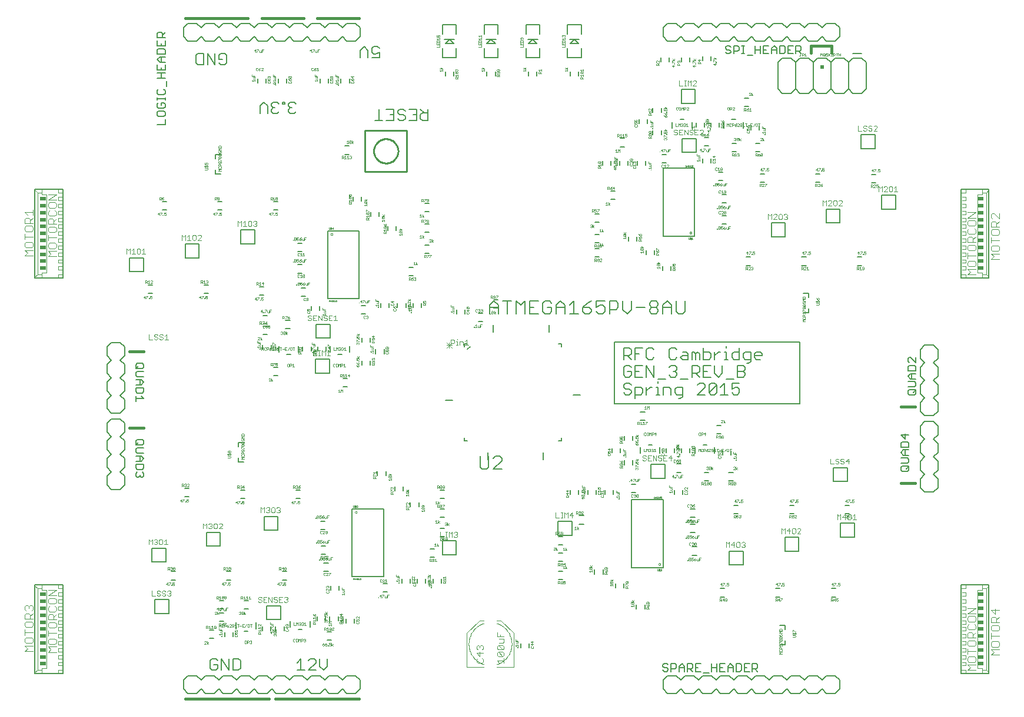
<source format=gto>
G75*
G70*
%OFA0B0*%
%FSLAX24Y24*%
%IPPOS*%
%LPD*%
%AMOC8*
5,1,8,0,0,1.08239X$1,22.5*
%
%ADD10C,0.0030*%
%ADD11C,0.0160*%
%ADD12C,0.0060*%
%ADD13C,0.0080*%
%ADD14C,0.0050*%
%ADD15C,0.0010*%
%ADD16C,0.0020*%
%ADD17C,0.0040*%
%ADD18R,0.0200X0.0200*%
%ADD19C,0.0020*%
%ADD20R,0.0344X0.0197*%
%ADD21C,0.0100*%
D10*
X045985Y006396D02*
X046179Y006396D01*
X046280Y006444D02*
X046328Y006396D01*
X046425Y006396D01*
X046474Y006444D01*
X046474Y006493D01*
X046425Y006541D01*
X046328Y006541D01*
X046280Y006589D01*
X046280Y006638D01*
X046328Y006686D01*
X046425Y006686D01*
X046474Y006638D01*
X046575Y006638D02*
X046575Y006589D01*
X046623Y006541D01*
X046720Y006541D01*
X046768Y006493D01*
X046768Y006444D01*
X046720Y006396D01*
X046623Y006396D01*
X046575Y006444D01*
X046575Y006638D02*
X046623Y006686D01*
X046720Y006686D01*
X046768Y006638D01*
X046869Y006638D02*
X046918Y006686D01*
X047014Y006686D01*
X047063Y006638D01*
X047063Y006589D01*
X047014Y006541D01*
X047063Y006493D01*
X047063Y006444D01*
X047014Y006396D01*
X046918Y006396D01*
X046869Y006444D01*
X046966Y006541D02*
X047014Y006541D01*
X045985Y006686D02*
X045985Y006396D01*
X046012Y009309D02*
X046012Y009599D01*
X045915Y009503D01*
X045818Y009599D01*
X045818Y009309D01*
X046113Y009358D02*
X046161Y009309D01*
X046258Y009309D01*
X046306Y009358D01*
X046306Y009406D01*
X046258Y009454D01*
X046209Y009454D01*
X046258Y009454D02*
X046306Y009503D01*
X046306Y009551D01*
X046258Y009599D01*
X046161Y009599D01*
X046113Y009551D01*
X046407Y009551D02*
X046407Y009358D01*
X046456Y009309D01*
X046553Y009309D01*
X046601Y009358D01*
X046601Y009551D01*
X046553Y009599D01*
X046456Y009599D01*
X046407Y009551D01*
X046702Y009503D02*
X046799Y009599D01*
X046799Y009309D01*
X046702Y009309D02*
X046896Y009309D01*
X048909Y010215D02*
X048909Y010505D01*
X049005Y010408D01*
X049102Y010505D01*
X049102Y010215D01*
X049203Y010263D02*
X049252Y010215D01*
X049348Y010215D01*
X049397Y010263D01*
X049397Y010311D01*
X049348Y010360D01*
X049300Y010360D01*
X049348Y010360D02*
X049397Y010408D01*
X049397Y010457D01*
X049348Y010505D01*
X049252Y010505D01*
X049203Y010457D01*
X049498Y010457D02*
X049498Y010263D01*
X049546Y010215D01*
X049643Y010215D01*
X049691Y010263D01*
X049691Y010457D01*
X049643Y010505D01*
X049546Y010505D01*
X049498Y010457D01*
X049793Y010457D02*
X049841Y010505D01*
X049938Y010505D01*
X049986Y010457D01*
X049986Y010408D01*
X049793Y010215D01*
X049986Y010215D01*
X052176Y011120D02*
X052176Y011410D01*
X052273Y011314D01*
X052370Y011410D01*
X052370Y011120D01*
X052471Y011169D02*
X052519Y011120D01*
X052616Y011120D01*
X052665Y011169D01*
X052665Y011217D01*
X052616Y011265D01*
X052568Y011265D01*
X052616Y011265D02*
X052665Y011314D01*
X052665Y011362D01*
X052616Y011410D01*
X052519Y011410D01*
X052471Y011362D01*
X052766Y011362D02*
X052766Y011169D01*
X052814Y011120D01*
X052911Y011120D01*
X052959Y011169D01*
X052959Y011362D01*
X052911Y011410D01*
X052814Y011410D01*
X052766Y011362D01*
X053060Y011362D02*
X053109Y011410D01*
X053205Y011410D01*
X053254Y011362D01*
X053254Y011314D01*
X053205Y011265D01*
X053254Y011217D01*
X053254Y011169D01*
X053205Y011120D01*
X053109Y011120D01*
X053060Y011169D01*
X053157Y011265D02*
X053205Y011265D01*
X062324Y010013D02*
X062324Y009723D01*
X062517Y009723D01*
X062619Y009723D02*
X062715Y009723D01*
X062667Y009723D02*
X062667Y010013D01*
X062619Y010013D02*
X062715Y010013D01*
X062815Y010013D02*
X062912Y009916D01*
X063008Y010013D01*
X063008Y009723D01*
X063110Y009771D02*
X063158Y009723D01*
X063255Y009723D01*
X063303Y009771D01*
X063303Y009819D01*
X063255Y009868D01*
X063206Y009868D01*
X063255Y009868D02*
X063303Y009916D01*
X063303Y009964D01*
X063255Y010013D01*
X063158Y010013D01*
X063110Y009964D01*
X062815Y010013D02*
X062815Y009723D01*
X068869Y010825D02*
X069063Y010825D01*
X069164Y010825D02*
X069261Y010825D01*
X069212Y010825D02*
X069212Y011115D01*
X069164Y011115D02*
X069261Y011115D01*
X069360Y011115D02*
X069457Y011018D01*
X069554Y011115D01*
X069554Y010825D01*
X069655Y010970D02*
X069848Y010970D01*
X069800Y010825D02*
X069800Y011115D01*
X069655Y010970D01*
X069360Y010825D02*
X069360Y011115D01*
X068869Y011115D02*
X068869Y010825D01*
X073791Y014121D02*
X073840Y014073D01*
X073936Y014073D01*
X073985Y014121D01*
X073985Y014170D01*
X073936Y014218D01*
X073840Y014218D01*
X073791Y014266D01*
X073791Y014315D01*
X073840Y014363D01*
X073936Y014363D01*
X073985Y014315D01*
X074086Y014363D02*
X074086Y014073D01*
X074279Y014073D01*
X074380Y014073D02*
X074380Y014363D01*
X074574Y014073D01*
X074574Y014363D01*
X074675Y014315D02*
X074675Y014266D01*
X074723Y014218D01*
X074820Y014218D01*
X074869Y014170D01*
X074869Y014121D01*
X074820Y014073D01*
X074723Y014073D01*
X074675Y014121D01*
X074675Y014315D02*
X074723Y014363D01*
X074820Y014363D01*
X074869Y014315D01*
X074970Y014363D02*
X074970Y014073D01*
X075163Y014073D01*
X075067Y014218D02*
X074970Y014218D01*
X074970Y014363D02*
X075163Y014363D01*
X075264Y014218D02*
X075410Y014363D01*
X075410Y014073D01*
X075458Y014218D02*
X075264Y014218D01*
X074279Y014363D02*
X074086Y014363D01*
X074086Y014218D02*
X074183Y014218D01*
X081665Y010229D02*
X081761Y010133D01*
X081858Y010229D01*
X081858Y009939D01*
X081959Y010084D02*
X082153Y010084D01*
X082254Y009987D02*
X082302Y009939D01*
X082399Y009939D01*
X082447Y009987D01*
X082447Y010181D01*
X082399Y010229D01*
X082302Y010229D01*
X082254Y010181D01*
X082254Y009987D01*
X082104Y009939D02*
X082104Y010229D01*
X081959Y010084D01*
X081665Y009939D02*
X081665Y010229D01*
X082548Y010181D02*
X082597Y010229D01*
X082694Y010229D01*
X082742Y010181D01*
X082742Y010133D01*
X082548Y009939D01*
X082742Y009939D01*
X084814Y010726D02*
X084814Y011017D01*
X084911Y010920D01*
X085008Y011017D01*
X085008Y010726D01*
X085109Y010872D02*
X085302Y010872D01*
X085403Y010968D02*
X085403Y010775D01*
X085452Y010726D01*
X085549Y010726D01*
X085597Y010775D01*
X085597Y010968D01*
X085549Y011017D01*
X085452Y011017D01*
X085403Y010968D01*
X085254Y011017D02*
X085109Y010872D01*
X085254Y010726D02*
X085254Y011017D01*
X085698Y010920D02*
X085795Y011017D01*
X085795Y010726D01*
X085698Y010726D02*
X085892Y010726D01*
X079592Y009394D02*
X079592Y009345D01*
X079544Y009297D01*
X079592Y009248D01*
X079592Y009200D01*
X079544Y009152D01*
X079447Y009152D01*
X079399Y009200D01*
X079298Y009200D02*
X079298Y009394D01*
X079249Y009442D01*
X079153Y009442D01*
X079104Y009394D01*
X079104Y009200D01*
X079153Y009152D01*
X079249Y009152D01*
X079298Y009200D01*
X079399Y009394D02*
X079447Y009442D01*
X079544Y009442D01*
X079592Y009394D01*
X079544Y009297D02*
X079496Y009297D01*
X079003Y009297D02*
X078810Y009297D01*
X078955Y009442D01*
X078955Y009152D01*
X078708Y009152D02*
X078708Y009442D01*
X078612Y009345D01*
X078515Y009442D01*
X078515Y009152D01*
X084420Y013876D02*
X084614Y013876D01*
X084715Y013924D02*
X084763Y013876D01*
X084860Y013876D01*
X084909Y013924D01*
X084909Y013973D01*
X084860Y014021D01*
X084763Y014021D01*
X084715Y014070D01*
X084715Y014118D01*
X084763Y014166D01*
X084860Y014166D01*
X084909Y014118D01*
X085010Y014118D02*
X085010Y014070D01*
X085058Y014021D01*
X085155Y014021D01*
X085203Y013973D01*
X085203Y013924D01*
X085155Y013876D01*
X085058Y013876D01*
X085010Y013924D01*
X085010Y014118D02*
X085058Y014166D01*
X085155Y014166D01*
X085203Y014118D01*
X085304Y014021D02*
X085498Y014021D01*
X085450Y013876D02*
X085450Y014166D01*
X085304Y014021D01*
X084420Y014166D02*
X084420Y013876D01*
X063922Y020628D02*
X063729Y020628D01*
X063825Y020628D02*
X063825Y020918D01*
X063729Y020822D01*
X063627Y020773D02*
X063627Y020628D01*
X063627Y020773D02*
X063579Y020822D01*
X063434Y020822D01*
X063434Y020628D01*
X063334Y020628D02*
X063237Y020628D01*
X063286Y020628D02*
X063286Y020822D01*
X063237Y020822D01*
X063286Y020918D02*
X063286Y020967D01*
X063136Y020870D02*
X063136Y020773D01*
X063088Y020725D01*
X062943Y020725D01*
X063000Y020773D02*
X062687Y020459D01*
X063000Y020773D01*
X062943Y020628D02*
X062943Y020918D01*
X063088Y020918D01*
X063136Y020870D01*
X063000Y020616D02*
X062687Y020616D01*
X063000Y020616D01*
X063000Y020459D02*
X062687Y020773D01*
X063000Y020459D01*
X062843Y020459D02*
X062843Y020773D01*
X062843Y020459D01*
X056501Y022016D02*
X056308Y022016D01*
X056404Y022016D02*
X056404Y022306D01*
X056308Y022209D01*
X056207Y022306D02*
X056013Y022306D01*
X056013Y022016D01*
X056207Y022016D01*
X056110Y022161D02*
X056013Y022161D01*
X055912Y022113D02*
X055912Y022064D01*
X055864Y022016D01*
X055767Y022016D01*
X055718Y022064D01*
X055767Y022161D02*
X055864Y022161D01*
X055912Y022113D01*
X055912Y022258D02*
X055864Y022306D01*
X055767Y022306D01*
X055718Y022258D01*
X055718Y022209D01*
X055767Y022161D01*
X055617Y022016D02*
X055617Y022306D01*
X055424Y022306D02*
X055617Y022016D01*
X055424Y022016D02*
X055424Y022306D01*
X055323Y022306D02*
X055129Y022306D01*
X055129Y022016D01*
X055323Y022016D01*
X055226Y022161D02*
X055129Y022161D01*
X055028Y022113D02*
X055028Y022064D01*
X054980Y022016D01*
X054883Y022016D01*
X054834Y022064D01*
X054883Y022161D02*
X054980Y022161D01*
X055028Y022113D01*
X055028Y022258D02*
X054980Y022306D01*
X054883Y022306D01*
X054834Y022258D01*
X054834Y022209D01*
X054883Y022161D01*
X055129Y020318D02*
X055129Y020028D01*
X055323Y020028D01*
X055424Y020028D02*
X055520Y020028D01*
X055472Y020028D02*
X055472Y020318D01*
X055424Y020318D02*
X055520Y020318D01*
X055620Y020318D02*
X055717Y020221D01*
X055814Y020318D01*
X055814Y020028D01*
X055915Y020028D02*
X056108Y020028D01*
X056011Y020028D02*
X056011Y020318D01*
X055915Y020221D01*
X055620Y020318D02*
X055620Y020028D01*
X046915Y020939D02*
X046722Y020939D01*
X046818Y020939D02*
X046818Y021229D01*
X046722Y021133D01*
X046621Y021181D02*
X046572Y021229D01*
X046475Y021229D01*
X046427Y021181D01*
X046427Y021133D01*
X046475Y021084D01*
X046572Y021084D01*
X046621Y021036D01*
X046621Y020987D01*
X046572Y020939D01*
X046475Y020939D01*
X046427Y020987D01*
X046326Y020987D02*
X046278Y020939D01*
X046181Y020939D01*
X046132Y020987D01*
X046181Y021084D02*
X046278Y021084D01*
X046326Y021036D01*
X046326Y020987D01*
X046181Y021084D02*
X046132Y021133D01*
X046132Y021181D01*
X046181Y021229D01*
X046278Y021229D01*
X046326Y021181D01*
X046031Y020939D02*
X045838Y020939D01*
X045838Y021229D01*
X045636Y025786D02*
X045442Y025786D01*
X045539Y025786D02*
X045539Y026076D01*
X045442Y025979D01*
X045341Y026027D02*
X045293Y026076D01*
X045196Y026076D01*
X045148Y026027D01*
X045148Y025834D01*
X045196Y025786D01*
X045293Y025786D01*
X045341Y025834D01*
X045341Y026027D01*
X045046Y025786D02*
X044853Y025786D01*
X044950Y025786D02*
X044950Y026076D01*
X044853Y025979D01*
X044752Y026076D02*
X044752Y025786D01*
X044558Y025786D02*
X044558Y026076D01*
X044655Y025979D01*
X044752Y026076D01*
X047708Y026573D02*
X047708Y026863D01*
X047805Y026766D01*
X047901Y026863D01*
X047901Y026573D01*
X048003Y026573D02*
X048196Y026573D01*
X048099Y026573D02*
X048099Y026863D01*
X048003Y026766D01*
X048297Y026815D02*
X048297Y026621D01*
X048346Y026573D01*
X048442Y026573D01*
X048491Y026621D01*
X048491Y026815D01*
X048442Y026863D01*
X048346Y026863D01*
X048297Y026815D01*
X048592Y026815D02*
X048640Y026863D01*
X048737Y026863D01*
X048785Y026815D01*
X048785Y026766D01*
X048592Y026573D01*
X048785Y026573D01*
X050857Y027360D02*
X050857Y027651D01*
X050954Y027554D01*
X051051Y027651D01*
X051051Y027360D01*
X051152Y027360D02*
X051346Y027360D01*
X051249Y027360D02*
X051249Y027651D01*
X051152Y027554D01*
X051447Y027602D02*
X051447Y027409D01*
X051495Y027360D01*
X051592Y027360D01*
X051640Y027409D01*
X051640Y027602D01*
X051592Y027651D01*
X051495Y027651D01*
X051447Y027602D01*
X051741Y027602D02*
X051790Y027651D01*
X051887Y027651D01*
X051935Y027602D01*
X051935Y027554D01*
X051887Y027505D01*
X051935Y027457D01*
X051935Y027409D01*
X051887Y027360D01*
X051790Y027360D01*
X051741Y027409D01*
X051838Y027505D02*
X051887Y027505D01*
X075563Y032596D02*
X075611Y032547D01*
X075708Y032547D01*
X075756Y032596D01*
X075756Y032644D01*
X075708Y032692D01*
X075611Y032692D01*
X075563Y032741D01*
X075563Y032789D01*
X075611Y032838D01*
X075708Y032838D01*
X075756Y032789D01*
X075857Y032838D02*
X075857Y032547D01*
X076051Y032547D01*
X076152Y032547D02*
X076152Y032838D01*
X076346Y032547D01*
X076346Y032838D01*
X076447Y032789D02*
X076447Y032741D01*
X076495Y032692D01*
X076592Y032692D01*
X076640Y032644D01*
X076640Y032596D01*
X076592Y032547D01*
X076495Y032547D01*
X076447Y032596D01*
X076447Y032789D02*
X076495Y032838D01*
X076592Y032838D01*
X076640Y032789D01*
X076741Y032838D02*
X076741Y032547D01*
X076935Y032547D01*
X077036Y032547D02*
X077230Y032741D01*
X077230Y032789D01*
X077181Y032838D01*
X077084Y032838D01*
X077036Y032789D01*
X076935Y032838D02*
X076741Y032838D01*
X076741Y032692D02*
X076838Y032692D01*
X077036Y032547D02*
X077230Y032547D01*
X076051Y032838D02*
X075857Y032838D01*
X075857Y032692D02*
X075954Y032692D01*
X075857Y035333D02*
X076051Y035333D01*
X076152Y035333D02*
X076249Y035333D01*
X076200Y035333D02*
X076200Y035623D01*
X076152Y035623D02*
X076249Y035623D01*
X076348Y035623D02*
X076445Y035526D01*
X076542Y035623D01*
X076542Y035333D01*
X076643Y035333D02*
X076837Y035526D01*
X076837Y035575D01*
X076788Y035623D01*
X076691Y035623D01*
X076643Y035575D01*
X076643Y035333D02*
X076837Y035333D01*
X076348Y035333D02*
X076348Y035623D01*
X075857Y035623D02*
X075857Y035333D01*
X085995Y033064D02*
X085995Y032774D01*
X086189Y032774D01*
X086290Y032822D02*
X086338Y032774D01*
X086435Y032774D01*
X086483Y032822D01*
X086483Y032870D01*
X086435Y032919D01*
X086338Y032919D01*
X086290Y032967D01*
X086290Y033016D01*
X086338Y033064D01*
X086435Y033064D01*
X086483Y033016D01*
X086585Y033016D02*
X086585Y032967D01*
X086633Y032919D01*
X086730Y032919D01*
X086778Y032870D01*
X086778Y032822D01*
X086730Y032774D01*
X086633Y032774D01*
X086585Y032822D01*
X086585Y033016D02*
X086633Y033064D01*
X086730Y033064D01*
X086778Y033016D01*
X086879Y033016D02*
X086928Y033064D01*
X087024Y033064D01*
X087073Y033016D01*
X087073Y032967D01*
X086879Y032774D01*
X087073Y032774D01*
X087159Y029619D02*
X087256Y029522D01*
X087353Y029619D01*
X087353Y029329D01*
X087454Y029329D02*
X087647Y029522D01*
X087647Y029571D01*
X087599Y029619D01*
X087502Y029619D01*
X087454Y029571D01*
X087454Y029329D02*
X087647Y029329D01*
X087748Y029377D02*
X087748Y029571D01*
X087797Y029619D01*
X087893Y029619D01*
X087942Y029571D01*
X087942Y029377D01*
X087893Y029329D01*
X087797Y029329D01*
X087748Y029377D01*
X088043Y029329D02*
X088236Y029329D01*
X088140Y029329D02*
X088140Y029619D01*
X088043Y029522D01*
X087159Y029619D02*
X087159Y029329D01*
X085086Y028783D02*
X085038Y028832D01*
X084941Y028832D01*
X084893Y028783D01*
X084792Y028783D02*
X084792Y028590D01*
X084743Y028541D01*
X084647Y028541D01*
X084598Y028590D01*
X084598Y028783D01*
X084647Y028832D01*
X084743Y028832D01*
X084792Y028783D01*
X084893Y028541D02*
X085086Y028735D01*
X085086Y028783D01*
X085086Y028541D02*
X084893Y028541D01*
X084497Y028541D02*
X084304Y028541D01*
X084497Y028735D01*
X084497Y028783D01*
X084449Y028832D01*
X084352Y028832D01*
X084304Y028783D01*
X084203Y028832D02*
X084203Y028541D01*
X084009Y028541D02*
X084009Y028832D01*
X084106Y028735D01*
X084203Y028832D01*
X081986Y027996D02*
X081986Y027948D01*
X081938Y027899D01*
X081986Y027851D01*
X081986Y027802D01*
X081938Y027754D01*
X081841Y027754D01*
X081793Y027802D01*
X081692Y027802D02*
X081692Y027996D01*
X081643Y028044D01*
X081547Y028044D01*
X081498Y027996D01*
X081498Y027802D01*
X081547Y027754D01*
X081643Y027754D01*
X081692Y027802D01*
X081793Y027996D02*
X081841Y028044D01*
X081938Y028044D01*
X081986Y027996D01*
X081938Y027899D02*
X081890Y027899D01*
X081397Y027948D02*
X081397Y027996D01*
X081349Y028044D01*
X081252Y028044D01*
X081204Y027996D01*
X081103Y028044D02*
X081103Y027754D01*
X081204Y027754D02*
X081397Y027948D01*
X081397Y027754D02*
X081204Y027754D01*
X081006Y027948D02*
X081103Y028044D01*
X081006Y027948D02*
X080909Y028044D01*
X080909Y027754D01*
X053686Y006283D02*
X053686Y006235D01*
X053638Y006187D01*
X053686Y006138D01*
X053686Y006090D01*
X053638Y006041D01*
X053541Y006041D01*
X053493Y006090D01*
X053392Y006041D02*
X053198Y006041D01*
X053198Y006332D01*
X053392Y006332D01*
X053493Y006283D02*
X053541Y006332D01*
X053638Y006332D01*
X053686Y006283D01*
X053638Y006187D02*
X053590Y006187D01*
X053295Y006187D02*
X053198Y006187D01*
X053097Y006138D02*
X053097Y006090D01*
X053049Y006041D01*
X052952Y006041D01*
X052903Y006090D01*
X052952Y006187D02*
X053049Y006187D01*
X053097Y006138D01*
X053097Y006283D02*
X053049Y006332D01*
X052952Y006332D01*
X052903Y006283D01*
X052903Y006235D01*
X052952Y006187D01*
X052802Y006332D02*
X052802Y006041D01*
X052609Y006332D01*
X052609Y006041D01*
X052508Y006041D02*
X052314Y006041D01*
X052314Y006332D01*
X052508Y006332D01*
X052411Y006187D02*
X052314Y006187D01*
X052213Y006138D02*
X052213Y006090D01*
X052165Y006041D01*
X052068Y006041D01*
X052019Y006090D01*
X052068Y006187D02*
X052165Y006187D01*
X052213Y006138D01*
X052213Y006283D02*
X052165Y006332D01*
X052068Y006332D01*
X052019Y006283D01*
X052019Y006235D01*
X052068Y006187D01*
X064383Y003528D02*
X064445Y003590D01*
X064506Y003590D01*
X064568Y003528D01*
X064630Y003590D01*
X064692Y003590D01*
X064753Y003528D01*
X064753Y003405D01*
X064692Y003343D01*
X064568Y003222D02*
X064568Y002975D01*
X064383Y003160D01*
X064753Y003160D01*
X064692Y002853D02*
X064753Y002792D01*
X064753Y002668D01*
X064692Y002606D01*
X064445Y002606D01*
X064383Y002668D01*
X064383Y002792D01*
X064445Y002853D01*
X064445Y003343D02*
X064383Y003405D01*
X064383Y003528D01*
X064568Y003528D02*
X064568Y003466D01*
X065554Y003405D02*
X065554Y003528D01*
X065616Y003590D01*
X065863Y003343D01*
X065925Y003405D01*
X065925Y003528D01*
X065863Y003590D01*
X065616Y003590D01*
X065678Y003711D02*
X065863Y003711D01*
X065925Y003773D01*
X065925Y003958D01*
X065678Y003958D01*
X065739Y004080D02*
X065739Y004203D01*
X065554Y004080D02*
X065554Y004327D01*
X065554Y004080D02*
X065925Y004080D01*
X065863Y003343D02*
X065616Y003343D01*
X065554Y003405D01*
X065616Y003222D02*
X065863Y002975D01*
X065925Y003036D01*
X065925Y003160D01*
X065863Y003222D01*
X065616Y003222D01*
X065554Y003160D01*
X065554Y003036D01*
X065616Y002975D01*
X065863Y002975D01*
X065925Y002853D02*
X065925Y002606D01*
X065925Y002730D02*
X065554Y002730D01*
X065678Y002606D01*
D11*
X057731Y000574D02*
X053007Y000574D01*
X052613Y000574D02*
X047888Y000574D01*
X045526Y015928D02*
X044739Y015928D01*
X044739Y020259D02*
X045526Y020259D01*
X083322Y037188D02*
X083322Y037582D01*
X084503Y037582D01*
X084503Y037188D01*
X057731Y039156D02*
X055369Y039156D01*
X054581Y039156D02*
X052219Y039156D01*
X051432Y039156D02*
X047888Y039156D01*
X088440Y017109D02*
X089227Y017109D01*
X089227Y012778D02*
X088440Y012778D01*
D12*
X085507Y011538D02*
X085270Y011538D01*
X085270Y011066D02*
X085507Y011066D01*
X082357Y011066D02*
X082121Y011066D01*
X082121Y011538D02*
X082357Y011538D01*
X079207Y011538D02*
X078971Y011538D01*
X078971Y011066D02*
X079207Y011066D01*
X076747Y010869D02*
X076510Y010869D01*
X076510Y010456D02*
X076747Y010456D01*
X076747Y009983D02*
X076510Y009983D01*
X076609Y009176D02*
X076845Y009176D01*
X076845Y008704D02*
X076609Y008704D01*
X078184Y006814D02*
X078420Y006814D01*
X078420Y006341D02*
X078184Y006341D01*
X081333Y006341D02*
X081570Y006341D01*
X081570Y006814D02*
X081333Y006814D01*
X084483Y006814D02*
X084719Y006814D01*
X084719Y006341D02*
X084483Y006341D01*
X073912Y005908D02*
X073912Y005672D01*
X073440Y005672D02*
X073440Y005908D01*
X072731Y006853D02*
X072731Y007089D01*
X072259Y007089D02*
X072259Y006853D01*
X071550Y007641D02*
X071550Y007877D01*
X071077Y007877D02*
X071077Y007641D01*
X069266Y007798D02*
X069030Y007798D01*
X069030Y007326D02*
X069266Y007326D01*
X069266Y008349D02*
X069030Y008349D01*
X069030Y008822D02*
X069266Y008822D01*
X069266Y009294D02*
X069030Y009294D01*
X069030Y009767D02*
X069266Y009767D01*
X070211Y010475D02*
X070448Y010475D01*
X070448Y010948D02*
X070211Y010948D01*
X070172Y012168D02*
X070172Y012404D01*
X069699Y012404D02*
X069699Y012168D01*
X070684Y012168D02*
X070684Y012404D01*
X071156Y012404D02*
X071156Y012168D01*
X071668Y012168D02*
X071668Y012404D01*
X072140Y012404D02*
X072140Y012168D01*
X073164Y012247D02*
X073400Y012247D01*
X073400Y012719D02*
X073164Y012719D01*
X073223Y013841D02*
X073223Y014078D01*
X072751Y014078D02*
X072751Y013841D01*
X072534Y014530D02*
X072534Y014767D01*
X072062Y014767D02*
X072062Y014530D01*
X072751Y015219D02*
X072751Y015456D01*
X073223Y015456D02*
X073223Y015219D01*
X075113Y014767D02*
X075113Y014530D01*
X075585Y014530D02*
X075585Y014767D01*
X075999Y014767D02*
X075999Y014530D01*
X076471Y014530D02*
X076471Y014767D01*
X077987Y015593D02*
X078223Y015593D01*
X078223Y016066D02*
X077987Y016066D01*
X078312Y014619D02*
X078312Y014383D01*
X078784Y014383D02*
X078784Y014619D01*
X078676Y013408D02*
X078912Y013408D01*
X078912Y012936D02*
X078676Y012936D01*
X077534Y012936D02*
X077298Y012936D01*
X077298Y013408D02*
X077534Y013408D01*
X075959Y013408D02*
X075723Y013408D01*
X075723Y013881D02*
X075959Y013881D01*
X076077Y012404D02*
X076077Y012168D01*
X075605Y012168D02*
X075605Y012404D01*
X076510Y011341D02*
X076747Y011341D01*
X068172Y014136D02*
X068172Y014536D01*
X069032Y015186D02*
X069202Y015186D01*
X069202Y015356D01*
X065022Y014526D02*
X065022Y014126D01*
X063852Y015186D02*
X063682Y015186D01*
X063682Y015356D01*
X063032Y017476D02*
X062632Y017476D01*
X058361Y019501D02*
X058361Y019737D01*
X057888Y019737D02*
X057888Y019501D01*
X058676Y020141D02*
X058676Y020377D01*
X059148Y020377D02*
X059148Y020141D01*
X058361Y020780D02*
X058361Y021017D01*
X057888Y021017D02*
X057888Y020780D01*
X055851Y020524D02*
X055851Y020288D01*
X055379Y020288D02*
X055379Y020524D01*
X055014Y020524D02*
X055014Y020288D01*
X054542Y020288D02*
X054542Y020524D01*
X052751Y020623D02*
X052751Y020387D01*
X052278Y020387D02*
X052278Y020623D01*
X052288Y021233D02*
X052524Y021233D01*
X052524Y021706D02*
X052288Y021706D01*
X052298Y021834D02*
X052534Y021834D01*
X053577Y022021D02*
X053814Y022021D01*
X053814Y021548D02*
X053577Y021548D01*
X052534Y022306D02*
X052298Y022306D01*
X054463Y023389D02*
X054699Y023389D01*
X055034Y022837D02*
X055034Y022601D01*
X055507Y022601D02*
X055507Y022837D01*
X054699Y023861D02*
X054463Y023861D01*
X054503Y024708D02*
X054266Y024708D01*
X054266Y025180D02*
X054503Y025180D01*
X054503Y025928D02*
X054266Y025928D01*
X054266Y026400D02*
X054503Y026400D01*
X058381Y027916D02*
X058381Y028152D01*
X058853Y028152D02*
X058853Y027916D01*
X059365Y027365D02*
X059365Y027129D01*
X059837Y027129D02*
X059837Y027365D01*
X061451Y027483D02*
X061688Y027483D01*
X061688Y028192D02*
X061451Y028192D01*
X061451Y028664D02*
X061688Y028664D01*
X057869Y028802D02*
X057869Y029038D01*
X057396Y029038D02*
X057396Y028802D01*
X053125Y028763D02*
X052888Y028763D01*
X052888Y028290D02*
X053125Y028290D01*
X049975Y028290D02*
X049739Y028290D01*
X049739Y028763D02*
X049975Y028763D01*
X046825Y028763D02*
X046589Y028763D01*
X046589Y028290D02*
X046825Y028290D01*
X046038Y024038D02*
X045802Y024038D01*
X045802Y023566D02*
X046038Y023566D01*
X048951Y023566D02*
X049188Y023566D01*
X049188Y024038D02*
X048951Y024038D01*
X052101Y023940D02*
X052337Y023940D01*
X052337Y023467D02*
X052101Y023467D01*
X057859Y022857D02*
X058095Y022857D01*
X058095Y022385D02*
X057859Y022385D01*
X058971Y022749D02*
X058971Y022985D01*
X059444Y022985D02*
X059444Y022749D01*
X059906Y022749D02*
X059906Y022985D01*
X060379Y022985D02*
X060379Y022749D01*
X060792Y022749D02*
X060792Y022985D01*
X061264Y022985D02*
X061264Y022749D01*
X063253Y022641D02*
X063253Y022404D01*
X063725Y022404D02*
X063725Y022641D01*
X064503Y022414D02*
X064739Y022414D01*
X064739Y021942D02*
X064503Y021942D01*
X065342Y021766D02*
X065342Y021366D01*
X064012Y020526D02*
X063862Y020376D01*
X063682Y020536D02*
X063682Y020706D01*
X063852Y020706D01*
X065365Y022713D02*
X065601Y022713D01*
X065601Y023186D02*
X065365Y023186D01*
X068502Y021766D02*
X068502Y021366D01*
X069032Y020706D02*
X069202Y020706D01*
X069202Y020536D01*
X072722Y020449D02*
X072722Y019808D01*
X072722Y020022D02*
X073042Y020022D01*
X073149Y020129D01*
X073149Y020342D01*
X073042Y020449D01*
X072722Y020449D01*
X072935Y020022D02*
X073149Y019808D01*
X073366Y019808D02*
X073366Y020449D01*
X073793Y020449D01*
X074011Y020342D02*
X074011Y019915D01*
X074117Y019808D01*
X074331Y019808D01*
X074438Y019915D01*
X074438Y020342D02*
X074331Y020449D01*
X074117Y020449D01*
X074011Y020342D01*
X073580Y020129D02*
X073366Y020129D01*
X073366Y019449D02*
X073366Y018808D01*
X073793Y018808D01*
X074011Y018808D02*
X074011Y019449D01*
X074438Y018808D01*
X074438Y019449D01*
X073793Y019449D02*
X073366Y019449D01*
X073149Y019342D02*
X073042Y019449D01*
X072828Y019449D01*
X072722Y019342D01*
X072722Y018915D01*
X072828Y018808D01*
X073042Y018808D01*
X073149Y018915D01*
X073149Y019129D01*
X072935Y019129D01*
X073366Y019129D02*
X073580Y019129D01*
X074655Y018702D02*
X075082Y018702D01*
X075300Y018915D02*
X075407Y018808D01*
X075620Y018808D01*
X075727Y018915D01*
X075727Y019022D01*
X075620Y019129D01*
X075513Y019129D01*
X075620Y019129D02*
X075727Y019235D01*
X075727Y019342D01*
X075620Y019449D01*
X075407Y019449D01*
X075300Y019342D01*
X075407Y019808D02*
X075620Y019808D01*
X075727Y019915D01*
X075944Y019915D02*
X076051Y020022D01*
X076371Y020022D01*
X076371Y020129D02*
X076371Y019808D01*
X076051Y019808D01*
X075944Y019915D01*
X076051Y020235D02*
X076265Y020235D01*
X076371Y020129D01*
X076589Y020235D02*
X076696Y020235D01*
X076802Y020129D01*
X076909Y020235D01*
X077016Y020129D01*
X077016Y019808D01*
X076802Y019808D02*
X076802Y020129D01*
X076589Y020235D02*
X076589Y019808D01*
X076589Y019449D02*
X076909Y019449D01*
X077016Y019342D01*
X077016Y019129D01*
X076909Y019022D01*
X076589Y019022D01*
X076802Y019022D02*
X077016Y018808D01*
X077233Y018808D02*
X077660Y018808D01*
X077878Y019022D02*
X078092Y018808D01*
X078305Y019022D01*
X078305Y019449D01*
X078415Y019808D02*
X078629Y019808D01*
X078522Y019808D02*
X078522Y020235D01*
X078415Y020235D01*
X078198Y020235D02*
X078092Y020235D01*
X077878Y020022D01*
X077878Y020235D02*
X077878Y019808D01*
X077660Y019915D02*
X077554Y019808D01*
X077233Y019808D01*
X077233Y020449D01*
X077233Y020235D02*
X077554Y020235D01*
X077660Y020129D01*
X077660Y019915D01*
X078522Y020449D02*
X078522Y020556D01*
X078845Y020129D02*
X078952Y020235D01*
X079272Y020235D01*
X079272Y020449D02*
X079272Y019808D01*
X078952Y019808D01*
X078845Y019915D01*
X078845Y020129D01*
X079489Y020129D02*
X079489Y019915D01*
X079596Y019808D01*
X079916Y019808D01*
X079916Y019702D02*
X079916Y020235D01*
X079596Y020235D01*
X079489Y020129D01*
X079703Y019595D02*
X079810Y019595D01*
X079916Y019702D01*
X080134Y019915D02*
X080134Y020129D01*
X080241Y020235D01*
X080454Y020235D01*
X080561Y020129D01*
X080561Y020022D01*
X080134Y020022D01*
X080134Y019915D02*
X080241Y019808D01*
X080454Y019808D01*
X079594Y019342D02*
X079594Y019235D01*
X079487Y019129D01*
X079167Y019129D01*
X079167Y019449D02*
X079487Y019449D01*
X079594Y019342D01*
X079487Y019129D02*
X079594Y019022D01*
X079594Y018915D01*
X079487Y018808D01*
X079167Y018808D01*
X079167Y019449D01*
X078950Y018702D02*
X078523Y018702D01*
X078414Y018449D02*
X078414Y017808D01*
X078627Y017808D02*
X078200Y017808D01*
X077983Y017915D02*
X077876Y017808D01*
X077662Y017808D01*
X077556Y017915D01*
X077983Y018342D01*
X077983Y017915D01*
X078200Y018235D02*
X078414Y018449D01*
X078845Y018449D02*
X078845Y018129D01*
X079058Y018235D01*
X079165Y018235D01*
X079272Y018129D01*
X079272Y017915D01*
X079165Y017808D01*
X078952Y017808D01*
X078845Y017915D01*
X078845Y018449D02*
X079272Y018449D01*
X077983Y018342D02*
X077876Y018449D01*
X077662Y018449D01*
X077556Y018342D01*
X077556Y017915D01*
X077338Y017808D02*
X076911Y017808D01*
X077338Y018235D01*
X077338Y018342D01*
X077231Y018449D01*
X077018Y018449D01*
X076911Y018342D01*
X076589Y018808D02*
X076589Y019449D01*
X077233Y019449D02*
X077233Y018808D01*
X077233Y019129D02*
X077447Y019129D01*
X077660Y019449D02*
X077233Y019449D01*
X077878Y019449D02*
X077878Y019022D01*
X076371Y018702D02*
X075944Y018702D01*
X074655Y018556D02*
X074655Y018449D01*
X074655Y018235D02*
X074655Y017808D01*
X074761Y017808D02*
X074548Y017808D01*
X074548Y018235D02*
X074655Y018235D01*
X074978Y018235D02*
X075298Y018235D01*
X075405Y018129D01*
X075405Y017808D01*
X075622Y017915D02*
X075729Y017808D01*
X076049Y017808D01*
X076049Y017702D02*
X076049Y018235D01*
X075729Y018235D01*
X075622Y018129D01*
X075622Y017915D01*
X075836Y017595D02*
X075942Y017595D01*
X076049Y017702D01*
X074978Y017808D02*
X074978Y018235D01*
X074331Y018235D02*
X074224Y018235D01*
X074011Y018022D01*
X074011Y018235D02*
X074011Y017808D01*
X073793Y017915D02*
X073686Y017808D01*
X073366Y017808D01*
X073366Y017595D02*
X073366Y018235D01*
X073686Y018235D01*
X073793Y018129D01*
X073793Y017915D01*
X073149Y017915D02*
X073042Y017808D01*
X072828Y017808D01*
X072722Y017915D01*
X072828Y018129D02*
X073042Y018129D01*
X073149Y018022D01*
X073149Y017915D01*
X072828Y018129D02*
X072722Y018235D01*
X072722Y018342D01*
X072828Y018449D01*
X073042Y018449D01*
X073149Y018342D01*
X075300Y019915D02*
X075407Y019808D01*
X075300Y019915D02*
X075300Y020342D01*
X075407Y020449D01*
X075620Y020449D01*
X075727Y020342D01*
X070252Y017786D02*
X069862Y017786D01*
X073676Y016834D02*
X073912Y016834D01*
X073912Y016361D02*
X073676Y016361D01*
X062573Y012404D02*
X062337Y012404D01*
X062337Y011932D02*
X062573Y011932D01*
X062573Y011322D02*
X062337Y011322D01*
X062337Y010849D02*
X062573Y010849D01*
X062573Y010239D02*
X062337Y010239D01*
X062337Y009767D02*
X062573Y009767D01*
X061983Y009058D02*
X061747Y009058D01*
X061747Y008586D02*
X061983Y008586D01*
X061924Y007365D02*
X061924Y007129D01*
X061510Y007129D02*
X061510Y007365D01*
X061038Y007365D02*
X061038Y007129D01*
X060625Y007129D02*
X060625Y007365D01*
X060152Y007365D02*
X060152Y007129D01*
X059325Y007089D02*
X059089Y007089D01*
X059089Y006617D02*
X059325Y006617D01*
X056589Y006735D02*
X056589Y006971D01*
X056117Y006971D02*
X056117Y006735D01*
X055979Y007798D02*
X055743Y007798D01*
X055743Y008271D02*
X055979Y008271D01*
X055822Y008763D02*
X055585Y008763D01*
X055585Y009235D02*
X055822Y009235D01*
X055782Y010160D02*
X055546Y010160D01*
X055546Y010633D02*
X055782Y010633D01*
X054404Y011932D02*
X054168Y011932D01*
X054168Y012404D02*
X054404Y012404D01*
X051255Y012404D02*
X051018Y012404D01*
X051018Y011932D02*
X051255Y011932D01*
X048105Y012030D02*
X047869Y012030D01*
X047869Y012503D02*
X048105Y012503D01*
X058774Y013231D02*
X058774Y013467D01*
X059247Y013467D02*
X059247Y013231D01*
X059759Y012582D02*
X059759Y012345D01*
X060231Y012345D02*
X060231Y012582D01*
X060644Y011696D02*
X060644Y011460D01*
X061117Y011460D02*
X061117Y011696D01*
X053617Y007778D02*
X053381Y007778D01*
X053381Y007306D02*
X053617Y007306D01*
X051451Y006125D02*
X051215Y006125D01*
X051215Y005652D02*
X051451Y005652D01*
X050073Y005652D02*
X049837Y005652D01*
X049818Y005416D02*
X050054Y005416D01*
X050054Y004944D02*
X049818Y004944D01*
X049483Y004452D02*
X049247Y004452D01*
X049247Y003979D02*
X049483Y003979D01*
X050113Y004097D02*
X050113Y004334D01*
X050585Y004334D02*
X050585Y004097D01*
X052259Y004412D02*
X052259Y004649D01*
X052731Y004649D02*
X052731Y004412D01*
X053007Y004412D02*
X053007Y004649D01*
X053479Y004649D02*
X053479Y004412D01*
X055369Y004983D02*
X055369Y005219D01*
X055841Y005219D02*
X055841Y004983D01*
X056077Y005003D02*
X056077Y005239D01*
X056550Y005239D02*
X056550Y005003D01*
X057003Y005082D02*
X057003Y004845D01*
X057475Y004845D02*
X057475Y005082D01*
X056176Y004353D02*
X055940Y004353D01*
X055940Y003881D02*
X056176Y003881D01*
X055934Y002819D02*
X055934Y002392D01*
X055720Y002179D01*
X055507Y002392D01*
X055507Y002819D01*
X055289Y002712D02*
X055182Y002819D01*
X054969Y002819D01*
X054862Y002712D01*
X055289Y002712D02*
X055289Y002606D01*
X054862Y002179D01*
X055289Y002179D01*
X054645Y002179D02*
X054218Y002179D01*
X054431Y002179D02*
X054431Y002819D01*
X054218Y002606D01*
X051013Y002712D02*
X051013Y002285D01*
X050906Y002179D01*
X050586Y002179D01*
X050586Y002819D01*
X050906Y002819D01*
X051013Y002712D01*
X050368Y002819D02*
X050368Y002179D01*
X049941Y002819D01*
X049941Y002179D01*
X049723Y002285D02*
X049723Y002499D01*
X049510Y002499D01*
X049723Y002712D02*
X049617Y002819D01*
X049403Y002819D01*
X049296Y002712D01*
X049296Y002285D01*
X049403Y002179D01*
X049617Y002179D01*
X049723Y002285D01*
X049837Y006125D02*
X050073Y006125D01*
X050231Y007306D02*
X050467Y007306D01*
X050467Y007778D02*
X050231Y007778D01*
X047318Y007778D02*
X047081Y007778D01*
X047081Y007306D02*
X047318Y007306D01*
X062396Y007365D02*
X062396Y007129D01*
X066894Y003694D02*
X066894Y003458D01*
X067367Y003458D02*
X067367Y003694D01*
X057062Y018251D02*
X056825Y018251D01*
X056825Y018723D02*
X057062Y018723D01*
X053125Y018891D02*
X052888Y018891D01*
X052888Y019363D02*
X053125Y019363D01*
X060566Y024550D02*
X060802Y024550D01*
X060802Y025023D02*
X060566Y025023D01*
X061451Y025830D02*
X061688Y025830D01*
X061688Y026302D02*
X061451Y026302D01*
X061451Y027011D02*
X061688Y027011D01*
X071097Y026893D02*
X071333Y026893D01*
X071333Y026420D02*
X071097Y026420D01*
X071097Y026086D02*
X071333Y026086D01*
X071333Y025613D02*
X071097Y025613D01*
X072997Y026538D02*
X072997Y026774D01*
X073469Y026774D02*
X073469Y026538D01*
X073981Y025987D02*
X073981Y025751D01*
X074453Y025751D02*
X074453Y025987D01*
X074916Y025101D02*
X074916Y024865D01*
X075388Y024865D02*
X075388Y025101D01*
X079660Y025141D02*
X079896Y025141D01*
X079896Y025613D02*
X079660Y025613D01*
X082810Y025613D02*
X083046Y025613D01*
X083046Y025141D02*
X082810Y025141D01*
X085959Y025141D02*
X086196Y025141D01*
X086196Y025613D02*
X085959Y025613D01*
X078518Y027503D02*
X078282Y027503D01*
X078282Y027975D02*
X078518Y027975D01*
X078518Y028684D02*
X078282Y028684D01*
X078282Y029156D02*
X078518Y029156D01*
X078322Y029963D02*
X078085Y029963D01*
X078085Y030436D02*
X078322Y030436D01*
X077652Y030967D02*
X077652Y031204D01*
X077180Y031204D02*
X077180Y030967D01*
X078873Y031587D02*
X079109Y031587D01*
X079109Y032060D02*
X078873Y032060D01*
X077534Y031912D02*
X077298Y031912D01*
X077298Y032385D02*
X077534Y032385D01*
X077672Y032985D02*
X077672Y033221D01*
X077308Y033221D02*
X077308Y032985D01*
X076835Y032985D02*
X076835Y033221D01*
X078144Y033221D02*
X078144Y032985D01*
X079936Y033074D02*
X079936Y032837D01*
X080408Y032837D02*
X080408Y033074D01*
X079798Y034147D02*
X079562Y034147D01*
X079562Y034619D02*
X079798Y034619D01*
X081461Y035158D02*
X081711Y034908D01*
X082211Y034908D01*
X082461Y035158D01*
X082461Y036658D01*
X082211Y036908D01*
X081711Y036908D01*
X081461Y036658D01*
X081461Y035158D01*
X082461Y035158D02*
X082711Y034908D01*
X083211Y034908D01*
X083461Y035158D01*
X083461Y036658D01*
X083211Y036908D01*
X082711Y036908D01*
X082461Y036658D01*
X083461Y036658D02*
X083711Y036908D01*
X084211Y036908D01*
X084461Y036658D01*
X084461Y035158D01*
X084211Y034908D01*
X083711Y034908D01*
X083461Y035158D01*
X084461Y035158D02*
X084711Y034908D01*
X085211Y034908D01*
X085461Y035158D01*
X085461Y036658D01*
X085211Y036908D01*
X084711Y036908D01*
X084461Y036658D01*
X085461Y036658D02*
X085711Y036908D01*
X086211Y036908D01*
X086461Y036658D01*
X086461Y035158D01*
X086211Y034908D01*
X085711Y034908D01*
X085461Y035158D01*
X080438Y032060D02*
X080201Y032060D01*
X080201Y031587D02*
X080438Y031587D01*
X080448Y030337D02*
X080684Y030337D01*
X080684Y029865D02*
X080448Y029865D01*
X083597Y029865D02*
X083833Y029865D01*
X083833Y030337D02*
X083597Y030337D01*
X086747Y030288D02*
X086983Y030288D01*
X086983Y029816D02*
X086747Y029816D01*
X075123Y030948D02*
X074886Y030948D01*
X073961Y031056D02*
X073961Y030820D01*
X073489Y030820D02*
X073489Y031056D01*
X072977Y031056D02*
X072977Y030820D01*
X072505Y030820D02*
X072505Y031056D01*
X071993Y031056D02*
X071993Y030820D01*
X071520Y030820D02*
X071520Y031056D01*
X072534Y031873D02*
X072770Y031873D01*
X072770Y032345D02*
X072534Y032345D01*
X073587Y033182D02*
X073587Y033418D01*
X074060Y033418D02*
X074060Y033182D01*
X074375Y032778D02*
X074375Y032542D01*
X074847Y032542D02*
X074847Y032778D01*
X074847Y033822D02*
X074847Y034058D01*
X074375Y034058D02*
X074375Y033822D01*
X070172Y035889D02*
X070172Y036125D01*
X069699Y036125D02*
X069699Y035889D01*
X067810Y035889D02*
X067810Y036125D01*
X067337Y036125D02*
X067337Y035889D01*
X065448Y035889D02*
X065448Y036125D01*
X064975Y036125D02*
X064975Y035889D01*
X063085Y035889D02*
X063085Y036125D01*
X062613Y036125D02*
X062613Y035889D01*
X058882Y036911D02*
X058882Y037231D01*
X058669Y037125D01*
X058562Y037125D01*
X058455Y037231D01*
X058455Y037445D01*
X058562Y037552D01*
X058775Y037552D01*
X058882Y037445D01*
X058238Y037338D02*
X058024Y037552D01*
X057810Y037338D01*
X057810Y036911D01*
X058238Y036911D02*
X058238Y037338D01*
X058455Y036911D02*
X058882Y036911D01*
X057180Y035731D02*
X057180Y035495D01*
X056707Y035495D02*
X056707Y035731D01*
X055999Y035731D02*
X055999Y035495D01*
X055526Y035495D02*
X055526Y035731D01*
X053636Y035731D02*
X053636Y035495D01*
X053164Y035495D02*
X053164Y035731D01*
X052455Y035731D02*
X052455Y035495D01*
X051983Y035495D02*
X051983Y035731D01*
X050221Y036624D02*
X050114Y036517D01*
X049900Y036517D01*
X049794Y036624D01*
X049794Y036838D02*
X050007Y036838D01*
X049794Y036838D02*
X049794Y037051D01*
X049900Y037158D01*
X050114Y037158D01*
X050221Y037051D01*
X050221Y036624D01*
X049576Y036517D02*
X049149Y037158D01*
X049149Y036517D01*
X048932Y036517D02*
X048611Y036517D01*
X048505Y036624D01*
X048505Y037051D01*
X048611Y037158D01*
X048932Y037158D01*
X048932Y036517D01*
X049576Y036517D02*
X049576Y037158D01*
X052333Y034402D02*
X052119Y034188D01*
X052119Y033761D01*
X052546Y033761D02*
X052546Y034188D01*
X052333Y034402D01*
X052764Y034295D02*
X052871Y034402D01*
X053084Y034402D01*
X053191Y034295D01*
X053406Y034295D02*
X053406Y034402D01*
X053513Y034402D01*
X053513Y034295D01*
X053406Y034295D01*
X053731Y034295D02*
X053837Y034402D01*
X054051Y034402D01*
X054158Y034295D01*
X053944Y034082D02*
X053837Y034082D01*
X053731Y034188D01*
X053731Y034295D01*
X053837Y034082D02*
X053731Y033975D01*
X053731Y033868D01*
X053837Y033761D01*
X054051Y033761D01*
X054158Y033868D01*
X053191Y033868D02*
X053084Y033761D01*
X052871Y033761D01*
X052764Y033868D01*
X052764Y033975D01*
X052871Y034082D01*
X052764Y034188D01*
X052764Y034295D01*
X052871Y034082D02*
X052977Y034082D01*
X056924Y031912D02*
X057160Y031912D01*
X057160Y031440D02*
X056924Y031440D01*
X058633Y033368D02*
X059060Y033368D01*
X058846Y033368D02*
X058846Y034008D01*
X059277Y034008D02*
X059704Y034008D01*
X059704Y033368D01*
X059277Y033368D01*
X059491Y033688D02*
X059704Y033688D01*
X059922Y033795D02*
X060029Y033688D01*
X060242Y033688D01*
X060349Y033581D01*
X060349Y033474D01*
X060242Y033368D01*
X060029Y033368D01*
X059922Y033474D01*
X059922Y033795D02*
X059922Y033902D01*
X060029Y034008D01*
X060242Y034008D01*
X060349Y033902D01*
X060566Y034008D02*
X060993Y034008D01*
X060993Y033368D01*
X060566Y033368D01*
X060780Y033688D02*
X060993Y033688D01*
X061211Y033688D02*
X061318Y033795D01*
X061638Y033795D01*
X061638Y034008D02*
X061638Y033368D01*
X061318Y033368D01*
X061211Y033474D01*
X061211Y033688D01*
X061424Y033795D02*
X061211Y034008D01*
X071983Y029353D02*
X072219Y029353D01*
X072219Y028881D02*
X071983Y028881D01*
X071333Y028074D02*
X071097Y028074D01*
X071097Y027601D02*
X071333Y027601D01*
X074886Y031420D02*
X075123Y031420D01*
X075290Y036676D02*
X075290Y036912D01*
X074818Y036912D02*
X074818Y036676D01*
X075999Y036676D02*
X075999Y036912D01*
X076471Y036912D02*
X076471Y036676D01*
X077180Y036755D02*
X077180Y036991D01*
X077652Y036991D02*
X077652Y036755D01*
D13*
X077698Y037869D02*
X077198Y037869D01*
X076948Y038119D01*
X076698Y037869D01*
X076198Y037869D01*
X075948Y038119D01*
X075698Y037869D01*
X075198Y037869D01*
X074948Y038119D01*
X074948Y038619D01*
X075198Y038869D01*
X075698Y038869D01*
X075948Y038619D01*
X076198Y038869D01*
X076698Y038869D01*
X076948Y038619D01*
X077198Y038869D01*
X077698Y038869D01*
X077948Y038619D01*
X078198Y038869D01*
X078698Y038869D01*
X078948Y038619D01*
X079198Y038869D01*
X079698Y038869D01*
X079948Y038619D01*
X080198Y038869D01*
X080698Y038869D01*
X080948Y038619D01*
X081198Y038869D01*
X081698Y038869D01*
X081948Y038619D01*
X082198Y038869D01*
X082698Y038869D01*
X082948Y038619D01*
X083198Y038869D01*
X083698Y038869D01*
X083948Y038619D01*
X084198Y038869D01*
X084698Y038869D01*
X084948Y038619D01*
X084948Y038119D01*
X084698Y037869D01*
X084198Y037869D01*
X083948Y038119D01*
X083698Y037869D01*
X083198Y037869D01*
X082948Y038119D01*
X082698Y037869D01*
X082198Y037869D01*
X081948Y038119D01*
X081698Y037869D01*
X081198Y037869D01*
X080948Y038119D01*
X080698Y037869D01*
X080198Y037869D01*
X079948Y038119D01*
X079698Y037869D01*
X079198Y037869D01*
X078948Y038119D01*
X078698Y037869D01*
X078198Y037869D01*
X077948Y038119D01*
X077698Y037869D01*
X070329Y038251D02*
X070329Y038802D01*
X069542Y038802D01*
X069542Y038251D01*
X069660Y037975D02*
X069936Y037975D01*
X070172Y037739D01*
X069699Y037739D01*
X069936Y037975D01*
X070211Y037975D01*
X070329Y037463D02*
X070329Y036912D01*
X069542Y036912D01*
X069542Y037463D01*
X067967Y037463D02*
X067967Y036912D01*
X067180Y036912D01*
X067180Y037463D01*
X067337Y037739D02*
X067810Y037739D01*
X067573Y037975D01*
X067337Y037739D01*
X067298Y037975D02*
X067573Y037975D01*
X067849Y037975D01*
X067967Y038251D02*
X067967Y038802D01*
X067180Y038802D01*
X067180Y038251D01*
X065605Y038251D02*
X065605Y038802D01*
X064818Y038802D01*
X064818Y038251D01*
X064936Y037975D02*
X065211Y037975D01*
X065448Y037739D01*
X064975Y037739D01*
X065211Y037975D01*
X065487Y037975D01*
X065605Y037463D02*
X065605Y036912D01*
X064818Y036912D01*
X064818Y037463D01*
X063243Y037463D02*
X063243Y036912D01*
X062455Y036912D01*
X062455Y037463D01*
X062613Y037739D02*
X063085Y037739D01*
X062849Y037975D01*
X062613Y037739D01*
X062573Y037975D02*
X062849Y037975D01*
X063125Y037975D01*
X063243Y038251D02*
X063243Y038802D01*
X062455Y038802D01*
X062455Y038251D01*
X057782Y038119D02*
X057532Y037869D01*
X057032Y037869D01*
X056782Y038119D01*
X056532Y037869D01*
X056032Y037869D01*
X055782Y038119D01*
X055532Y037869D01*
X055032Y037869D01*
X054782Y038119D01*
X054532Y037869D01*
X054032Y037869D01*
X053782Y038119D01*
X053532Y037869D01*
X053032Y037869D01*
X052782Y038119D01*
X052532Y037869D01*
X052032Y037869D01*
X051782Y038119D01*
X051532Y037869D01*
X051032Y037869D01*
X050782Y038119D01*
X050532Y037869D01*
X050032Y037869D01*
X049782Y038119D01*
X049532Y037869D01*
X049032Y037869D01*
X048782Y038119D01*
X048532Y037869D01*
X048032Y037869D01*
X047782Y038119D01*
X047782Y038619D01*
X048032Y038869D01*
X048532Y038869D01*
X048782Y038619D01*
X049032Y038869D01*
X049532Y038869D01*
X049782Y038619D01*
X050032Y038869D01*
X050532Y038869D01*
X050782Y038619D01*
X051032Y038869D01*
X051532Y038869D01*
X051782Y038619D01*
X052032Y038869D01*
X052532Y038869D01*
X052782Y038619D01*
X053032Y038869D01*
X053532Y038869D01*
X053782Y038619D01*
X054032Y038869D01*
X054532Y038869D01*
X054782Y038619D01*
X055032Y038869D01*
X055532Y038869D01*
X055782Y038619D01*
X056032Y038869D01*
X056532Y038869D01*
X056782Y038619D01*
X057032Y038869D01*
X057532Y038869D01*
X057782Y038619D01*
X057782Y038119D01*
X049896Y031440D02*
X049581Y031440D01*
X049581Y031204D01*
X049581Y030574D02*
X049581Y030337D01*
X049896Y030337D01*
X040949Y029471D02*
X040949Y029265D01*
X040949Y024639D01*
X040949Y024432D01*
X039375Y024432D01*
X039375Y024491D01*
X039375Y029412D01*
X039375Y029471D01*
X040949Y029471D01*
X043701Y020759D02*
X043451Y020509D01*
X043451Y020009D01*
X043701Y019759D01*
X043451Y019509D01*
X043451Y019009D01*
X043701Y018759D01*
X043451Y018509D01*
X043451Y018009D01*
X043701Y017759D01*
X043451Y017509D01*
X043451Y017009D01*
X043701Y016759D01*
X044201Y016759D01*
X044451Y017009D01*
X044451Y017509D01*
X044201Y017759D01*
X044451Y018009D01*
X044451Y018509D01*
X044201Y018759D01*
X044451Y019009D01*
X044451Y019509D01*
X044201Y019759D01*
X044451Y020009D01*
X044451Y020509D01*
X044201Y020759D01*
X043701Y020759D01*
X053185Y020575D02*
X053185Y020237D01*
X053639Y020087D02*
X053850Y020087D01*
X054305Y020237D02*
X054305Y020575D01*
X056088Y020575D02*
X056088Y020237D01*
X056543Y020087D02*
X056754Y020087D01*
X057208Y020237D02*
X057208Y020575D01*
X065122Y022386D02*
X065122Y022880D01*
X065368Y023126D01*
X065615Y022880D01*
X065615Y022386D01*
X065615Y022756D02*
X065122Y022756D01*
X065877Y023126D02*
X066370Y023126D01*
X066124Y023126D02*
X066124Y022386D01*
X066632Y022386D02*
X066632Y023126D01*
X066879Y022880D01*
X067125Y023126D01*
X067125Y022386D01*
X067387Y022386D02*
X067880Y022386D01*
X068142Y022509D02*
X068265Y022386D01*
X068512Y022386D01*
X068636Y022509D01*
X068636Y022756D01*
X068389Y022756D01*
X068636Y023003D02*
X068512Y023126D01*
X068265Y023126D01*
X068142Y023003D01*
X068142Y022509D01*
X067634Y022756D02*
X067387Y022756D01*
X067387Y023126D02*
X067387Y022386D01*
X067387Y023126D02*
X067880Y023126D01*
X068897Y022880D02*
X069144Y023126D01*
X069391Y022880D01*
X069391Y022386D01*
X069652Y022386D02*
X070146Y022386D01*
X069899Y022386D02*
X069899Y023126D01*
X069652Y022880D01*
X069391Y022756D02*
X068897Y022756D01*
X068897Y022880D02*
X068897Y022386D01*
X070407Y022509D02*
X070407Y022756D01*
X070777Y022756D01*
X070901Y022633D01*
X070901Y022509D01*
X070777Y022386D01*
X070530Y022386D01*
X070407Y022509D01*
X070407Y022756D02*
X070654Y023003D01*
X070901Y023126D01*
X071162Y023126D02*
X071162Y022756D01*
X071409Y022880D01*
X071532Y022880D01*
X071656Y022756D01*
X071656Y022509D01*
X071532Y022386D01*
X071285Y022386D01*
X071162Y022509D01*
X071917Y022386D02*
X071917Y023126D01*
X072287Y023126D01*
X072411Y023003D01*
X072411Y022756D01*
X072287Y022633D01*
X071917Y022633D01*
X072672Y022633D02*
X072919Y022386D01*
X073166Y022633D01*
X073166Y023126D01*
X073427Y022756D02*
X073921Y022756D01*
X074182Y022633D02*
X074306Y022756D01*
X074552Y022756D01*
X074676Y022633D01*
X074676Y022509D01*
X074552Y022386D01*
X074306Y022386D01*
X074182Y022509D01*
X074182Y022633D01*
X074306Y022756D02*
X074182Y022880D01*
X074182Y023003D01*
X074306Y023126D01*
X074552Y023126D01*
X074676Y023003D01*
X074676Y022880D01*
X074552Y022756D01*
X074937Y022756D02*
X075431Y022756D01*
X075431Y022880D02*
X075431Y022386D01*
X075692Y022509D02*
X075816Y022386D01*
X076063Y022386D01*
X076186Y022509D01*
X076186Y023126D01*
X075692Y023126D02*
X075692Y022509D01*
X075431Y022880D02*
X075184Y023126D01*
X074937Y022880D01*
X074937Y022386D01*
X072672Y022633D02*
X072672Y023126D01*
X071656Y023126D02*
X071162Y023126D01*
X082888Y023566D02*
X083203Y023566D01*
X083203Y023330D01*
X083203Y022700D02*
X083203Y022463D01*
X082888Y022463D01*
X089514Y020359D02*
X089514Y019859D01*
X089764Y019609D01*
X089514Y019359D01*
X089514Y018859D01*
X089764Y018609D01*
X089514Y018359D01*
X089514Y017859D01*
X089764Y017609D01*
X089514Y017359D01*
X089514Y016859D01*
X089764Y016609D01*
X090264Y016609D01*
X090514Y016859D01*
X090514Y017359D01*
X090264Y017609D01*
X090514Y017859D01*
X090514Y018359D01*
X090264Y018609D01*
X090514Y018859D01*
X090514Y019359D01*
X090264Y019609D01*
X090514Y019859D01*
X090514Y020359D01*
X090264Y020609D01*
X089764Y020609D01*
X089514Y020359D01*
X091835Y024432D02*
X093410Y024432D01*
X093410Y024491D01*
X093410Y029412D01*
X093410Y029471D01*
X091835Y029471D01*
X091835Y029265D01*
X091835Y024639D01*
X091835Y024432D01*
X090264Y016278D02*
X089764Y016278D01*
X089514Y016028D01*
X089514Y015528D01*
X089764Y015278D01*
X089514Y015028D01*
X089514Y014528D01*
X089764Y014278D01*
X089514Y014028D01*
X089514Y013528D01*
X089764Y013278D01*
X089514Y013028D01*
X089514Y012528D01*
X089764Y012278D01*
X090264Y012278D01*
X090514Y012528D01*
X090514Y013028D01*
X090264Y013278D01*
X090514Y013528D01*
X090514Y014028D01*
X090264Y014278D01*
X090514Y014528D01*
X090514Y015028D01*
X090264Y015278D01*
X090514Y015528D01*
X090514Y016028D01*
X090264Y016278D01*
X077878Y014818D02*
X077878Y014479D01*
X077423Y014968D02*
X077212Y014968D01*
X076758Y014818D02*
X076758Y014479D01*
X074777Y014479D02*
X074777Y014818D01*
X074323Y014968D02*
X074112Y014968D01*
X073657Y014818D02*
X073657Y014479D01*
X065830Y014193D02*
X065707Y014316D01*
X065460Y014316D01*
X065337Y014193D01*
X065075Y014316D02*
X065075Y013699D01*
X064952Y013576D01*
X064705Y013576D01*
X064582Y013699D01*
X064582Y014316D01*
X065337Y013576D02*
X065830Y014070D01*
X065830Y014193D01*
X065830Y013576D02*
X065337Y013576D01*
X051196Y013999D02*
X050881Y013999D01*
X050881Y014235D01*
X050881Y014865D02*
X050881Y015101D01*
X051196Y015101D01*
X044451Y015178D02*
X044451Y014678D01*
X044201Y014428D01*
X044451Y014178D01*
X044451Y013678D01*
X044201Y013428D01*
X044451Y013178D01*
X044451Y012678D01*
X044201Y012428D01*
X043701Y012428D01*
X043451Y012678D01*
X043451Y013178D01*
X043701Y013428D01*
X043451Y013678D01*
X043451Y014178D01*
X043701Y014428D01*
X043451Y014678D01*
X043451Y015178D01*
X043701Y015428D01*
X043451Y015678D01*
X043451Y016178D01*
X043701Y016428D01*
X044201Y016428D01*
X044451Y016178D01*
X044451Y015678D01*
X044201Y015428D01*
X044451Y015178D01*
X040949Y007030D02*
X039375Y007030D01*
X039375Y006971D01*
X039375Y002050D01*
X039375Y001991D01*
X040949Y001991D01*
X040949Y002198D01*
X040949Y006824D01*
X040949Y007030D01*
X050773Y004877D02*
X050773Y004539D01*
X051228Y004389D02*
X051439Y004389D01*
X051893Y004539D02*
X051893Y004877D01*
X053825Y004975D02*
X053825Y004637D01*
X054279Y004487D02*
X054490Y004487D01*
X054945Y004637D02*
X054945Y004975D01*
X055032Y001861D02*
X054782Y001611D01*
X054532Y001861D01*
X054032Y001861D01*
X053782Y001611D01*
X053532Y001861D01*
X053032Y001861D01*
X052782Y001611D01*
X052532Y001861D01*
X052032Y001861D01*
X051782Y001611D01*
X051532Y001861D01*
X051032Y001861D01*
X050782Y001611D01*
X050532Y001861D01*
X050032Y001861D01*
X049782Y001611D01*
X049532Y001861D01*
X049032Y001861D01*
X048782Y001611D01*
X048532Y001861D01*
X048032Y001861D01*
X047782Y001611D01*
X047782Y001111D01*
X048032Y000861D01*
X048532Y000861D01*
X048782Y001111D01*
X049032Y000861D01*
X049532Y000861D01*
X049782Y001111D01*
X050032Y000861D01*
X050532Y000861D01*
X050782Y001111D01*
X051032Y000861D01*
X051532Y000861D01*
X051782Y001111D01*
X052032Y000861D01*
X052532Y000861D01*
X052782Y001111D01*
X053032Y000861D01*
X053532Y000861D01*
X053782Y001111D01*
X054032Y000861D01*
X054532Y000861D01*
X054782Y001111D01*
X055032Y000861D01*
X055532Y000861D01*
X055782Y001111D01*
X056032Y000861D01*
X056532Y000861D01*
X056782Y001111D01*
X057032Y000861D01*
X057532Y000861D01*
X057782Y001111D01*
X057782Y001611D01*
X057532Y001861D01*
X057032Y001861D01*
X056782Y001611D01*
X056532Y001861D01*
X056032Y001861D01*
X055782Y001611D01*
X055532Y001861D01*
X055032Y001861D01*
X074948Y001611D02*
X074948Y001111D01*
X075198Y000861D01*
X075698Y000861D01*
X075948Y001111D01*
X076198Y000861D01*
X076698Y000861D01*
X076948Y001111D01*
X077198Y000861D01*
X077698Y000861D01*
X077948Y001111D01*
X078198Y000861D01*
X078698Y000861D01*
X078948Y001111D01*
X079198Y000861D01*
X079698Y000861D01*
X079948Y001111D01*
X080198Y000861D01*
X080698Y000861D01*
X080948Y001111D01*
X081198Y000861D01*
X081698Y000861D01*
X081948Y001111D01*
X082198Y000861D01*
X082698Y000861D01*
X082948Y001111D01*
X083198Y000861D01*
X083698Y000861D01*
X083948Y001111D01*
X084198Y000861D01*
X084698Y000861D01*
X084948Y001111D01*
X084948Y001611D01*
X084698Y001861D01*
X084198Y001861D01*
X083948Y001611D01*
X083698Y001861D01*
X083198Y001861D01*
X082948Y001611D01*
X082698Y001861D01*
X082198Y001861D01*
X081948Y001611D01*
X081698Y001861D01*
X081198Y001861D01*
X080948Y001611D01*
X080698Y001861D01*
X080198Y001861D01*
X079948Y001611D01*
X079698Y001861D01*
X079198Y001861D01*
X078948Y001611D01*
X078698Y001861D01*
X078198Y001861D01*
X077948Y001611D01*
X077698Y001861D01*
X077198Y001861D01*
X076948Y001611D01*
X076698Y001861D01*
X076198Y001861D01*
X075948Y001611D01*
X075698Y001861D01*
X075198Y001861D01*
X074948Y001611D01*
X081560Y003615D02*
X081875Y003615D01*
X081875Y003851D01*
X081875Y004481D02*
X081875Y004717D01*
X081560Y004717D01*
X091835Y006824D02*
X091835Y002198D01*
X091835Y001991D01*
X093410Y001991D01*
X093410Y002050D01*
X093410Y006971D01*
X093410Y007030D01*
X091835Y007030D01*
X091835Y006824D01*
X079502Y032934D02*
X079502Y033272D01*
X079047Y033422D02*
X078836Y033422D01*
X078382Y033272D02*
X078382Y032934D01*
X076598Y032934D02*
X076598Y033272D01*
X076144Y033422D02*
X075932Y033422D01*
X075478Y033272D02*
X075478Y032934D01*
X085711Y037158D02*
X086211Y037158D01*
D14*
X082776Y037145D02*
X082626Y037296D01*
X082701Y037296D02*
X082476Y037296D01*
X082476Y037145D02*
X082476Y037596D01*
X082701Y037596D01*
X082776Y037521D01*
X082776Y037371D01*
X082701Y037296D01*
X082316Y037145D02*
X082015Y037145D01*
X082015Y037596D01*
X082316Y037596D01*
X082166Y037371D02*
X082015Y037371D01*
X081855Y037521D02*
X081780Y037596D01*
X081555Y037596D01*
X081555Y037145D01*
X081780Y037145D01*
X081855Y037221D01*
X081855Y037521D01*
X081395Y037446D02*
X081395Y037145D01*
X081395Y037371D02*
X081095Y037371D01*
X081095Y037446D02*
X081245Y037596D01*
X081395Y037446D01*
X081095Y037446D02*
X081095Y037145D01*
X080935Y037145D02*
X080634Y037145D01*
X080634Y037596D01*
X080935Y037596D01*
X080784Y037371D02*
X080634Y037371D01*
X080474Y037371D02*
X080174Y037371D01*
X080174Y037596D02*
X080174Y037145D01*
X080014Y037070D02*
X079714Y037070D01*
X079557Y037145D02*
X079407Y037145D01*
X079482Y037145D02*
X079482Y037596D01*
X079407Y037596D02*
X079557Y037596D01*
X079246Y037521D02*
X079246Y037371D01*
X079171Y037296D01*
X078946Y037296D01*
X078946Y037145D02*
X078946Y037596D01*
X079171Y037596D01*
X079246Y037521D01*
X078786Y037521D02*
X078711Y037596D01*
X078561Y037596D01*
X078486Y037521D01*
X078486Y037446D01*
X078561Y037371D01*
X078711Y037371D01*
X078786Y037296D01*
X078786Y037221D01*
X078711Y037145D01*
X078561Y037145D01*
X078486Y037221D01*
X080474Y037145D02*
X080474Y037596D01*
X076776Y035121D02*
X075989Y035121D01*
X075989Y034334D01*
X076776Y034334D01*
X076776Y035121D01*
X076825Y032336D02*
X076038Y032336D01*
X076038Y031548D01*
X076825Y031548D01*
X076825Y032336D01*
X076737Y030647D02*
X074945Y030647D01*
X074945Y026796D01*
X076737Y026796D01*
X076737Y030647D01*
X081090Y027542D02*
X081877Y027542D01*
X081877Y026755D01*
X081090Y026755D01*
X081090Y027542D01*
X084190Y027542D02*
X084977Y027542D01*
X084977Y028330D01*
X084190Y028330D01*
X084190Y027542D01*
X087340Y028330D02*
X088127Y028330D01*
X088127Y029117D01*
X087340Y029117D01*
X087340Y028330D01*
X086963Y031774D02*
X086176Y031774D01*
X086176Y032562D01*
X086963Y032562D01*
X086963Y031774D01*
X082692Y020778D02*
X072192Y020778D01*
X072192Y017278D01*
X082692Y017278D01*
X082692Y020778D01*
X088819Y019852D02*
X088819Y019702D01*
X088894Y019627D01*
X088894Y019467D02*
X088819Y019392D01*
X088819Y019166D01*
X089269Y019166D01*
X089269Y019392D01*
X089194Y019467D01*
X088894Y019467D01*
X088819Y019852D02*
X088894Y019927D01*
X088969Y019927D01*
X089269Y019627D01*
X089269Y019927D01*
X089269Y019006D02*
X088969Y019006D01*
X088819Y018856D01*
X088969Y018706D01*
X089269Y018706D01*
X089194Y018546D02*
X088819Y018546D01*
X089044Y018706D02*
X089044Y019006D01*
X089194Y018546D02*
X089269Y018471D01*
X089269Y018321D01*
X089194Y018246D01*
X088819Y018246D01*
X088894Y018085D02*
X089194Y018085D01*
X089269Y018010D01*
X089269Y017860D01*
X089194Y017785D01*
X088894Y017785D01*
X088819Y017860D01*
X088819Y018010D01*
X088894Y018085D01*
X089119Y017935D02*
X089269Y018085D01*
X088651Y015596D02*
X088651Y015296D01*
X088425Y015521D01*
X088876Y015521D01*
X088801Y015136D02*
X088500Y015136D01*
X088425Y015061D01*
X088425Y014836D01*
X088876Y014836D01*
X088876Y015061D01*
X088801Y015136D01*
X088876Y014676D02*
X088575Y014676D01*
X088425Y014525D01*
X088575Y014375D01*
X088876Y014375D01*
X088801Y014215D02*
X088425Y014215D01*
X088651Y014375D02*
X088651Y014676D01*
X088801Y014215D02*
X088876Y014140D01*
X088876Y013990D01*
X088801Y013915D01*
X088425Y013915D01*
X088500Y013755D02*
X088801Y013755D01*
X088876Y013680D01*
X088876Y013530D01*
X088801Y013455D01*
X088500Y013455D01*
X088425Y013530D01*
X088425Y013680D01*
X088500Y013755D01*
X088726Y013605D02*
X088876Y013755D01*
X085388Y013664D02*
X085388Y012877D01*
X084601Y012877D01*
X084601Y013664D01*
X085388Y013664D01*
X085782Y010515D02*
X084995Y010515D01*
X084995Y009727D01*
X085782Y009727D01*
X085782Y010515D01*
X082633Y009727D02*
X081845Y009727D01*
X081845Y008940D01*
X082633Y008940D01*
X082633Y009727D01*
X079483Y008940D02*
X078696Y008940D01*
X078696Y008152D01*
X079483Y008152D01*
X079483Y008940D01*
X074966Y007997D02*
X074966Y011847D01*
X073173Y011847D01*
X073173Y007997D01*
X074966Y007997D01*
X069788Y009826D02*
X069788Y010613D01*
X069001Y010613D01*
X069001Y009826D01*
X069788Y009826D01*
X063243Y009511D02*
X063243Y008723D01*
X062455Y008723D01*
X062455Y009511D01*
X063243Y009511D01*
X059119Y011340D02*
X059119Y007489D01*
X057327Y007489D01*
X057327Y011340D01*
X059119Y011340D01*
X053144Y010908D02*
X053144Y010121D01*
X052357Y010121D01*
X052357Y010908D01*
X053144Y010908D01*
X049877Y010003D02*
X049877Y009215D01*
X049089Y009215D01*
X049089Y010003D01*
X049877Y010003D01*
X046786Y009097D02*
X045999Y009097D01*
X045999Y008310D01*
X046786Y008310D01*
X046786Y009097D01*
X046953Y006184D02*
X046166Y006184D01*
X046166Y005397D01*
X046953Y005397D01*
X046953Y006184D01*
X052495Y005830D02*
X052495Y005042D01*
X053282Y005042D01*
X053282Y005830D01*
X052495Y005830D01*
X045465Y013110D02*
X045390Y013110D01*
X045315Y013185D01*
X045240Y013110D01*
X045165Y013110D01*
X045090Y013185D01*
X045090Y013335D01*
X045165Y013410D01*
X045165Y013570D02*
X045465Y013570D01*
X045541Y013646D01*
X045541Y013871D01*
X045090Y013871D01*
X045090Y013646D01*
X045165Y013570D01*
X045465Y013410D02*
X045541Y013335D01*
X045541Y013185D01*
X045465Y013110D01*
X045315Y013185D02*
X045315Y013260D01*
X045315Y014031D02*
X045315Y014331D01*
X045390Y014331D02*
X045541Y014181D01*
X045390Y014031D01*
X045090Y014031D01*
X045090Y014331D02*
X045390Y014331D01*
X045541Y014491D02*
X045165Y014491D01*
X045090Y014566D01*
X045090Y014716D01*
X045165Y014792D01*
X045541Y014792D01*
X045465Y014952D02*
X045165Y014952D01*
X045090Y015027D01*
X045090Y015177D01*
X045165Y015252D01*
X045465Y015252D01*
X045541Y015177D01*
X045541Y015027D01*
X045465Y014952D01*
X045240Y015102D02*
X045090Y014952D01*
X045090Y017441D02*
X045090Y017741D01*
X045090Y017591D02*
X045541Y017591D01*
X045390Y017741D01*
X045465Y017901D02*
X045165Y017901D01*
X045090Y017976D01*
X045090Y018201D01*
X045541Y018201D01*
X045541Y017976D01*
X045465Y017901D01*
X045390Y018362D02*
X045090Y018362D01*
X045315Y018362D02*
X045315Y018662D01*
X045390Y018662D02*
X045541Y018512D01*
X045390Y018362D01*
X045390Y018662D02*
X045090Y018662D01*
X045165Y018822D02*
X045541Y018822D01*
X045541Y019122D02*
X045165Y019122D01*
X045090Y019047D01*
X045090Y018897D01*
X045165Y018822D01*
X045165Y019282D02*
X045090Y019357D01*
X045090Y019508D01*
X045165Y019583D01*
X045465Y019583D01*
X045541Y019508D01*
X045541Y019357D01*
X045465Y019282D01*
X045165Y019282D01*
X045090Y019282D02*
X045240Y019433D01*
X055260Y019816D02*
X055260Y019028D01*
X056048Y019028D01*
X056048Y019816D01*
X055260Y019816D01*
X055310Y021017D02*
X056097Y021017D01*
X056097Y021804D01*
X055310Y021804D01*
X055310Y021017D01*
X055949Y023257D02*
X055949Y027107D01*
X057741Y027107D01*
X057741Y023257D01*
X055949Y023257D01*
X051825Y026361D02*
X051825Y027149D01*
X051038Y027149D01*
X051038Y026361D01*
X051825Y026361D01*
X048676Y026361D02*
X048676Y025574D01*
X047888Y025574D01*
X047888Y026361D01*
X048676Y026361D01*
X045526Y025574D02*
X044739Y025574D01*
X044739Y024786D01*
X045526Y024786D01*
X045526Y025574D01*
X046299Y033140D02*
X046750Y033140D01*
X046750Y033440D01*
X046675Y033600D02*
X046750Y033675D01*
X046750Y033825D01*
X046675Y033900D01*
X046374Y033900D01*
X046299Y033825D01*
X046299Y033675D01*
X046374Y033600D01*
X046675Y033600D01*
X046675Y034060D02*
X046750Y034135D01*
X046750Y034286D01*
X046675Y034361D01*
X046525Y034361D01*
X046525Y034210D01*
X046374Y034060D02*
X046675Y034060D01*
X046374Y034060D02*
X046299Y034135D01*
X046299Y034286D01*
X046374Y034361D01*
X046299Y034521D02*
X046299Y034671D01*
X046299Y034596D02*
X046750Y034596D01*
X046750Y034521D02*
X046750Y034671D01*
X046675Y034828D02*
X046750Y034903D01*
X046750Y035053D01*
X046675Y035128D01*
X046825Y035288D02*
X046825Y035588D01*
X046750Y035748D02*
X046299Y035748D01*
X046525Y035748D02*
X046525Y036049D01*
X046525Y036209D02*
X046525Y036359D01*
X046750Y036209D02*
X046750Y036509D01*
X046750Y036669D02*
X046449Y036669D01*
X046299Y036819D01*
X046449Y036969D01*
X046750Y036969D01*
X046750Y037130D02*
X046750Y037355D01*
X046675Y037430D01*
X046374Y037430D01*
X046299Y037355D01*
X046299Y037130D01*
X046750Y037130D01*
X046525Y036969D02*
X046525Y036669D01*
X046299Y036509D02*
X046299Y036209D01*
X046750Y036209D01*
X046750Y036049D02*
X046299Y036049D01*
X046374Y035128D02*
X046299Y035053D01*
X046299Y034903D01*
X046374Y034828D01*
X046675Y034828D01*
X046750Y037590D02*
X046750Y037890D01*
X046750Y038050D02*
X046299Y038050D01*
X046299Y038276D01*
X046374Y038351D01*
X046525Y038351D01*
X046600Y038276D01*
X046600Y038050D01*
X046600Y038201D02*
X046750Y038351D01*
X046299Y037890D02*
X046299Y037590D01*
X046750Y037590D01*
X046525Y037590D02*
X046525Y037740D01*
X074266Y013861D02*
X075054Y013861D01*
X075054Y013074D01*
X074266Y013074D01*
X074266Y013861D01*
X075018Y002556D02*
X074943Y002481D01*
X074943Y002406D01*
X075018Y002331D01*
X075168Y002331D01*
X075243Y002256D01*
X075243Y002181D01*
X075168Y002106D01*
X075018Y002106D01*
X074943Y002181D01*
X075018Y002556D02*
X075168Y002556D01*
X075243Y002481D01*
X075403Y002556D02*
X075628Y002556D01*
X075703Y002481D01*
X075703Y002331D01*
X075628Y002256D01*
X075403Y002256D01*
X075403Y002106D02*
X075403Y002556D01*
X075863Y002406D02*
X075863Y002106D01*
X075863Y002331D02*
X076164Y002331D01*
X076164Y002406D02*
X076164Y002106D01*
X076324Y002106D02*
X076324Y002556D01*
X076549Y002556D01*
X076624Y002481D01*
X076624Y002331D01*
X076549Y002256D01*
X076324Y002256D01*
X076474Y002256D02*
X076624Y002106D01*
X076784Y002106D02*
X077084Y002106D01*
X077244Y002031D02*
X077545Y002031D01*
X077705Y002106D02*
X077705Y002556D01*
X077705Y002331D02*
X078005Y002331D01*
X078165Y002331D02*
X078315Y002331D01*
X078165Y002106D02*
X078466Y002106D01*
X078626Y002106D02*
X078626Y002406D01*
X078776Y002556D01*
X078926Y002406D01*
X078926Y002106D01*
X079086Y002106D02*
X079311Y002106D01*
X079386Y002181D01*
X079386Y002481D01*
X079311Y002556D01*
X079086Y002556D01*
X079086Y002106D01*
X078926Y002331D02*
X078626Y002331D01*
X078466Y002556D02*
X078165Y002556D01*
X078165Y002106D01*
X078005Y002106D02*
X078005Y002556D01*
X077084Y002556D02*
X076784Y002556D01*
X076784Y002106D01*
X076784Y002331D02*
X076934Y002331D01*
X076164Y002406D02*
X076013Y002556D01*
X075863Y002406D01*
X079546Y002331D02*
X079697Y002331D01*
X079546Y002106D02*
X079847Y002106D01*
X080007Y002106D02*
X080007Y002556D01*
X080232Y002556D01*
X080307Y002481D01*
X080307Y002331D01*
X080232Y002256D01*
X080007Y002256D01*
X080157Y002256D02*
X080307Y002106D01*
X079847Y002556D02*
X079546Y002556D01*
X079546Y002106D01*
D15*
X081529Y003098D02*
X081579Y003148D01*
X081529Y003198D01*
X081679Y003198D01*
X081654Y003245D02*
X081679Y003270D01*
X081679Y003320D01*
X081654Y003345D01*
X081629Y003393D02*
X081629Y003468D01*
X081604Y003493D01*
X081554Y003493D01*
X081529Y003468D01*
X081529Y003393D01*
X081679Y003393D01*
X081554Y003345D02*
X081529Y003320D01*
X081529Y003270D01*
X081554Y003245D01*
X081654Y003245D01*
X081679Y003098D02*
X081529Y003098D01*
X081554Y003540D02*
X081579Y003540D01*
X081604Y003565D01*
X081604Y003640D01*
X081554Y003640D02*
X081529Y003615D01*
X081529Y003565D01*
X081554Y003540D01*
X081554Y003640D02*
X081654Y003640D01*
X081679Y003615D01*
X081679Y003565D01*
X081654Y003540D01*
X081654Y003687D02*
X081679Y003687D01*
X081654Y003687D02*
X081554Y003787D01*
X081529Y003787D01*
X081529Y003687D01*
X081554Y003835D02*
X081529Y003860D01*
X081529Y003910D01*
X081554Y003935D01*
X081654Y003835D01*
X081679Y003860D01*
X081679Y003910D01*
X081654Y003935D01*
X081554Y003935D01*
X081554Y003982D02*
X081529Y004007D01*
X081529Y004057D01*
X081554Y004082D01*
X081654Y003982D01*
X081679Y004007D01*
X081679Y004057D01*
X081654Y004082D01*
X081554Y004082D01*
X081554Y004129D02*
X081579Y004129D01*
X081604Y004154D01*
X081604Y004204D01*
X081629Y004229D01*
X081654Y004229D01*
X081679Y004204D01*
X081679Y004154D01*
X081654Y004129D01*
X081554Y004129D02*
X081529Y004154D01*
X081529Y004204D01*
X081554Y004229D01*
X081529Y004277D02*
X081579Y004327D01*
X081529Y004377D01*
X081679Y004377D01*
X081679Y004424D02*
X081679Y004499D01*
X081654Y004524D01*
X081554Y004524D01*
X081529Y004499D01*
X081529Y004424D01*
X081679Y004424D01*
X081679Y004277D02*
X081529Y004277D01*
X081554Y003982D02*
X081654Y003982D01*
X081654Y003835D02*
X081554Y003835D01*
X082304Y004054D02*
X082429Y004054D01*
X082454Y004079D01*
X082454Y004129D01*
X082429Y004154D01*
X082304Y004154D01*
X082329Y004202D02*
X082304Y004227D01*
X082304Y004277D01*
X082329Y004302D01*
X082304Y004349D02*
X082304Y004449D01*
X082329Y004449D01*
X082429Y004349D01*
X082454Y004349D01*
X082429Y004302D02*
X082404Y004302D01*
X082379Y004277D01*
X082379Y004227D01*
X082354Y004202D01*
X082329Y004202D01*
X082279Y004252D02*
X082479Y004252D01*
X082454Y004277D02*
X082429Y004302D01*
X082454Y004277D02*
X082454Y004227D01*
X082429Y004202D01*
X081609Y006098D02*
X081609Y006123D01*
X081709Y006223D01*
X081709Y006248D01*
X081609Y006248D01*
X081537Y006248D02*
X081462Y006173D01*
X081562Y006173D01*
X081537Y006098D02*
X081537Y006248D01*
X081415Y006223D02*
X081415Y006173D01*
X081390Y006148D01*
X081314Y006148D01*
X081314Y006098D02*
X081314Y006248D01*
X081390Y006248D01*
X081415Y006223D01*
X081365Y006148D02*
X081415Y006098D01*
X081416Y006973D02*
X081416Y007123D01*
X081341Y007048D01*
X081441Y007048D01*
X081488Y006998D02*
X081488Y006973D01*
X081488Y006998D02*
X081588Y007098D01*
X081588Y007123D01*
X081488Y007123D01*
X081635Y006998D02*
X081660Y006998D01*
X081660Y006973D01*
X081635Y006973D01*
X081635Y006998D01*
X081709Y006998D02*
X081734Y006973D01*
X081784Y006973D01*
X081809Y006998D01*
X081809Y007048D01*
X081784Y007073D01*
X081759Y007073D01*
X081709Y007048D01*
X081709Y007123D01*
X081809Y007123D01*
X084490Y007048D02*
X084590Y007048D01*
X084638Y006998D02*
X084638Y006973D01*
X084638Y006998D02*
X084738Y007098D01*
X084738Y007123D01*
X084638Y007123D01*
X084565Y007123D02*
X084490Y007048D01*
X084565Y006973D02*
X084565Y007123D01*
X084785Y006998D02*
X084810Y006998D01*
X084810Y006973D01*
X084785Y006973D01*
X084785Y006998D01*
X084859Y006998D02*
X084884Y006973D01*
X084934Y006973D01*
X084959Y006998D01*
X084959Y007048D01*
X084934Y007073D01*
X084909Y007073D01*
X084859Y007048D01*
X084859Y007123D01*
X084959Y007123D01*
X084859Y006248D02*
X084759Y006248D01*
X084759Y006173D01*
X084809Y006198D01*
X084834Y006198D01*
X084859Y006173D01*
X084859Y006123D01*
X084834Y006098D01*
X084784Y006098D01*
X084759Y006123D01*
X084711Y006173D02*
X084611Y006173D01*
X084686Y006248D01*
X084686Y006098D01*
X084564Y006098D02*
X084514Y006148D01*
X084539Y006148D02*
X084464Y006148D01*
X084464Y006098D02*
X084464Y006248D01*
X084539Y006248D01*
X084564Y006223D01*
X084564Y006173D01*
X084539Y006148D01*
X078660Y006998D02*
X078635Y006973D01*
X078585Y006973D01*
X078560Y006998D01*
X078511Y006998D02*
X078511Y006973D01*
X078486Y006973D01*
X078486Y006998D01*
X078511Y006998D01*
X078560Y007048D02*
X078610Y007073D01*
X078635Y007073D01*
X078660Y007048D01*
X078660Y006998D01*
X078560Y007048D02*
X078560Y007123D01*
X078660Y007123D01*
X078439Y007123D02*
X078439Y007098D01*
X078339Y006998D01*
X078339Y006973D01*
X078266Y006973D02*
X078266Y007123D01*
X078191Y007048D01*
X078291Y007048D01*
X078339Y007123D02*
X078439Y007123D01*
X078485Y006248D02*
X078460Y006223D01*
X078460Y006198D01*
X078485Y006173D01*
X078560Y006173D01*
X078560Y006223D02*
X078535Y006248D01*
X078485Y006248D01*
X078560Y006223D02*
X078560Y006123D01*
X078535Y006098D01*
X078485Y006098D01*
X078460Y006123D01*
X078412Y006173D02*
X078312Y006173D01*
X078387Y006248D01*
X078387Y006098D01*
X078265Y006098D02*
X078215Y006148D01*
X078240Y006148D02*
X078165Y006148D01*
X078165Y006098D02*
X078165Y006248D01*
X078240Y006248D01*
X078265Y006223D01*
X078265Y006173D01*
X078240Y006148D01*
X074869Y007838D02*
X074854Y007823D01*
X074824Y007823D01*
X074809Y007838D01*
X074777Y007838D02*
X074777Y007853D01*
X074762Y007868D01*
X074732Y007868D01*
X074717Y007883D01*
X074717Y007898D01*
X074732Y007913D01*
X074762Y007913D01*
X074777Y007898D01*
X074809Y007898D02*
X074824Y007913D01*
X074854Y007913D01*
X074869Y007898D01*
X074869Y007883D01*
X074854Y007868D01*
X074869Y007853D01*
X074869Y007838D01*
X074854Y007868D02*
X074839Y007868D01*
X074777Y007838D02*
X074762Y007823D01*
X074732Y007823D01*
X074717Y007838D01*
X074685Y007838D02*
X074685Y007913D01*
X074625Y007913D02*
X074625Y007838D01*
X074640Y007823D01*
X074670Y007823D01*
X074685Y007838D01*
X074747Y007808D02*
X074747Y007928D01*
X076332Y008395D02*
X076357Y008395D01*
X076357Y008420D01*
X076332Y008420D01*
X076332Y008395D01*
X076406Y008420D02*
X076506Y008520D01*
X076506Y008420D01*
X076481Y008395D01*
X076431Y008395D01*
X076406Y008420D01*
X076406Y008520D01*
X076431Y008545D01*
X076481Y008545D01*
X076506Y008520D01*
X076553Y008545D02*
X076553Y008470D01*
X076603Y008495D01*
X076628Y008495D01*
X076653Y008470D01*
X076653Y008420D01*
X076628Y008395D01*
X076578Y008395D01*
X076553Y008420D01*
X076553Y008545D02*
X076653Y008545D01*
X076700Y008470D02*
X076775Y008470D01*
X076800Y008445D01*
X076800Y008420D01*
X076775Y008395D01*
X076725Y008395D01*
X076700Y008420D01*
X076700Y008470D01*
X076750Y008520D01*
X076800Y008545D01*
X076848Y008495D02*
X076848Y008420D01*
X076873Y008395D01*
X076948Y008395D01*
X076948Y008495D01*
X076995Y008470D02*
X077045Y008470D01*
X076995Y008545D02*
X077095Y008545D01*
X076995Y008545D02*
X076995Y008395D01*
X076802Y009270D02*
X076752Y009270D01*
X076727Y009295D01*
X076727Y009320D01*
X076752Y009345D01*
X076802Y009345D01*
X076827Y009320D01*
X076827Y009295D01*
X076802Y009270D01*
X076802Y009345D02*
X076827Y009370D01*
X076827Y009395D01*
X076802Y009420D01*
X076752Y009420D01*
X076727Y009395D01*
X076727Y009370D01*
X076752Y009345D01*
X076679Y009370D02*
X076654Y009345D01*
X076679Y009320D01*
X076679Y009295D01*
X076654Y009270D01*
X076604Y009270D01*
X076579Y009295D01*
X076532Y009295D02*
X076507Y009270D01*
X076457Y009270D01*
X076432Y009295D01*
X076432Y009395D01*
X076457Y009420D01*
X076507Y009420D01*
X076532Y009395D01*
X076579Y009395D02*
X076604Y009420D01*
X076654Y009420D01*
X076679Y009395D01*
X076679Y009370D01*
X076654Y009345D02*
X076629Y009345D01*
X076627Y009674D02*
X076677Y009674D01*
X076702Y009699D01*
X076702Y009724D01*
X076677Y009749D01*
X076602Y009749D01*
X076602Y009699D01*
X076627Y009674D01*
X076555Y009699D02*
X076530Y009674D01*
X076480Y009674D01*
X076455Y009699D01*
X076407Y009699D02*
X076382Y009674D01*
X076332Y009674D01*
X076307Y009699D01*
X076407Y009799D01*
X076407Y009699D01*
X076455Y009749D02*
X076505Y009774D01*
X076530Y009774D01*
X076555Y009749D01*
X076555Y009699D01*
X076602Y009749D02*
X076652Y009799D01*
X076702Y009824D01*
X076749Y009774D02*
X076749Y009699D01*
X076774Y009674D01*
X076849Y009674D01*
X076849Y009774D01*
X076897Y009749D02*
X076947Y009749D01*
X076897Y009674D02*
X076897Y009824D01*
X076997Y009824D01*
X076555Y009824D02*
X076455Y009824D01*
X076455Y009749D01*
X076407Y009799D02*
X076382Y009824D01*
X076332Y009824D01*
X076307Y009799D01*
X076307Y009699D01*
X076259Y009699D02*
X076259Y009674D01*
X076234Y009674D01*
X076234Y009699D01*
X076259Y009699D01*
X076359Y010549D02*
X076409Y010549D01*
X076434Y010574D01*
X076455Y010585D02*
X076480Y010560D01*
X076530Y010560D01*
X076555Y010585D01*
X076555Y010635D01*
X076530Y010660D01*
X076505Y010660D01*
X076455Y010635D01*
X076455Y010710D01*
X076555Y010710D01*
X076556Y010699D02*
X076581Y010674D01*
X076581Y010649D01*
X076556Y010624D01*
X076581Y010599D01*
X076581Y010574D01*
X076556Y010549D01*
X076506Y010549D01*
X076481Y010574D01*
X076531Y010624D02*
X076556Y010624D01*
X076602Y010635D02*
X076677Y010635D01*
X076702Y010610D01*
X076702Y010585D01*
X076677Y010560D01*
X076627Y010560D01*
X076602Y010585D01*
X076602Y010635D01*
X076652Y010685D01*
X076702Y010710D01*
X076728Y010699D02*
X076728Y010674D01*
X076628Y010574D01*
X076628Y010549D01*
X076749Y010585D02*
X076774Y010560D01*
X076849Y010560D01*
X076849Y010660D01*
X076897Y010635D02*
X076947Y010635D01*
X076897Y010560D02*
X076897Y010710D01*
X076997Y010710D01*
X076749Y010660D02*
X076749Y010585D01*
X076728Y010699D02*
X076628Y010699D01*
X076556Y010699D02*
X076506Y010699D01*
X076481Y010674D01*
X076434Y010674D02*
X076409Y010699D01*
X076359Y010699D01*
X076334Y010674D01*
X076334Y010574D01*
X076359Y010549D01*
X076382Y010560D02*
X076332Y010560D01*
X076307Y010585D01*
X076407Y010685D01*
X076407Y010585D01*
X076382Y010560D01*
X076307Y010585D02*
X076307Y010685D01*
X076332Y010710D01*
X076382Y010710D01*
X076407Y010685D01*
X076259Y010585D02*
X076259Y010560D01*
X076234Y010560D01*
X076234Y010585D01*
X076259Y010585D01*
X076359Y011435D02*
X076409Y011435D01*
X076434Y011460D01*
X076481Y011460D02*
X076506Y011435D01*
X076556Y011435D01*
X076581Y011460D01*
X076581Y011485D01*
X076556Y011510D01*
X076531Y011510D01*
X076556Y011510D02*
X076581Y011535D01*
X076581Y011560D01*
X076556Y011585D01*
X076506Y011585D01*
X076481Y011560D01*
X076434Y011560D02*
X076409Y011585D01*
X076359Y011585D01*
X076334Y011560D01*
X076334Y011460D01*
X076359Y011435D01*
X076628Y011460D02*
X076653Y011435D01*
X076703Y011435D01*
X076728Y011460D01*
X076728Y011485D01*
X076703Y011510D01*
X076628Y011510D01*
X076628Y011460D01*
X076628Y011510D02*
X076678Y011560D01*
X076728Y011585D01*
X076296Y012149D02*
X076321Y012174D01*
X076321Y012224D01*
X076296Y012249D01*
X076296Y012297D02*
X076321Y012322D01*
X076321Y012372D01*
X076296Y012397D01*
X076271Y012397D01*
X076246Y012372D01*
X076246Y012347D01*
X076246Y012372D02*
X076221Y012397D01*
X076196Y012397D01*
X076171Y012372D01*
X076171Y012322D01*
X076196Y012297D01*
X076196Y012249D02*
X076171Y012224D01*
X076171Y012174D01*
X076196Y012149D01*
X076296Y012149D01*
X076321Y012444D02*
X076221Y012544D01*
X076196Y012544D01*
X076171Y012519D01*
X076171Y012469D01*
X076196Y012444D01*
X076321Y012444D02*
X076321Y012544D01*
X075962Y013100D02*
X075962Y013250D01*
X076062Y013250D01*
X076012Y013175D02*
X075962Y013175D01*
X075915Y013200D02*
X075915Y013100D01*
X075840Y013100D01*
X075815Y013125D01*
X075815Y013200D01*
X075767Y013225D02*
X075667Y013125D01*
X075667Y013100D01*
X075619Y013100D02*
X075594Y013100D01*
X075594Y013125D01*
X075619Y013125D01*
X075619Y013100D01*
X075521Y013100D02*
X075521Y013250D01*
X075446Y013175D01*
X075546Y013175D01*
X075667Y013250D02*
X075767Y013250D01*
X075767Y013225D01*
X077132Y012842D02*
X077207Y012842D01*
X077232Y012817D01*
X077232Y012767D01*
X077207Y012742D01*
X077132Y012742D01*
X077182Y012742D02*
X077232Y012692D01*
X077279Y012692D02*
X077379Y012692D01*
X077329Y012692D02*
X077329Y012842D01*
X077279Y012792D01*
X077426Y012817D02*
X077451Y012842D01*
X077501Y012842D01*
X077526Y012817D01*
X077426Y012717D01*
X077451Y012692D01*
X077501Y012692D01*
X077526Y012717D01*
X077526Y012817D01*
X077574Y012817D02*
X077599Y012842D01*
X077649Y012842D01*
X077674Y012817D01*
X077574Y012717D01*
X077599Y012692D01*
X077649Y012692D01*
X077674Y012717D01*
X077674Y012817D01*
X077574Y012817D02*
X077574Y012717D01*
X077426Y012717D02*
X077426Y012817D01*
X077132Y012842D02*
X077132Y012692D01*
X075446Y012544D02*
X075296Y012544D01*
X075296Y012644D01*
X075371Y012594D02*
X075371Y012544D01*
X075346Y012497D02*
X075446Y012497D01*
X075446Y012422D01*
X075421Y012397D01*
X075346Y012397D01*
X075296Y012299D02*
X075446Y012299D01*
X075446Y012249D02*
X075446Y012349D01*
X075346Y012249D02*
X075296Y012299D01*
X074869Y012019D02*
X074809Y012019D01*
X074809Y011974D01*
X074839Y011989D01*
X074854Y011989D01*
X074869Y011974D01*
X074869Y011944D01*
X074854Y011929D01*
X074824Y011929D01*
X074809Y011944D01*
X074777Y011929D02*
X074717Y011929D01*
X074747Y011929D02*
X074747Y012019D01*
X074717Y011989D01*
X074685Y011974D02*
X074640Y011974D01*
X074625Y011989D01*
X074625Y012004D01*
X074640Y012019D01*
X074670Y012019D01*
X074685Y012004D01*
X074685Y011944D01*
X074670Y011929D01*
X074640Y011929D01*
X074625Y011944D01*
X074593Y011974D02*
X074533Y011974D01*
X074578Y012019D01*
X074578Y011929D01*
X074501Y011929D02*
X074501Y011989D01*
X074471Y012019D01*
X074441Y011989D01*
X074441Y011929D01*
X074441Y011974D02*
X074501Y011974D01*
X073540Y012028D02*
X073515Y012003D01*
X073465Y012003D01*
X073440Y012028D01*
X073540Y012128D01*
X073540Y012028D01*
X073440Y012028D02*
X073440Y012128D01*
X073465Y012153D01*
X073515Y012153D01*
X073540Y012128D01*
X073393Y012128D02*
X073393Y012103D01*
X073368Y012078D01*
X073393Y012053D01*
X073393Y012028D01*
X073368Y012003D01*
X073318Y012003D01*
X073293Y012028D01*
X073245Y012028D02*
X073220Y012003D01*
X073170Y012003D01*
X073145Y012028D01*
X073145Y012128D01*
X073170Y012153D01*
X073220Y012153D01*
X073245Y012128D01*
X073293Y012128D02*
X073318Y012153D01*
X073368Y012153D01*
X073393Y012128D01*
X073368Y012078D02*
X073343Y012078D01*
X072449Y012065D02*
X072449Y011965D01*
X072449Y011916D02*
X072449Y011891D01*
X072424Y011891D01*
X072424Y011916D01*
X072449Y011916D01*
X072449Y012015D02*
X072299Y012015D01*
X072349Y011965D01*
X072349Y012112D02*
X072424Y012112D01*
X072449Y012137D01*
X072449Y012212D01*
X072349Y012212D01*
X072374Y012260D02*
X072374Y012310D01*
X072299Y012260D02*
X072299Y012360D01*
X072299Y012260D02*
X072449Y012260D01*
X071574Y012286D02*
X071574Y012386D01*
X071574Y012336D02*
X071424Y012336D01*
X071474Y012286D01*
X071474Y012239D02*
X071499Y012214D01*
X071524Y012239D01*
X071549Y012239D01*
X071574Y012214D01*
X071574Y012164D01*
X071549Y012139D01*
X071549Y012091D02*
X071574Y012066D01*
X071574Y012016D01*
X071549Y011991D01*
X071449Y011991D01*
X071424Y012016D01*
X071424Y012066D01*
X071449Y012091D01*
X071449Y012139D02*
X071424Y012164D01*
X071424Y012214D01*
X071449Y012239D01*
X071474Y012239D01*
X071499Y012214D02*
X071499Y012189D01*
X071400Y012174D02*
X071400Y012224D01*
X071375Y012249D01*
X071400Y012297D02*
X071400Y012397D01*
X071400Y012347D02*
X071250Y012347D01*
X071300Y012297D01*
X071275Y012249D02*
X071250Y012224D01*
X071250Y012174D01*
X071275Y012149D01*
X071375Y012149D01*
X071400Y012174D01*
X071375Y012444D02*
X071400Y012469D01*
X071400Y012519D01*
X071375Y012544D01*
X071325Y012544D01*
X071300Y012519D01*
X071300Y012494D01*
X071325Y012444D01*
X071250Y012444D01*
X071250Y012544D01*
X070525Y012544D02*
X070375Y012544D01*
X070375Y012644D01*
X070450Y012594D02*
X070450Y012544D01*
X070425Y012497D02*
X070525Y012497D01*
X070525Y012422D01*
X070500Y012397D01*
X070425Y012397D01*
X070431Y012407D02*
X070381Y012482D01*
X070431Y012407D02*
X070481Y012482D01*
X070481Y012407D02*
X070331Y012407D01*
X070356Y012360D02*
X070331Y012335D01*
X070331Y012285D01*
X070356Y012260D01*
X070375Y012299D02*
X070525Y012299D01*
X070525Y012249D02*
X070525Y012349D01*
X070481Y012360D02*
X070481Y012260D01*
X070381Y012360D01*
X070356Y012360D01*
X070375Y012299D02*
X070425Y012249D01*
X070456Y012211D02*
X070481Y012211D01*
X070481Y012186D01*
X070456Y012186D01*
X070456Y012211D01*
X070500Y012201D02*
X070525Y012201D01*
X070525Y012176D01*
X070500Y012176D01*
X070500Y012201D01*
X070456Y012139D02*
X070481Y012114D01*
X070481Y012064D01*
X070456Y012039D01*
X070356Y012139D01*
X070456Y012139D01*
X070456Y012039D02*
X070356Y012039D01*
X070331Y012064D01*
X070331Y012114D01*
X070356Y012139D01*
X070406Y011991D02*
X070406Y011891D01*
X070331Y011966D01*
X070481Y011966D01*
X069606Y011991D02*
X069456Y011991D01*
X069456Y012066D01*
X069481Y012091D01*
X069531Y012091D01*
X069556Y012066D01*
X069556Y011991D01*
X069556Y012041D02*
X069606Y012091D01*
X069531Y012139D02*
X069531Y012239D01*
X069531Y012286D02*
X069531Y012386D01*
X069606Y012361D02*
X069456Y012361D01*
X069531Y012286D01*
X069606Y012214D02*
X069456Y012214D01*
X069531Y012139D01*
X070034Y011192D02*
X070109Y011192D01*
X070134Y011167D01*
X070134Y011117D01*
X070109Y011092D01*
X070034Y011092D01*
X070084Y011092D02*
X070134Y011041D01*
X070182Y011067D02*
X070207Y011041D01*
X070257Y011041D01*
X070282Y011067D01*
X070282Y011167D01*
X070257Y011192D01*
X070207Y011192D01*
X070182Y011167D01*
X070182Y011142D01*
X070207Y011117D01*
X070282Y011117D01*
X070329Y011167D02*
X070354Y011192D01*
X070404Y011192D01*
X070429Y011167D01*
X070429Y011142D01*
X070329Y011041D01*
X070429Y011041D01*
X070034Y011041D02*
X070034Y011192D01*
X070082Y010317D02*
X070082Y010166D01*
X070034Y010166D02*
X069934Y010166D01*
X069984Y010166D02*
X069984Y010317D01*
X069934Y010267D01*
X070082Y010217D02*
X070157Y010267D01*
X070082Y010217D02*
X070157Y010166D01*
X069248Y009985D02*
X069248Y009960D01*
X069223Y009935D01*
X069173Y009935D01*
X069148Y009960D01*
X069148Y009985D01*
X069173Y010011D01*
X069223Y010011D01*
X069248Y009985D01*
X069223Y009935D02*
X069248Y009910D01*
X069248Y009885D01*
X069223Y009860D01*
X069173Y009860D01*
X069148Y009885D01*
X069148Y009910D01*
X069173Y009935D01*
X069101Y009935D02*
X069101Y009885D01*
X069076Y009860D01*
X069026Y009860D01*
X069001Y009885D01*
X069001Y009935D02*
X069051Y009960D01*
X069076Y009960D01*
X069101Y009935D01*
X069101Y010011D02*
X069001Y010011D01*
X069001Y009935D01*
X068953Y009935D02*
X068928Y009910D01*
X068853Y009910D01*
X068853Y009860D02*
X068853Y010011D01*
X068928Y010011D01*
X068953Y009985D01*
X068953Y009935D01*
X068903Y009910D02*
X068953Y009860D01*
X068901Y009136D02*
X068901Y008985D01*
X068901Y009035D02*
X068976Y009085D01*
X068901Y009035D02*
X068976Y008985D01*
X068853Y009010D02*
X068828Y008985D01*
X068778Y008985D01*
X068753Y009010D01*
X068803Y009060D02*
X068828Y009060D01*
X068853Y009035D01*
X068853Y009010D01*
X068828Y009060D02*
X068853Y009085D01*
X068853Y009110D01*
X068828Y009136D01*
X068778Y009136D01*
X068753Y009110D01*
X069283Y009081D02*
X069333Y009131D01*
X069333Y008981D01*
X069283Y008981D02*
X069383Y008981D01*
X069431Y008981D02*
X069431Y009131D01*
X069506Y009081D02*
X069431Y009031D01*
X069506Y008981D01*
X069381Y008256D02*
X069306Y008181D01*
X069406Y008181D01*
X069431Y008107D02*
X069431Y007957D01*
X069383Y007957D02*
X069283Y007957D01*
X069333Y007957D02*
X069333Y008107D01*
X069283Y008057D01*
X069234Y008106D02*
X069184Y008106D01*
X069159Y008131D01*
X069159Y008156D01*
X069184Y008181D01*
X069234Y008181D01*
X069259Y008156D01*
X069259Y008131D01*
X069234Y008106D01*
X069234Y008181D02*
X069259Y008206D01*
X069259Y008231D01*
X069234Y008256D01*
X069184Y008256D01*
X069159Y008231D01*
X069159Y008206D01*
X069184Y008181D01*
X069111Y008181D02*
X069086Y008156D01*
X069011Y008156D01*
X069061Y008156D02*
X069111Y008106D01*
X069111Y008181D02*
X069111Y008231D01*
X069086Y008256D01*
X069011Y008256D01*
X069011Y008106D01*
X069381Y008106D02*
X069381Y008256D01*
X069506Y008057D02*
X069431Y008007D01*
X069506Y007957D01*
X069406Y007232D02*
X069306Y007232D01*
X069306Y007157D01*
X069356Y007182D01*
X069381Y007182D01*
X069406Y007157D01*
X069406Y007107D01*
X069381Y007082D01*
X069331Y007082D01*
X069306Y007107D01*
X069259Y007107D02*
X069234Y007082D01*
X069184Y007082D01*
X069159Y007107D01*
X069159Y007132D01*
X069184Y007157D01*
X069234Y007157D01*
X069259Y007132D01*
X069259Y007107D01*
X069234Y007157D02*
X069259Y007182D01*
X069259Y007207D01*
X069234Y007232D01*
X069184Y007232D01*
X069159Y007207D01*
X069159Y007182D01*
X069184Y007157D01*
X069111Y007157D02*
X069086Y007132D01*
X069011Y007132D01*
X069011Y007082D02*
X069011Y007232D01*
X069086Y007232D01*
X069111Y007207D01*
X069111Y007157D01*
X069061Y007132D02*
X069111Y007082D01*
X070769Y007796D02*
X070919Y007796D01*
X070919Y007746D02*
X070919Y007846D01*
X070894Y007894D02*
X070794Y007994D01*
X070894Y007994D01*
X070919Y007969D01*
X070919Y007919D01*
X070894Y007894D01*
X070794Y007894D01*
X070769Y007919D01*
X070769Y007969D01*
X070794Y007994D01*
X070769Y008041D02*
X070919Y008041D01*
X070869Y008041D02*
X070819Y008116D01*
X070869Y008041D02*
X070919Y008116D01*
X070769Y007796D02*
X070819Y007746D01*
X071644Y007697D02*
X071669Y007722D01*
X071719Y007722D01*
X071744Y007697D01*
X071744Y007622D01*
X071794Y007622D02*
X071644Y007622D01*
X071644Y007697D01*
X071744Y007672D02*
X071794Y007722D01*
X071769Y007769D02*
X071794Y007794D01*
X071794Y007844D01*
X071769Y007869D01*
X071744Y007869D01*
X071719Y007844D01*
X071719Y007769D01*
X071769Y007769D01*
X071719Y007769D02*
X071669Y007819D01*
X071644Y007869D01*
X071669Y007916D02*
X071644Y007941D01*
X071644Y007991D01*
X071669Y008016D01*
X071769Y008016D01*
X071794Y007991D01*
X071794Y007941D01*
X071769Y007916D01*
X071719Y007941D02*
X071719Y008016D01*
X071719Y007941D02*
X071694Y007916D01*
X071669Y007916D01*
X072000Y007329D02*
X072050Y007254D01*
X072100Y007329D01*
X072100Y007254D02*
X071950Y007254D01*
X071975Y007206D02*
X072075Y007106D01*
X072100Y007131D01*
X072100Y007181D01*
X072075Y007206D01*
X071975Y007206D01*
X071950Y007181D01*
X071950Y007131D01*
X071975Y007106D01*
X072075Y007106D01*
X072100Y007059D02*
X072100Y006959D01*
X072100Y007009D02*
X071950Y007009D01*
X072000Y006959D01*
X072825Y006982D02*
X072825Y007082D01*
X072850Y007082D01*
X072950Y006982D01*
X072975Y006982D01*
X072975Y006934D02*
X072925Y006884D01*
X072925Y006909D02*
X072925Y006834D01*
X072975Y006834D02*
X072825Y006834D01*
X072825Y006909D01*
X072850Y006934D01*
X072900Y006934D01*
X072925Y006909D01*
X072950Y007129D02*
X072850Y007229D01*
X072950Y007229D01*
X072975Y007204D01*
X072975Y007154D01*
X072950Y007129D01*
X072850Y007129D01*
X072825Y007154D01*
X072825Y007204D01*
X072850Y007229D01*
X073181Y006148D02*
X073231Y006072D01*
X073281Y006148D01*
X073281Y006072D02*
X073131Y006072D01*
X073156Y006025D02*
X073256Y005925D01*
X073281Y005950D01*
X073281Y006000D01*
X073256Y006025D01*
X073156Y006025D01*
X073131Y006000D01*
X073131Y005950D01*
X073156Y005925D01*
X073256Y005925D01*
X073281Y005878D02*
X073281Y005778D01*
X073281Y005828D02*
X073131Y005828D01*
X073181Y005778D01*
X074006Y005728D02*
X074031Y005753D01*
X074081Y005753D01*
X074106Y005728D01*
X074106Y005653D01*
X074156Y005653D02*
X074006Y005653D01*
X074006Y005728D01*
X074106Y005703D02*
X074156Y005753D01*
X074131Y005801D02*
X074156Y005826D01*
X074156Y005876D01*
X074131Y005901D01*
X074106Y005901D01*
X074081Y005876D01*
X074081Y005801D01*
X074131Y005801D01*
X074081Y005801D02*
X074031Y005851D01*
X074006Y005901D01*
X074031Y005948D02*
X074056Y005948D01*
X074081Y005973D01*
X074081Y006023D01*
X074106Y006048D01*
X074131Y006048D01*
X074156Y006023D01*
X074156Y005973D01*
X074131Y005948D01*
X074106Y005948D01*
X074081Y005973D01*
X074081Y006023D02*
X074056Y006048D01*
X074031Y006048D01*
X074006Y006023D01*
X074006Y005973D01*
X074031Y005948D01*
X067611Y003808D02*
X067460Y003808D01*
X067536Y003733D01*
X067536Y003833D01*
X067536Y003686D02*
X067536Y003586D01*
X067460Y003661D01*
X067611Y003661D01*
X067586Y003539D02*
X067611Y003514D01*
X067611Y003464D01*
X067586Y003439D01*
X067485Y003439D01*
X067460Y003464D01*
X067460Y003514D01*
X067485Y003539D01*
X066736Y003539D02*
X066736Y003639D01*
X066736Y003589D02*
X066585Y003589D01*
X066635Y003539D01*
X066711Y003490D02*
X066736Y003490D01*
X066736Y003465D01*
X066711Y003465D01*
X066711Y003490D01*
X066711Y003686D02*
X066736Y003711D01*
X066736Y003786D01*
X066635Y003786D01*
X066661Y003833D02*
X066661Y003883D01*
X066736Y003833D02*
X066585Y003833D01*
X066585Y003933D01*
X066635Y003686D02*
X066711Y003686D01*
X059428Y006458D02*
X059328Y006458D01*
X059328Y006308D01*
X059281Y006308D02*
X059281Y006408D01*
X059328Y006383D02*
X059378Y006383D01*
X059281Y006308D02*
X059206Y006308D01*
X059181Y006333D01*
X059181Y006408D01*
X059133Y006433D02*
X059033Y006333D01*
X059033Y006308D01*
X058961Y006308D02*
X058961Y006458D01*
X058886Y006383D01*
X058986Y006383D01*
X059033Y006458D02*
X059133Y006458D01*
X059133Y006433D01*
X058837Y006333D02*
X058837Y006308D01*
X058812Y006308D01*
X058812Y006333D01*
X058837Y006333D01*
X059968Y007136D02*
X059968Y007161D01*
X059993Y007161D01*
X059993Y007136D01*
X059968Y007136D01*
X059993Y007210D02*
X059993Y007310D01*
X059993Y007260D02*
X059843Y007260D01*
X059893Y007210D01*
X059893Y007357D02*
X059968Y007357D01*
X059993Y007382D01*
X059993Y007457D01*
X059893Y007457D01*
X059918Y007505D02*
X059918Y007555D01*
X059843Y007505D02*
X059843Y007605D01*
X059843Y007505D02*
X059993Y007505D01*
X060718Y007480D02*
X060718Y007430D01*
X060743Y007405D01*
X060743Y007357D02*
X060718Y007332D01*
X060718Y007282D01*
X060743Y007257D01*
X060743Y007210D02*
X060718Y007185D01*
X060718Y007135D01*
X060743Y007110D01*
X060843Y007110D01*
X060868Y007135D01*
X060868Y007185D01*
X060843Y007210D01*
X060844Y007199D02*
X060819Y007199D01*
X060794Y007174D01*
X060794Y007124D01*
X060819Y007099D01*
X060819Y007052D02*
X060794Y007027D01*
X060794Y006977D01*
X060819Y006952D01*
X060919Y006952D01*
X060944Y006977D01*
X060944Y007027D01*
X060919Y007052D01*
X060944Y007099D02*
X060844Y007199D01*
X060869Y007247D02*
X060869Y007347D01*
X060868Y007357D02*
X060868Y007257D01*
X060768Y007357D01*
X060743Y007357D01*
X060794Y007322D02*
X060869Y007247D01*
X060944Y007199D02*
X060944Y007099D01*
X060944Y007322D02*
X060794Y007322D01*
X060868Y007405D02*
X060768Y007505D01*
X060743Y007505D01*
X060718Y007480D01*
X060868Y007505D02*
X060868Y007405D01*
X061615Y007407D02*
X061640Y007382D01*
X061615Y007407D02*
X061615Y007457D01*
X061640Y007482D01*
X061665Y007482D01*
X061765Y007382D01*
X061765Y007482D01*
X061765Y007529D02*
X061615Y007529D01*
X061665Y007604D02*
X061715Y007529D01*
X061765Y007604D01*
X061765Y007333D02*
X061765Y007308D01*
X061740Y007308D01*
X061740Y007333D01*
X061765Y007333D01*
X061744Y007270D02*
X061744Y007220D01*
X061765Y007236D02*
X061765Y007186D01*
X061740Y007161D01*
X061640Y007261D01*
X061740Y007261D01*
X061765Y007236D01*
X061819Y007220D02*
X061669Y007220D01*
X061669Y007320D01*
X061640Y007261D02*
X061615Y007236D01*
X061615Y007186D01*
X061640Y007161D01*
X061740Y007161D01*
X061719Y007173D02*
X061819Y007173D01*
X061819Y007098D01*
X061794Y007073D01*
X061719Y007073D01*
X061765Y007089D02*
X061615Y007089D01*
X061690Y007014D01*
X061690Y007114D01*
X061669Y006976D02*
X061819Y006976D01*
X061819Y006926D02*
X061819Y007026D01*
X061719Y006926D02*
X061669Y006976D01*
X061794Y006877D02*
X061819Y006877D01*
X061819Y006852D01*
X061794Y006852D01*
X061794Y006877D01*
X062490Y007110D02*
X062490Y007185D01*
X062515Y007210D01*
X062565Y007210D01*
X062590Y007185D01*
X062590Y007110D01*
X062590Y007160D02*
X062640Y007210D01*
X062615Y007257D02*
X062640Y007282D01*
X062640Y007332D01*
X062615Y007357D01*
X062590Y007357D01*
X062565Y007332D01*
X062565Y007307D01*
X062565Y007332D02*
X062540Y007357D01*
X062515Y007357D01*
X062490Y007332D01*
X062490Y007282D01*
X062515Y007257D01*
X062490Y007110D02*
X062640Y007110D01*
X062640Y007405D02*
X062640Y007505D01*
X062640Y007455D02*
X062490Y007455D01*
X062540Y007405D01*
X062123Y008342D02*
X062023Y008342D01*
X062073Y008342D02*
X062073Y008492D01*
X062023Y008442D01*
X061975Y008467D02*
X061950Y008492D01*
X061900Y008492D01*
X061875Y008467D01*
X061875Y008442D01*
X061900Y008417D01*
X061975Y008417D01*
X061975Y008367D02*
X061975Y008467D01*
X061975Y008367D02*
X061950Y008342D01*
X061900Y008342D01*
X061875Y008367D01*
X061828Y008342D02*
X061778Y008392D01*
X061803Y008392D02*
X061728Y008392D01*
X061728Y008342D02*
X061728Y008492D01*
X061803Y008492D01*
X061828Y008467D01*
X061828Y008417D01*
X061803Y008392D01*
X062000Y009217D02*
X062100Y009217D01*
X062147Y009217D02*
X062147Y009367D01*
X062222Y009317D02*
X062147Y009267D01*
X062222Y009217D01*
X062050Y009217D02*
X062050Y009367D01*
X062000Y009317D01*
X062318Y009523D02*
X062318Y009673D01*
X062393Y009673D01*
X062418Y009648D01*
X062418Y009598D01*
X062393Y009573D01*
X062318Y009573D01*
X062368Y009573D02*
X062418Y009523D01*
X062466Y009548D02*
X062491Y009523D01*
X062541Y009523D01*
X062566Y009548D01*
X062566Y009598D01*
X062541Y009623D01*
X062516Y009623D01*
X062466Y009598D01*
X062466Y009673D01*
X062566Y009673D01*
X062613Y009648D02*
X062613Y009623D01*
X062638Y009598D01*
X062713Y009598D01*
X062713Y009648D02*
X062688Y009673D01*
X062638Y009673D01*
X062613Y009648D01*
X062713Y009648D02*
X062713Y009548D01*
X062688Y009523D01*
X062638Y009523D01*
X062613Y009548D01*
X062615Y010398D02*
X062590Y010423D01*
X062615Y010398D02*
X062665Y010398D01*
X062690Y010423D01*
X062690Y010448D01*
X062665Y010473D01*
X062640Y010473D01*
X062665Y010473D02*
X062690Y010498D01*
X062690Y010523D01*
X062665Y010548D01*
X062615Y010548D01*
X062590Y010523D01*
X062738Y010548D02*
X062738Y010398D01*
X062738Y010448D02*
X062813Y010498D01*
X062738Y010448D02*
X062813Y010398D01*
X062283Y010541D02*
X062208Y010591D01*
X062283Y010641D01*
X062208Y010691D02*
X062208Y010541D01*
X062160Y010541D02*
X062060Y010541D01*
X062110Y010541D02*
X062110Y010691D01*
X062060Y010641D01*
X062160Y011416D02*
X062160Y011566D01*
X062235Y011566D01*
X062260Y011541D01*
X062260Y011491D01*
X062235Y011466D01*
X062160Y011466D01*
X062210Y011466D02*
X062260Y011416D01*
X062308Y011441D02*
X062308Y011466D01*
X062333Y011491D01*
X062383Y011491D01*
X062408Y011466D01*
X062408Y011441D01*
X062383Y011416D01*
X062333Y011416D01*
X062308Y011441D01*
X062333Y011491D02*
X062308Y011516D01*
X062308Y011541D01*
X062333Y011566D01*
X062383Y011566D01*
X062408Y011541D01*
X062408Y011516D01*
X062383Y011491D01*
X062455Y011441D02*
X062455Y011416D01*
X062455Y011441D02*
X062555Y011541D01*
X062555Y011566D01*
X062455Y011566D01*
X062283Y011623D02*
X062208Y011673D01*
X062283Y011723D01*
X062208Y011773D02*
X062208Y011623D01*
X062160Y011623D02*
X062060Y011623D01*
X062110Y011623D02*
X062110Y011773D01*
X062060Y011723D01*
X061426Y011552D02*
X061376Y011477D01*
X061325Y011552D01*
X061275Y011477D02*
X061426Y011477D01*
X061401Y011430D02*
X061426Y011405D01*
X061426Y011355D01*
X061401Y011330D01*
X061300Y011430D01*
X061401Y011430D01*
X061401Y011330D02*
X061300Y011330D01*
X061275Y011355D01*
X061275Y011405D01*
X061300Y011430D01*
X061426Y011283D02*
X061426Y011183D01*
X061426Y011233D02*
X061275Y011233D01*
X061325Y011183D01*
X060551Y011283D02*
X060400Y011283D01*
X060400Y011358D01*
X060425Y011383D01*
X060476Y011383D01*
X060501Y011358D01*
X060501Y011283D01*
X060501Y011333D02*
X060551Y011383D01*
X060551Y011430D02*
X060526Y011430D01*
X060425Y011530D01*
X060400Y011530D01*
X060400Y011430D01*
X060425Y011577D02*
X060400Y011602D01*
X060400Y011652D01*
X060425Y011677D01*
X060450Y011677D01*
X060551Y011577D01*
X060551Y011677D01*
X060540Y012068D02*
X060540Y012169D01*
X060540Y012119D02*
X060390Y012119D01*
X060440Y012068D01*
X060415Y012216D02*
X060390Y012241D01*
X060390Y012291D01*
X060415Y012316D01*
X060515Y012216D01*
X060540Y012241D01*
X060540Y012291D01*
X060515Y012316D01*
X060415Y012316D01*
X060390Y012363D02*
X060540Y012363D01*
X060490Y012363D02*
X060440Y012438D01*
X060490Y012363D02*
X060540Y012438D01*
X060515Y012216D02*
X060415Y012216D01*
X059665Y012168D02*
X059515Y012168D01*
X059515Y012244D01*
X059540Y012269D01*
X059590Y012269D01*
X059615Y012244D01*
X059615Y012168D01*
X059615Y012219D02*
X059665Y012269D01*
X059665Y012316D02*
X059640Y012316D01*
X059540Y012416D01*
X059515Y012416D01*
X059515Y012316D01*
X059540Y012463D02*
X059515Y012488D01*
X059515Y012538D01*
X059540Y012563D01*
X059565Y012563D01*
X059590Y012538D01*
X059615Y012563D01*
X059640Y012563D01*
X059665Y012538D01*
X059665Y012488D01*
X059640Y012463D01*
X059590Y012513D02*
X059590Y012538D01*
X059555Y012954D02*
X059555Y013054D01*
X059555Y013004D02*
X059405Y013004D01*
X059455Y012954D01*
X059430Y013102D02*
X059405Y013127D01*
X059405Y013177D01*
X059430Y013202D01*
X059530Y013102D01*
X059555Y013127D01*
X059555Y013177D01*
X059530Y013202D01*
X059430Y013202D01*
X059405Y013249D02*
X059555Y013249D01*
X059505Y013249D02*
X059455Y013324D01*
X059505Y013249D02*
X059555Y013324D01*
X059530Y013102D02*
X059430Y013102D01*
X058680Y013054D02*
X058530Y013054D01*
X058530Y013129D01*
X058555Y013154D01*
X058605Y013154D01*
X058630Y013129D01*
X058630Y013054D01*
X058630Y013104D02*
X058680Y013154D01*
X058680Y013202D02*
X058655Y013202D01*
X058555Y013302D01*
X058530Y013302D01*
X058530Y013202D01*
X058580Y013349D02*
X058530Y013399D01*
X058680Y013399D01*
X058680Y013349D02*
X058680Y013449D01*
X062160Y012648D02*
X062235Y012648D01*
X062260Y012623D01*
X062260Y012573D01*
X062235Y012548D01*
X062160Y012548D01*
X062160Y012498D02*
X062160Y012648D01*
X062210Y012548D02*
X062260Y012498D01*
X062308Y012523D02*
X062308Y012548D01*
X062333Y012573D01*
X062383Y012573D01*
X062408Y012548D01*
X062408Y012523D01*
X062383Y012498D01*
X062333Y012498D01*
X062308Y012523D01*
X062333Y012573D02*
X062308Y012598D01*
X062308Y012623D01*
X062333Y012648D01*
X062383Y012648D01*
X062408Y012623D01*
X062408Y012598D01*
X062383Y012573D01*
X062455Y012548D02*
X062480Y012573D01*
X062530Y012573D01*
X062555Y012548D01*
X062555Y012523D01*
X062530Y012498D01*
X062480Y012498D01*
X062455Y012523D01*
X062455Y012548D01*
X062480Y012573D02*
X062455Y012598D01*
X062455Y012623D01*
X062480Y012648D01*
X062530Y012648D01*
X062555Y012623D01*
X062555Y012598D01*
X062530Y012573D01*
X057646Y011499D02*
X057631Y011514D01*
X057600Y011514D01*
X057585Y011499D01*
X057553Y011499D02*
X057538Y011514D01*
X057508Y011514D01*
X057493Y011499D01*
X057493Y011484D01*
X057508Y011469D01*
X057538Y011469D01*
X057553Y011454D01*
X057553Y011439D01*
X057538Y011424D01*
X057508Y011424D01*
X057493Y011439D01*
X057461Y011439D02*
X057461Y011514D01*
X057401Y011514D02*
X057401Y011439D01*
X057416Y011424D01*
X057446Y011424D01*
X057461Y011439D01*
X057523Y011408D02*
X057523Y011529D01*
X057585Y011424D02*
X057646Y011484D01*
X057646Y011499D01*
X057646Y011424D02*
X057585Y011424D01*
X056022Y010942D02*
X055922Y010942D01*
X055922Y010792D01*
X055874Y010792D02*
X055874Y010892D01*
X055922Y010867D02*
X055972Y010867D01*
X055874Y010792D02*
X055799Y010792D01*
X055774Y010817D01*
X055774Y010892D01*
X055727Y010942D02*
X055677Y010917D01*
X055627Y010867D01*
X055702Y010867D01*
X055727Y010842D01*
X055727Y010817D01*
X055702Y010792D01*
X055652Y010792D01*
X055627Y010817D01*
X055627Y010867D01*
X055580Y010867D02*
X055580Y010817D01*
X055555Y010792D01*
X055505Y010792D01*
X055480Y010817D01*
X055432Y010817D02*
X055407Y010792D01*
X055357Y010792D01*
X055332Y010817D01*
X055432Y010917D01*
X055432Y010817D01*
X055480Y010867D02*
X055530Y010892D01*
X055555Y010892D01*
X055580Y010867D01*
X055580Y010942D02*
X055480Y010942D01*
X055480Y010867D01*
X055432Y010917D02*
X055407Y010942D01*
X055357Y010942D01*
X055332Y010917D01*
X055332Y010817D01*
X055284Y010817D02*
X055284Y010792D01*
X055259Y010792D01*
X055259Y010817D01*
X055284Y010817D01*
X055552Y010067D02*
X055527Y010042D01*
X055527Y009942D01*
X055552Y009917D01*
X055602Y009917D01*
X055627Y009942D01*
X055674Y009917D02*
X055774Y010017D01*
X055774Y010042D01*
X055749Y010067D01*
X055699Y010067D01*
X055674Y010042D01*
X055627Y010042D02*
X055602Y010067D01*
X055552Y010067D01*
X055674Y009917D02*
X055774Y009917D01*
X055822Y009942D02*
X055847Y009917D01*
X055897Y009917D01*
X055922Y009942D01*
X055922Y010042D01*
X055897Y010067D01*
X055847Y010067D01*
X055822Y010042D01*
X055822Y010017D01*
X055847Y009992D01*
X055922Y009992D01*
X055961Y009544D02*
X056061Y009544D01*
X056011Y009469D02*
X055961Y009469D01*
X055914Y009494D02*
X055914Y009394D01*
X055839Y009394D01*
X055814Y009419D01*
X055814Y009494D01*
X055767Y009544D02*
X055716Y009519D01*
X055666Y009469D01*
X055741Y009469D01*
X055767Y009444D01*
X055767Y009419D01*
X055741Y009394D01*
X055691Y009394D01*
X055666Y009419D01*
X055666Y009469D01*
X055619Y009469D02*
X055619Y009419D01*
X055594Y009394D01*
X055544Y009394D01*
X055519Y009419D01*
X055472Y009419D02*
X055447Y009394D01*
X055397Y009394D01*
X055372Y009419D01*
X055472Y009519D01*
X055472Y009419D01*
X055519Y009469D02*
X055569Y009494D01*
X055594Y009494D01*
X055619Y009469D01*
X055619Y009544D02*
X055519Y009544D01*
X055519Y009469D01*
X055472Y009519D02*
X055447Y009544D01*
X055397Y009544D01*
X055372Y009519D01*
X055372Y009419D01*
X055323Y009419D02*
X055323Y009394D01*
X055298Y009394D01*
X055298Y009419D01*
X055323Y009419D01*
X055961Y009394D02*
X055961Y009544D01*
X055936Y008669D02*
X055961Y008644D01*
X055961Y008619D01*
X055936Y008594D01*
X055886Y008594D01*
X055861Y008619D01*
X055861Y008644D01*
X055886Y008669D01*
X055936Y008669D01*
X055936Y008594D02*
X055961Y008569D01*
X055961Y008544D01*
X055936Y008519D01*
X055886Y008519D01*
X055861Y008544D01*
X055861Y008569D01*
X055886Y008594D01*
X055924Y008579D02*
X055874Y008554D01*
X055824Y008504D01*
X055899Y008504D01*
X055924Y008479D01*
X055924Y008454D01*
X055899Y008429D01*
X055849Y008429D01*
X055824Y008454D01*
X055824Y008504D01*
X055814Y008519D02*
X055714Y008519D01*
X055814Y008619D01*
X055814Y008644D01*
X055789Y008669D01*
X055739Y008669D01*
X055714Y008644D01*
X055667Y008644D02*
X055641Y008669D01*
X055591Y008669D01*
X055566Y008644D01*
X055566Y008544D01*
X055591Y008519D01*
X055641Y008519D01*
X055667Y008544D01*
X055677Y008579D02*
X055677Y008504D01*
X055727Y008529D01*
X055752Y008529D01*
X055777Y008504D01*
X055777Y008454D01*
X055752Y008429D01*
X055702Y008429D01*
X055677Y008454D01*
X055629Y008454D02*
X055604Y008429D01*
X055554Y008429D01*
X055529Y008454D01*
X055629Y008554D01*
X055629Y008454D01*
X055529Y008454D02*
X055529Y008554D01*
X055554Y008579D01*
X055604Y008579D01*
X055629Y008554D01*
X055677Y008579D02*
X055777Y008579D01*
X055971Y008529D02*
X055971Y008454D01*
X055996Y008429D01*
X056071Y008429D01*
X056071Y008529D01*
X056119Y008504D02*
X056169Y008504D01*
X056119Y008429D02*
X056119Y008579D01*
X056219Y008579D01*
X055481Y008454D02*
X055481Y008429D01*
X055456Y008429D01*
X055456Y008454D01*
X055481Y008454D01*
X055749Y007704D02*
X055724Y007679D01*
X055724Y007579D01*
X055749Y007554D01*
X055799Y007554D01*
X055824Y007579D01*
X055871Y007554D02*
X055971Y007654D01*
X055971Y007679D01*
X055946Y007704D01*
X055896Y007704D01*
X055871Y007679D01*
X055824Y007679D02*
X055799Y007704D01*
X055749Y007704D01*
X055871Y007554D02*
X055971Y007554D01*
X056019Y007554D02*
X056019Y007579D01*
X056119Y007679D01*
X056119Y007704D01*
X056019Y007704D01*
X057401Y007377D02*
X057431Y007407D01*
X057461Y007377D01*
X057461Y007317D01*
X057461Y007362D02*
X057401Y007362D01*
X057401Y007377D02*
X057401Y007317D01*
X057493Y007362D02*
X057553Y007362D01*
X057585Y007377D02*
X057600Y007362D01*
X057646Y007362D01*
X057646Y007332D02*
X057646Y007392D01*
X057631Y007407D01*
X057600Y007407D01*
X057585Y007392D01*
X057585Y007377D01*
X057585Y007332D02*
X057600Y007317D01*
X057631Y007317D01*
X057646Y007332D01*
X057678Y007317D02*
X057738Y007317D01*
X057708Y007317D02*
X057708Y007407D01*
X057678Y007377D01*
X057770Y007362D02*
X057800Y007377D01*
X057815Y007377D01*
X057830Y007362D01*
X057830Y007332D01*
X057815Y007317D01*
X057785Y007317D01*
X057770Y007332D01*
X057770Y007362D02*
X057770Y007407D01*
X057830Y007407D01*
X057538Y007407D02*
X057493Y007362D01*
X057538Y007317D02*
X057538Y007407D01*
X056823Y006803D02*
X056823Y006753D01*
X056798Y006706D02*
X056898Y006706D01*
X056898Y006631D01*
X056873Y006606D01*
X056798Y006606D01*
X056748Y006508D02*
X056898Y006508D01*
X056898Y006458D02*
X056898Y006558D01*
X056798Y006458D02*
X056748Y006508D01*
X056748Y006753D02*
X056748Y006853D01*
X056748Y006753D02*
X056898Y006753D01*
X056023Y006706D02*
X055923Y006806D01*
X055898Y006806D01*
X055873Y006781D01*
X055873Y006731D01*
X055898Y006706D01*
X055898Y006658D02*
X055873Y006633D01*
X055873Y006583D01*
X055898Y006558D01*
X055998Y006558D01*
X056023Y006583D01*
X056023Y006633D01*
X055998Y006658D01*
X056023Y006706D02*
X056023Y006806D01*
X055998Y006853D02*
X056023Y006878D01*
X056023Y006928D01*
X055998Y006953D01*
X055973Y006953D01*
X055948Y006928D01*
X055948Y006903D01*
X055948Y006928D02*
X055923Y006953D01*
X055898Y006953D01*
X055873Y006928D01*
X055873Y006878D01*
X055898Y006853D01*
X053572Y007022D02*
X053547Y006997D01*
X053497Y006997D01*
X053472Y007022D01*
X053423Y007022D02*
X053423Y006997D01*
X053398Y006997D01*
X053398Y007022D01*
X053423Y007022D01*
X053472Y007072D02*
X053522Y007097D01*
X053547Y007097D01*
X053572Y007072D01*
X053572Y007022D01*
X053472Y007072D02*
X053472Y007147D01*
X053572Y007147D01*
X053351Y007147D02*
X053351Y007122D01*
X053251Y007022D01*
X053251Y006997D01*
X053179Y006997D02*
X053179Y007147D01*
X053104Y007072D01*
X053204Y007072D01*
X053251Y007147D02*
X053351Y007147D01*
X053304Y007872D02*
X053254Y007922D01*
X053279Y007922D02*
X053204Y007922D01*
X053204Y007872D02*
X053204Y008022D01*
X053279Y008022D01*
X053304Y007997D01*
X053304Y007947D01*
X053279Y007922D01*
X053351Y007947D02*
X053451Y007947D01*
X053498Y007897D02*
X053598Y007997D01*
X053598Y007897D01*
X053573Y007872D01*
X053523Y007872D01*
X053498Y007897D01*
X053498Y007997D01*
X053523Y008022D01*
X053573Y008022D01*
X053598Y007997D01*
X053426Y008022D02*
X053351Y007947D01*
X053426Y007872D02*
X053426Y008022D01*
X050449Y007997D02*
X050449Y007897D01*
X050424Y007872D01*
X050374Y007872D01*
X050349Y007897D01*
X050301Y007897D02*
X050276Y007872D01*
X050226Y007872D01*
X050201Y007897D01*
X050154Y007872D02*
X050104Y007922D01*
X050129Y007922D02*
X050054Y007922D01*
X050054Y007872D02*
X050054Y008022D01*
X050129Y008022D01*
X050154Y007997D01*
X050154Y007947D01*
X050129Y007922D01*
X050201Y007997D02*
X050226Y008022D01*
X050276Y008022D01*
X050301Y007997D01*
X050301Y007972D01*
X050276Y007947D01*
X050301Y007922D01*
X050301Y007897D01*
X050276Y007947D02*
X050251Y007947D01*
X050349Y007972D02*
X050374Y007947D01*
X050449Y007947D01*
X050449Y007997D02*
X050424Y008022D01*
X050374Y008022D01*
X050349Y007997D01*
X050349Y007972D01*
X050322Y007147D02*
X050322Y007072D01*
X050372Y007097D01*
X050397Y007097D01*
X050422Y007072D01*
X050422Y007022D01*
X050397Y006997D01*
X050347Y006997D01*
X050322Y007022D01*
X050274Y007022D02*
X050274Y006997D01*
X050249Y006997D01*
X050249Y007022D01*
X050274Y007022D01*
X050201Y007122D02*
X050101Y007022D01*
X050101Y006997D01*
X050029Y006997D02*
X050029Y007147D01*
X049954Y007072D01*
X050054Y007072D01*
X050101Y007147D02*
X050201Y007147D01*
X050201Y007122D01*
X050322Y007147D02*
X050422Y007147D01*
X050177Y006369D02*
X050127Y006369D01*
X050102Y006344D01*
X050102Y006319D01*
X050127Y006294D01*
X050202Y006294D01*
X050202Y006344D02*
X050177Y006369D01*
X050202Y006344D02*
X050202Y006244D01*
X050177Y006219D01*
X050127Y006219D01*
X050102Y006244D01*
X050055Y006244D02*
X050030Y006219D01*
X049980Y006219D01*
X049955Y006244D01*
X050055Y006344D01*
X050055Y006244D01*
X050055Y006344D02*
X050030Y006369D01*
X049980Y006369D01*
X049955Y006344D01*
X049955Y006244D01*
X049908Y006219D02*
X049808Y006219D01*
X049760Y006219D02*
X049710Y006269D01*
X049735Y006269D02*
X049660Y006269D01*
X049660Y006219D02*
X049660Y006369D01*
X049735Y006369D01*
X049760Y006344D01*
X049760Y006294D01*
X049735Y006269D01*
X049808Y006319D02*
X049858Y006369D01*
X049858Y006219D01*
X049899Y005725D02*
X049999Y005725D01*
X049999Y005700D01*
X049899Y005600D01*
X049899Y005575D01*
X049850Y005575D02*
X049825Y005575D01*
X049825Y005600D01*
X049850Y005600D01*
X049850Y005575D01*
X049753Y005575D02*
X049753Y005725D01*
X049678Y005650D01*
X049778Y005650D01*
X049708Y005494D02*
X049708Y005344D01*
X049660Y005344D02*
X049560Y005344D01*
X049660Y005444D01*
X049660Y005469D01*
X049635Y005494D01*
X049585Y005494D01*
X049560Y005469D01*
X049708Y005394D02*
X049783Y005444D01*
X049708Y005394D02*
X049783Y005344D01*
X050046Y005600D02*
X050071Y005575D01*
X050146Y005575D01*
X050146Y005675D01*
X050193Y005650D02*
X050243Y005650D01*
X050193Y005575D02*
X050193Y005725D01*
X050293Y005725D01*
X050046Y005675D02*
X050046Y005600D01*
X050938Y005469D02*
X050963Y005494D01*
X051013Y005494D01*
X051038Y005469D01*
X051038Y005444D01*
X051013Y005419D01*
X051038Y005394D01*
X051038Y005369D01*
X051013Y005344D01*
X050963Y005344D01*
X050938Y005369D01*
X050988Y005419D02*
X051013Y005419D01*
X051086Y005469D02*
X051111Y005494D01*
X051161Y005494D01*
X051186Y005469D01*
X051086Y005369D01*
X051111Y005344D01*
X051161Y005344D01*
X051186Y005369D01*
X051186Y005469D01*
X051233Y005494D02*
X051233Y005344D01*
X051233Y005394D02*
X051308Y005444D01*
X051233Y005394D02*
X051308Y005344D01*
X051086Y005369D02*
X051086Y005469D01*
X051124Y004778D02*
X051124Y004628D01*
X051224Y004628D01*
X051271Y004628D02*
X051371Y004778D01*
X051419Y004753D02*
X051444Y004778D01*
X051494Y004778D01*
X051519Y004753D01*
X051519Y004653D01*
X051494Y004628D01*
X051444Y004628D01*
X051419Y004653D01*
X051419Y004753D01*
X051566Y004778D02*
X051666Y004778D01*
X051616Y004778D02*
X051616Y004628D01*
X052015Y004580D02*
X052165Y004580D01*
X052165Y004530D02*
X052165Y004630D01*
X052165Y004677D02*
X052065Y004777D01*
X052040Y004777D01*
X052015Y004752D01*
X052015Y004702D01*
X052040Y004677D01*
X052015Y004580D02*
X052065Y004530D01*
X052015Y004433D02*
X052165Y004433D01*
X052165Y004383D02*
X052165Y004483D01*
X052065Y004383D02*
X052015Y004433D01*
X052040Y004335D02*
X052090Y004335D01*
X052115Y004310D01*
X052115Y004235D01*
X052165Y004235D02*
X052015Y004235D01*
X052015Y004310D01*
X052040Y004335D01*
X052115Y004285D02*
X052165Y004335D01*
X052165Y004677D02*
X052165Y004777D01*
X052698Y004788D02*
X052698Y004888D01*
X052773Y004838D02*
X052773Y004788D01*
X052748Y004741D02*
X052848Y004741D01*
X052848Y004666D01*
X052823Y004641D01*
X052748Y004641D01*
X052723Y004594D02*
X052823Y004493D01*
X052848Y004493D01*
X052848Y004445D02*
X052848Y004420D01*
X052823Y004420D01*
X052823Y004445D01*
X052848Y004445D01*
X052890Y004430D02*
X053040Y004430D01*
X052990Y004430D02*
X052940Y004505D01*
X052990Y004430D02*
X053040Y004505D01*
X053015Y004383D02*
X053040Y004358D01*
X053040Y004308D01*
X053015Y004283D01*
X052915Y004383D01*
X053015Y004383D01*
X053015Y004283D02*
X052915Y004283D01*
X052890Y004308D01*
X052890Y004358D01*
X052915Y004383D01*
X052848Y004347D02*
X052698Y004347D01*
X052773Y004272D01*
X052773Y004373D01*
X052698Y004493D02*
X052698Y004594D01*
X052723Y004594D01*
X052698Y004788D02*
X052848Y004788D01*
X053573Y004763D02*
X053598Y004788D01*
X053698Y004788D01*
X053723Y004763D01*
X053723Y004713D01*
X053698Y004688D01*
X053648Y004713D02*
X053648Y004788D01*
X053648Y004713D02*
X053623Y004688D01*
X053598Y004688D01*
X053573Y004713D01*
X053573Y004763D01*
X053648Y004641D02*
X053648Y004541D01*
X053573Y004616D01*
X053723Y004616D01*
X053698Y004494D02*
X053723Y004468D01*
X053723Y004418D01*
X053698Y004393D01*
X053598Y004393D01*
X053573Y004418D01*
X053573Y004468D01*
X053598Y004494D01*
X054028Y004726D02*
X054028Y004876D01*
X054175Y004876D02*
X054225Y004826D01*
X054275Y004876D01*
X054275Y004726D01*
X054323Y004751D02*
X054348Y004726D01*
X054398Y004726D01*
X054423Y004751D01*
X054423Y004776D01*
X054398Y004801D01*
X054373Y004801D01*
X054398Y004801D02*
X054423Y004826D01*
X054423Y004851D01*
X054398Y004876D01*
X054348Y004876D01*
X054323Y004851D01*
X054470Y004851D02*
X054495Y004876D01*
X054545Y004876D01*
X054570Y004851D01*
X054570Y004826D01*
X054545Y004801D01*
X054570Y004776D01*
X054570Y004751D01*
X054545Y004726D01*
X054495Y004726D01*
X054470Y004751D01*
X054520Y004801D02*
X054545Y004801D01*
X054617Y004826D02*
X054667Y004876D01*
X054667Y004726D01*
X054617Y004726D02*
X054717Y004726D01*
X055125Y004806D02*
X055125Y004881D01*
X055150Y004906D01*
X055200Y004906D01*
X055225Y004881D01*
X055225Y004806D01*
X055275Y004806D02*
X055125Y004806D01*
X055225Y004856D02*
X055275Y004906D01*
X055275Y004954D02*
X055275Y005054D01*
X055275Y005101D02*
X055275Y005201D01*
X055275Y005151D02*
X055125Y005151D01*
X055175Y005101D01*
X055125Y005004D02*
X055275Y005004D01*
X055175Y004954D02*
X055125Y005004D01*
X055200Y005248D02*
X055200Y005323D01*
X055225Y005348D01*
X055250Y005348D01*
X055275Y005323D01*
X055275Y005273D01*
X055250Y005248D01*
X055200Y005248D01*
X055150Y005298D01*
X055125Y005348D01*
X055769Y005356D02*
X055769Y005256D01*
X055844Y005256D01*
X055819Y005306D01*
X055819Y005331D01*
X055844Y005356D01*
X055894Y005356D01*
X055919Y005331D01*
X055919Y005281D01*
X055894Y005256D01*
X055894Y005207D02*
X055919Y005207D01*
X055919Y005182D01*
X055894Y005182D01*
X055894Y005207D01*
X055794Y005135D02*
X055894Y005035D01*
X055919Y005035D01*
X055894Y004988D02*
X055919Y004963D01*
X055919Y004913D01*
X055894Y004888D01*
X055844Y004938D02*
X055844Y004963D01*
X055869Y004988D01*
X055894Y004988D01*
X055844Y004963D02*
X055819Y004988D01*
X055794Y004988D01*
X055769Y004963D01*
X055769Y004913D01*
X055794Y004888D01*
X055769Y005035D02*
X055769Y005135D01*
X055794Y005135D01*
X055769Y005403D02*
X055919Y005403D01*
X055869Y005403D02*
X055819Y005478D01*
X055869Y005403D02*
X055919Y005478D01*
X056000Y004954D02*
X056150Y004954D01*
X056150Y004854D02*
X056000Y004854D01*
X056050Y004904D01*
X056000Y004954D01*
X056000Y004756D02*
X056150Y004756D01*
X056150Y004706D02*
X056150Y004806D01*
X056050Y004706D02*
X056000Y004756D01*
X055960Y004597D02*
X055960Y004447D01*
X055910Y004447D02*
X056010Y004447D01*
X056057Y004472D02*
X056157Y004572D01*
X056157Y004472D01*
X056132Y004447D01*
X056082Y004447D01*
X056057Y004472D01*
X056057Y004572D01*
X056082Y004597D01*
X056132Y004597D01*
X056157Y004572D01*
X056205Y004572D02*
X056230Y004597D01*
X056280Y004597D01*
X056305Y004572D01*
X056305Y004547D01*
X056205Y004447D01*
X056305Y004447D01*
X055960Y004597D02*
X055910Y004547D01*
X055863Y004522D02*
X055838Y004497D01*
X055763Y004497D01*
X055813Y004497D02*
X055863Y004447D01*
X055863Y004522D02*
X055863Y004572D01*
X055838Y004597D01*
X055763Y004597D01*
X055763Y004447D01*
X056644Y004837D02*
X056644Y004912D01*
X056669Y004937D01*
X056719Y004937D01*
X056744Y004912D01*
X056744Y004837D01*
X056794Y004837D02*
X056644Y004837D01*
X056744Y004887D02*
X056794Y004937D01*
X056794Y004984D02*
X056794Y005084D01*
X056819Y005074D02*
X056844Y005099D01*
X056844Y005174D01*
X056744Y005174D01*
X056769Y005131D02*
X056669Y005231D01*
X056769Y005231D01*
X056794Y005206D01*
X056794Y005156D01*
X056769Y005131D01*
X056669Y005131D01*
X056644Y005156D01*
X056644Y005206D01*
X056669Y005231D01*
X056694Y005221D02*
X056694Y005321D01*
X056719Y005279D02*
X056719Y005379D01*
X056794Y005354D02*
X056644Y005354D01*
X056719Y005279D01*
X056769Y005271D02*
X056769Y005221D01*
X056844Y005221D02*
X056694Y005221D01*
X056744Y005074D02*
X056819Y005074D01*
X056794Y005034D02*
X056644Y005034D01*
X056694Y004984D01*
X056694Y004977D02*
X056844Y004977D01*
X056844Y005027D02*
X056844Y004926D01*
X056844Y004878D02*
X056844Y004853D01*
X056819Y004853D01*
X056819Y004878D01*
X056844Y004878D01*
X056744Y004926D02*
X056694Y004977D01*
X057569Y004974D02*
X057644Y004974D01*
X057619Y005024D01*
X057619Y005049D01*
X057644Y005074D01*
X057694Y005074D01*
X057719Y005049D01*
X057719Y004999D01*
X057694Y004974D01*
X057694Y004927D02*
X057719Y004902D01*
X057719Y004852D01*
X057694Y004826D01*
X057594Y004826D01*
X057569Y004852D01*
X057569Y004902D01*
X057594Y004927D01*
X057569Y004974D02*
X057569Y005074D01*
X057594Y005121D02*
X057569Y005146D01*
X057569Y005196D01*
X057594Y005221D01*
X057619Y005221D01*
X057719Y005121D01*
X057719Y005221D01*
X056253Y003672D02*
X056178Y003622D01*
X056253Y003572D01*
X056178Y003572D02*
X056178Y003722D01*
X056131Y003722D02*
X056031Y003722D01*
X056031Y003647D01*
X056081Y003672D01*
X056106Y003672D01*
X056131Y003647D01*
X056131Y003597D01*
X056106Y003572D01*
X056056Y003572D01*
X056031Y003597D01*
X055982Y003597D02*
X055982Y003572D01*
X055957Y003572D01*
X055957Y003597D01*
X055982Y003597D01*
X055910Y003597D02*
X055910Y003622D01*
X055885Y003647D01*
X055810Y003647D01*
X055810Y003597D01*
X055835Y003572D01*
X055885Y003572D01*
X055910Y003597D01*
X055860Y003697D02*
X055810Y003647D01*
X055763Y003622D02*
X055738Y003647D01*
X055663Y003647D01*
X055663Y003597D01*
X055688Y003572D01*
X055738Y003572D01*
X055763Y003597D01*
X055763Y003622D01*
X055713Y003697D02*
X055663Y003647D01*
X055713Y003697D02*
X055763Y003722D01*
X055860Y003697D02*
X055910Y003722D01*
X054692Y003826D02*
X054667Y003801D01*
X054617Y003801D01*
X054592Y003826D01*
X054545Y003876D02*
X054520Y003851D01*
X054445Y003851D01*
X054445Y003801D02*
X054445Y003951D01*
X054520Y003951D01*
X054545Y003926D01*
X054545Y003876D01*
X054592Y003926D02*
X054617Y003951D01*
X054667Y003951D01*
X054692Y003926D01*
X054692Y003901D01*
X054667Y003876D01*
X054692Y003851D01*
X054692Y003826D01*
X054667Y003876D02*
X054642Y003876D01*
X054398Y003951D02*
X054398Y003801D01*
X054298Y003801D02*
X054298Y003951D01*
X054348Y003901D01*
X054398Y003951D01*
X054250Y003926D02*
X054225Y003951D01*
X054175Y003951D01*
X054150Y003926D01*
X054150Y003826D01*
X054175Y003801D01*
X054225Y003801D01*
X054250Y003826D01*
X054250Y003926D01*
X054103Y003926D02*
X054078Y003951D01*
X054028Y003951D01*
X054003Y003926D01*
X054003Y003826D01*
X054028Y003801D01*
X054078Y003801D01*
X054103Y003826D01*
X053040Y004160D02*
X053015Y004135D01*
X053040Y004160D02*
X053040Y004210D01*
X053015Y004235D01*
X052990Y004235D01*
X052965Y004210D01*
X052965Y004185D01*
X052965Y004210D02*
X052940Y004235D01*
X052915Y004235D01*
X052890Y004210D01*
X052890Y004160D01*
X052915Y004135D01*
X054028Y004726D02*
X054128Y004726D01*
X054175Y004726D02*
X054175Y004876D01*
X051641Y003828D02*
X051641Y003803D01*
X051616Y003778D01*
X051641Y003753D01*
X051641Y003728D01*
X051616Y003703D01*
X051566Y003703D01*
X051541Y003728D01*
X051494Y003778D02*
X051469Y003753D01*
X051394Y003753D01*
X051394Y003703D02*
X051394Y003853D01*
X051469Y003853D01*
X051494Y003828D01*
X051494Y003778D01*
X051541Y003828D02*
X051566Y003853D01*
X051616Y003853D01*
X051641Y003828D01*
X051616Y003778D02*
X051591Y003778D01*
X051346Y003828D02*
X051321Y003853D01*
X051271Y003853D01*
X051246Y003828D01*
X051246Y003728D01*
X051271Y003703D01*
X051321Y003703D01*
X051346Y003728D01*
X051346Y003828D01*
X050829Y004103D02*
X050829Y004154D01*
X050804Y004179D01*
X050804Y004226D02*
X050829Y004251D01*
X050829Y004301D01*
X050804Y004326D01*
X050754Y004326D01*
X050729Y004301D01*
X050729Y004276D01*
X050754Y004226D01*
X050679Y004226D01*
X050679Y004326D01*
X050729Y004373D02*
X050679Y004423D01*
X050829Y004423D01*
X050829Y004373D02*
X050829Y004473D01*
X050782Y004628D02*
X050682Y004628D01*
X050732Y004628D02*
X050732Y004778D01*
X050682Y004728D01*
X050635Y004753D02*
X050610Y004778D01*
X050560Y004778D01*
X050535Y004753D01*
X050535Y004728D01*
X050560Y004703D01*
X050635Y004703D01*
X050635Y004653D02*
X050635Y004753D01*
X050635Y004653D02*
X050610Y004628D01*
X050560Y004628D01*
X050535Y004653D01*
X050487Y004628D02*
X050387Y004628D01*
X050487Y004728D01*
X050487Y004753D01*
X050462Y004778D01*
X050412Y004778D01*
X050387Y004753D01*
X050340Y004778D02*
X050290Y004753D01*
X050240Y004703D01*
X050315Y004703D01*
X050340Y004678D01*
X050340Y004653D01*
X050315Y004628D01*
X050265Y004628D01*
X050240Y004653D01*
X050240Y004703D01*
X050193Y004703D02*
X050168Y004678D01*
X050093Y004678D01*
X050093Y004700D02*
X050093Y004725D01*
X050193Y004825D01*
X050193Y004850D01*
X050093Y004850D01*
X050046Y004850D02*
X049996Y004825D01*
X049946Y004775D01*
X050021Y004775D01*
X050046Y004750D01*
X050046Y004725D01*
X050021Y004700D01*
X049971Y004700D01*
X049946Y004725D01*
X049946Y004775D01*
X049945Y004753D02*
X049945Y004653D01*
X049970Y004628D01*
X050020Y004628D01*
X050046Y004653D01*
X050093Y004628D02*
X050093Y004778D01*
X050168Y004778D01*
X050193Y004753D01*
X050193Y004703D01*
X050046Y004753D02*
X050020Y004778D01*
X049970Y004778D01*
X049945Y004753D01*
X049898Y004778D02*
X049898Y004628D01*
X049874Y004700D02*
X049899Y004725D01*
X049874Y004700D02*
X049824Y004700D01*
X049799Y004725D01*
X049799Y004825D01*
X049824Y004850D01*
X049874Y004850D01*
X049899Y004825D01*
X049898Y004778D02*
X049848Y004728D01*
X049798Y004778D01*
X049798Y004628D01*
X049804Y004573D02*
X049804Y004473D01*
X049954Y004473D01*
X049954Y004426D02*
X049854Y004426D01*
X049879Y004473D02*
X049879Y004523D01*
X049954Y004426D02*
X049954Y004351D01*
X049929Y004326D01*
X049854Y004326D01*
X049804Y004228D02*
X049954Y004228D01*
X049954Y004178D02*
X049954Y004279D01*
X049854Y004178D02*
X049804Y004228D01*
X049929Y004130D02*
X049954Y004130D01*
X049954Y004105D01*
X049929Y004105D01*
X049929Y004130D01*
X049587Y004545D02*
X049537Y004545D01*
X049512Y004570D01*
X049612Y004671D01*
X049612Y004570D01*
X049587Y004545D01*
X049512Y004570D02*
X049512Y004671D01*
X049537Y004696D01*
X049587Y004696D01*
X049612Y004671D01*
X049465Y004545D02*
X049364Y004545D01*
X049317Y004545D02*
X049217Y004545D01*
X049170Y004545D02*
X049120Y004595D01*
X049145Y004595D02*
X049070Y004595D01*
X049070Y004545D02*
X049070Y004696D01*
X049145Y004696D01*
X049170Y004671D01*
X049170Y004620D01*
X049145Y004595D01*
X049217Y004646D02*
X049267Y004696D01*
X049267Y004545D01*
X049364Y004646D02*
X049415Y004696D01*
X049415Y004545D01*
X050679Y004154D02*
X050679Y004103D01*
X050704Y004078D01*
X050804Y004078D01*
X050829Y004103D01*
X050704Y004179D02*
X050679Y004154D01*
X050879Y004628D02*
X050879Y004778D01*
X050829Y004778D02*
X050929Y004778D01*
X050977Y004703D02*
X051077Y004703D01*
X051124Y004703D02*
X051174Y004703D01*
X051224Y004778D02*
X051124Y004778D01*
X051138Y006219D02*
X051088Y006269D01*
X051113Y006269D02*
X051038Y006269D01*
X051038Y006219D02*
X051038Y006369D01*
X051113Y006369D01*
X051138Y006344D01*
X051138Y006294D01*
X051113Y006269D01*
X051186Y006319D02*
X051236Y006369D01*
X051236Y006219D01*
X051186Y006219D02*
X051286Y006219D01*
X051333Y006219D02*
X051433Y006219D01*
X051480Y006219D02*
X051580Y006219D01*
X051530Y006219D02*
X051530Y006369D01*
X051480Y006319D01*
X051383Y006369D02*
X051383Y006219D01*
X051333Y006319D02*
X051383Y006369D01*
X047273Y007022D02*
X047248Y006997D01*
X047198Y006997D01*
X047173Y007022D01*
X047124Y007022D02*
X047124Y006997D01*
X047099Y006997D01*
X047099Y007022D01*
X047124Y007022D01*
X047173Y007072D02*
X047223Y007097D01*
X047248Y007097D01*
X047273Y007072D01*
X047273Y007022D01*
X047173Y007072D02*
X047173Y007147D01*
X047273Y007147D01*
X047052Y007147D02*
X047052Y007122D01*
X046952Y007022D01*
X046952Y006997D01*
X046880Y006997D02*
X046880Y007147D01*
X046804Y007072D01*
X046905Y007072D01*
X046952Y007147D02*
X047052Y007147D01*
X047077Y007872D02*
X047052Y007897D01*
X047077Y007872D02*
X047127Y007872D01*
X047152Y007897D01*
X047152Y007922D01*
X047127Y007947D01*
X047102Y007947D01*
X047127Y007947D02*
X047152Y007972D01*
X047152Y007997D01*
X047127Y008022D01*
X047077Y008022D01*
X047052Y007997D01*
X047005Y007997D02*
X047005Y007947D01*
X046980Y007922D01*
X046904Y007922D01*
X046904Y007872D02*
X046904Y008022D01*
X046980Y008022D01*
X047005Y007997D01*
X046955Y007922D02*
X047005Y007872D01*
X047199Y007897D02*
X047199Y007922D01*
X047224Y007947D01*
X047274Y007947D01*
X047299Y007922D01*
X047299Y007897D01*
X047274Y007872D01*
X047224Y007872D01*
X047199Y007897D01*
X047224Y007947D02*
X047199Y007972D01*
X047199Y007997D01*
X047224Y008022D01*
X047274Y008022D01*
X047299Y007997D01*
X047299Y007972D01*
X047274Y007947D01*
X047667Y011722D02*
X047667Y011872D01*
X047592Y011797D01*
X047692Y011797D01*
X047739Y011747D02*
X047739Y011722D01*
X047739Y011747D02*
X047839Y011847D01*
X047839Y011872D01*
X047739Y011872D01*
X047887Y011747D02*
X047912Y011747D01*
X047912Y011722D01*
X047887Y011722D01*
X047887Y011747D01*
X047960Y011747D02*
X047985Y011722D01*
X048035Y011722D01*
X048060Y011747D01*
X048060Y011797D01*
X048035Y011822D01*
X048010Y011822D01*
X047960Y011797D01*
X047960Y011872D01*
X048060Y011872D01*
X048087Y012597D02*
X047987Y012597D01*
X048087Y012697D01*
X048087Y012722D01*
X048062Y012747D01*
X048012Y012747D01*
X047987Y012722D01*
X047939Y012722D02*
X047939Y012697D01*
X047914Y012672D01*
X047939Y012647D01*
X047939Y012622D01*
X047914Y012597D01*
X047864Y012597D01*
X047839Y012622D01*
X047792Y012597D02*
X047742Y012647D01*
X047767Y012647D02*
X047692Y012647D01*
X047692Y012597D02*
X047692Y012747D01*
X047767Y012747D01*
X047792Y012722D01*
X047792Y012672D01*
X047767Y012647D01*
X047839Y012722D02*
X047864Y012747D01*
X047914Y012747D01*
X047939Y012722D01*
X047914Y012672D02*
X047889Y012672D01*
X050841Y012648D02*
X050917Y012648D01*
X050942Y012623D01*
X050942Y012573D01*
X050917Y012548D01*
X050841Y012548D01*
X050841Y012498D02*
X050841Y012648D01*
X050892Y012548D02*
X050942Y012498D01*
X050989Y012523D02*
X051014Y012498D01*
X051064Y012498D01*
X051089Y012523D01*
X051089Y012548D01*
X051064Y012573D01*
X051039Y012573D01*
X051064Y012573D02*
X051089Y012598D01*
X051089Y012623D01*
X051064Y012648D01*
X051014Y012648D01*
X050989Y012623D01*
X051136Y012573D02*
X051236Y012573D01*
X051211Y012498D02*
X051211Y012648D01*
X051136Y012573D01*
X051110Y011773D02*
X051110Y011698D01*
X051160Y011723D01*
X051185Y011723D01*
X051210Y011698D01*
X051210Y011648D01*
X051185Y011623D01*
X051135Y011623D01*
X051110Y011648D01*
X051061Y011648D02*
X051061Y011623D01*
X051036Y011623D01*
X051036Y011648D01*
X051061Y011648D01*
X050989Y011748D02*
X050889Y011648D01*
X050889Y011623D01*
X050817Y011623D02*
X050817Y011773D01*
X050741Y011698D01*
X050842Y011698D01*
X050889Y011773D02*
X050989Y011773D01*
X050989Y011748D01*
X051110Y011773D02*
X051210Y011773D01*
X053891Y011698D02*
X053991Y011698D01*
X054038Y011648D02*
X054038Y011623D01*
X054038Y011648D02*
X054138Y011748D01*
X054138Y011773D01*
X054038Y011773D01*
X053966Y011773D02*
X053891Y011698D01*
X053966Y011623D02*
X053966Y011773D01*
X054186Y011648D02*
X054211Y011648D01*
X054211Y011623D01*
X054186Y011623D01*
X054186Y011648D01*
X054259Y011648D02*
X054284Y011623D01*
X054334Y011623D01*
X054359Y011648D01*
X054359Y011698D01*
X054334Y011723D01*
X054309Y011723D01*
X054259Y011698D01*
X054259Y011773D01*
X054359Y011773D01*
X054361Y012498D02*
X054386Y012523D01*
X054386Y012548D01*
X054361Y012573D01*
X054286Y012573D01*
X054286Y012523D01*
X054311Y012498D01*
X054361Y012498D01*
X054286Y012573D02*
X054336Y012623D01*
X054386Y012648D01*
X054238Y012623D02*
X054238Y012598D01*
X054213Y012573D01*
X054238Y012548D01*
X054238Y012523D01*
X054213Y012498D01*
X054163Y012498D01*
X054138Y012523D01*
X054091Y012498D02*
X054041Y012548D01*
X054066Y012548D02*
X053991Y012548D01*
X053991Y012498D02*
X053991Y012648D01*
X054066Y012648D01*
X054091Y012623D01*
X054091Y012573D01*
X054066Y012548D01*
X054138Y012623D02*
X054163Y012648D01*
X054213Y012648D01*
X054238Y012623D01*
X054213Y012573D02*
X054188Y012573D01*
X051226Y014155D02*
X051076Y014155D01*
X051126Y014205D01*
X051076Y014255D01*
X051226Y014255D01*
X051201Y014302D02*
X051226Y014327D01*
X051226Y014377D01*
X051201Y014402D01*
X051176Y014450D02*
X051176Y014525D01*
X051151Y014550D01*
X051101Y014550D01*
X051076Y014525D01*
X051076Y014450D01*
X051226Y014450D01*
X051101Y014402D02*
X051076Y014377D01*
X051076Y014327D01*
X051101Y014302D01*
X051201Y014302D01*
X051201Y014597D02*
X051226Y014622D01*
X051226Y014672D01*
X051201Y014697D01*
X051101Y014697D01*
X051076Y014672D01*
X051076Y014622D01*
X051101Y014597D01*
X051126Y014597D01*
X051151Y014622D01*
X051151Y014697D01*
X051201Y014744D02*
X051226Y014744D01*
X051201Y014744D02*
X051101Y014844D01*
X051076Y014844D01*
X051076Y014744D01*
X051101Y014892D02*
X051076Y014917D01*
X051076Y014967D01*
X051101Y014992D01*
X051201Y014892D01*
X051226Y014917D01*
X051226Y014967D01*
X051201Y014992D01*
X051101Y014992D01*
X051101Y015039D02*
X051076Y015064D01*
X051076Y015114D01*
X051101Y015139D01*
X051201Y015039D01*
X051226Y015064D01*
X051226Y015114D01*
X051201Y015139D01*
X051101Y015139D01*
X051101Y015186D02*
X051126Y015186D01*
X051151Y015211D01*
X051151Y015261D01*
X051176Y015286D01*
X051201Y015286D01*
X051226Y015261D01*
X051226Y015211D01*
X051201Y015186D01*
X051101Y015186D02*
X051076Y015211D01*
X051076Y015261D01*
X051101Y015286D01*
X051076Y015334D02*
X051126Y015384D01*
X051076Y015434D01*
X051226Y015434D01*
X051226Y015481D02*
X051226Y015556D01*
X051201Y015581D01*
X051101Y015581D01*
X051076Y015556D01*
X051076Y015481D01*
X051226Y015481D01*
X051226Y015334D02*
X051076Y015334D01*
X051101Y015039D02*
X051201Y015039D01*
X051201Y014892D02*
X051101Y014892D01*
X050451Y014600D02*
X050451Y014550D01*
X050426Y014525D01*
X050401Y014525D01*
X050376Y014550D01*
X050376Y014600D01*
X050401Y014625D01*
X050426Y014625D01*
X050451Y014600D01*
X050376Y014600D02*
X050351Y014625D01*
X050326Y014625D01*
X050301Y014600D01*
X050301Y014550D01*
X050326Y014525D01*
X050351Y014525D01*
X050376Y014550D01*
X050401Y014477D02*
X050376Y014452D01*
X050376Y014402D01*
X050351Y014377D01*
X050326Y014377D01*
X050301Y014402D01*
X050301Y014452D01*
X050326Y014477D01*
X050276Y014427D02*
X050476Y014427D01*
X050451Y014402D02*
X050451Y014452D01*
X050426Y014477D01*
X050401Y014477D01*
X050451Y014402D02*
X050426Y014377D01*
X050426Y014330D02*
X050301Y014330D01*
X050301Y014230D02*
X050426Y014230D01*
X050451Y014255D01*
X050451Y014305D01*
X050426Y014330D01*
X056549Y017942D02*
X056649Y017942D01*
X056696Y017942D02*
X056696Y018092D01*
X056746Y018042D01*
X056796Y018092D01*
X056796Y017942D01*
X056599Y017942D02*
X056599Y018092D01*
X056549Y018042D01*
X056649Y018817D02*
X056649Y018967D01*
X056724Y018967D01*
X056749Y018942D01*
X056749Y018892D01*
X056724Y018867D01*
X056649Y018867D01*
X056699Y018867D02*
X056749Y018817D01*
X056796Y018817D02*
X056896Y018817D01*
X056943Y018817D02*
X057043Y018817D01*
X056993Y018817D02*
X056993Y018967D01*
X056943Y018917D01*
X056846Y018967D02*
X056846Y018817D01*
X056796Y018917D02*
X056846Y018967D01*
X057091Y018892D02*
X057191Y018892D01*
X057166Y018817D02*
X057166Y018967D01*
X057091Y018892D01*
X056956Y019401D02*
X056856Y019401D01*
X056906Y019401D02*
X056906Y019552D01*
X056856Y019501D01*
X056809Y019476D02*
X056784Y019451D01*
X056709Y019451D01*
X056709Y019401D02*
X056709Y019552D01*
X056784Y019552D01*
X056809Y019526D01*
X056809Y019476D01*
X056661Y019401D02*
X056661Y019552D01*
X056611Y019501D01*
X056561Y019552D01*
X056561Y019401D01*
X056514Y019426D02*
X056514Y019526D01*
X056489Y019552D01*
X056439Y019552D01*
X056414Y019526D01*
X056414Y019426D01*
X056439Y019401D01*
X056489Y019401D01*
X056514Y019426D01*
X056367Y019426D02*
X056342Y019401D01*
X056292Y019401D01*
X056267Y019426D01*
X056267Y019526D01*
X056292Y019552D01*
X056342Y019552D01*
X056367Y019526D01*
X055323Y020036D02*
X055298Y020011D01*
X055323Y020036D02*
X055323Y020086D01*
X055298Y020111D01*
X055273Y020111D01*
X055248Y020086D01*
X055248Y020061D01*
X055248Y020086D02*
X055223Y020111D01*
X055198Y020111D01*
X055173Y020086D01*
X055173Y020036D01*
X055198Y020011D01*
X055145Y020148D02*
X055145Y020248D01*
X055173Y020234D02*
X055198Y020259D01*
X055298Y020159D01*
X055323Y020184D01*
X055323Y020234D01*
X055298Y020259D01*
X055198Y020259D01*
X055173Y020234D02*
X055173Y020184D01*
X055198Y020159D01*
X055298Y020159D01*
X055220Y020223D02*
X055070Y020223D01*
X055145Y020148D01*
X055195Y020296D02*
X055195Y020321D01*
X055220Y020321D01*
X055220Y020296D01*
X055195Y020296D01*
X055173Y020306D02*
X055323Y020306D01*
X055273Y020306D02*
X055223Y020381D01*
X055220Y020369D02*
X055195Y020369D01*
X055095Y020469D01*
X055070Y020469D01*
X055070Y020369D01*
X055120Y020517D02*
X055195Y020517D01*
X055220Y020542D01*
X055220Y020617D01*
X055120Y020617D01*
X055145Y020664D02*
X055145Y020714D01*
X055220Y020664D02*
X055070Y020664D01*
X055070Y020764D01*
X055323Y020381D02*
X055273Y020306D01*
X055945Y020294D02*
X055970Y020269D01*
X056070Y020269D01*
X056095Y020294D01*
X056095Y020344D01*
X056070Y020369D01*
X056020Y020417D02*
X056020Y020517D01*
X056070Y020564D02*
X056095Y020564D01*
X056070Y020564D02*
X055970Y020664D01*
X055945Y020664D01*
X055945Y020564D01*
X055945Y020492D02*
X056020Y020417D01*
X055970Y020369D02*
X055945Y020344D01*
X055945Y020294D01*
X055945Y020492D02*
X056095Y020492D01*
X056292Y020477D02*
X056292Y020326D01*
X056392Y020326D01*
X056439Y020326D02*
X056439Y020477D01*
X056489Y020426D01*
X056539Y020477D01*
X056539Y020326D01*
X056586Y020351D02*
X056611Y020326D01*
X056661Y020326D01*
X056686Y020351D01*
X056686Y020376D01*
X056661Y020401D01*
X056636Y020401D01*
X056661Y020401D02*
X056686Y020426D01*
X056686Y020451D01*
X056661Y020477D01*
X056611Y020477D01*
X056586Y020451D01*
X056734Y020451D02*
X056759Y020477D01*
X056809Y020477D01*
X056834Y020451D01*
X056834Y020426D01*
X056809Y020401D01*
X056834Y020376D01*
X056834Y020351D01*
X056809Y020326D01*
X056759Y020326D01*
X056734Y020351D01*
X056784Y020401D02*
X056809Y020401D01*
X056881Y020426D02*
X056931Y020477D01*
X056931Y020326D01*
X056881Y020326D02*
X056981Y020326D01*
X057580Y020690D02*
X057580Y020740D01*
X057605Y020765D01*
X057630Y020765D01*
X057655Y020740D01*
X057680Y020765D01*
X057705Y020765D01*
X057730Y020740D01*
X057730Y020690D01*
X057705Y020665D01*
X057655Y020715D02*
X057655Y020740D01*
X057705Y020812D02*
X057730Y020812D01*
X057705Y020812D02*
X057605Y020913D01*
X057580Y020913D01*
X057580Y020812D01*
X057580Y020690D02*
X057605Y020665D01*
X057705Y020960D02*
X057705Y020985D01*
X057730Y020985D01*
X057730Y020960D01*
X057705Y020960D01*
X057705Y021033D02*
X057730Y021058D01*
X057730Y021108D01*
X057705Y021133D01*
X057655Y021133D01*
X057630Y021108D01*
X057630Y021083D01*
X057655Y021033D01*
X057580Y021033D01*
X057580Y021133D01*
X057580Y021181D02*
X057730Y021181D01*
X057680Y021181D02*
X057630Y021256D01*
X057680Y021181D02*
X057730Y021256D01*
X058455Y021131D02*
X058530Y021056D01*
X058530Y021156D01*
X058605Y021131D02*
X058455Y021131D01*
X058480Y021009D02*
X058455Y020984D01*
X058455Y020934D01*
X058480Y020909D01*
X058505Y020909D01*
X058530Y020934D01*
X058530Y021009D01*
X058580Y021009D02*
X058480Y021009D01*
X058580Y021009D02*
X058605Y020984D01*
X058605Y020934D01*
X058580Y020909D01*
X058605Y020862D02*
X058555Y020812D01*
X058555Y020837D02*
X058555Y020762D01*
X058605Y020762D02*
X058455Y020762D01*
X058455Y020837D01*
X058480Y020862D01*
X058530Y020862D01*
X058555Y020837D01*
X058367Y020616D02*
X058367Y020516D01*
X058517Y020516D01*
X058517Y020469D02*
X058417Y020469D01*
X058442Y020516D02*
X058442Y020566D01*
X058517Y020469D02*
X058517Y020394D01*
X058492Y020369D01*
X058417Y020369D01*
X058367Y020272D02*
X058517Y020272D01*
X058517Y020222D02*
X058517Y020322D01*
X058417Y020222D02*
X058367Y020272D01*
X058492Y020173D02*
X058517Y020173D01*
X058517Y020148D01*
X058492Y020148D01*
X058492Y020173D01*
X058480Y019877D02*
X058505Y019877D01*
X058530Y019852D01*
X058555Y019877D01*
X058580Y019877D01*
X058605Y019852D01*
X058605Y019802D01*
X058580Y019777D01*
X058580Y019729D02*
X058480Y019729D01*
X058455Y019704D01*
X058455Y019654D01*
X058480Y019629D01*
X058505Y019629D01*
X058530Y019654D01*
X058530Y019729D01*
X058580Y019729D02*
X058605Y019704D01*
X058605Y019654D01*
X058580Y019629D01*
X058605Y019582D02*
X058555Y019532D01*
X058555Y019557D02*
X058555Y019482D01*
X058605Y019482D02*
X058455Y019482D01*
X058455Y019557D01*
X058480Y019582D01*
X058530Y019582D01*
X058555Y019557D01*
X058480Y019777D02*
X058455Y019802D01*
X058455Y019852D01*
X058480Y019877D01*
X058530Y019852D02*
X058530Y019827D01*
X059242Y020147D02*
X059267Y020122D01*
X059367Y020122D01*
X059392Y020147D01*
X059392Y020197D01*
X059367Y020222D01*
X059367Y020269D02*
X059392Y020294D01*
X059392Y020344D01*
X059367Y020369D01*
X059317Y020369D01*
X059292Y020344D01*
X059292Y020319D01*
X059317Y020269D01*
X059242Y020269D01*
X059242Y020369D01*
X059267Y020416D02*
X059292Y020416D01*
X059317Y020441D01*
X059317Y020491D01*
X059342Y020516D01*
X059367Y020516D01*
X059392Y020491D01*
X059392Y020441D01*
X059367Y020416D01*
X059342Y020416D01*
X059317Y020441D01*
X059317Y020491D02*
X059292Y020516D01*
X059267Y020516D01*
X059242Y020491D01*
X059242Y020441D01*
X059267Y020416D01*
X059267Y020222D02*
X059242Y020197D01*
X059242Y020147D01*
X057730Y019976D02*
X057680Y019901D01*
X057630Y019976D01*
X057580Y019901D02*
X057730Y019901D01*
X057705Y019854D02*
X057730Y019829D01*
X057730Y019779D01*
X057705Y019754D01*
X057705Y019705D02*
X057730Y019705D01*
X057730Y019680D01*
X057705Y019680D01*
X057705Y019705D01*
X057655Y019754D02*
X057630Y019804D01*
X057630Y019829D01*
X057655Y019854D01*
X057705Y019854D01*
X057655Y019754D02*
X057580Y019754D01*
X057580Y019854D01*
X057580Y019633D02*
X057605Y019583D01*
X057655Y019533D01*
X057655Y019608D01*
X057680Y019633D01*
X057705Y019633D01*
X057730Y019608D01*
X057730Y019558D01*
X057705Y019533D01*
X057655Y019533D01*
X057680Y019486D02*
X057655Y019461D01*
X057655Y019386D01*
X057705Y019386D01*
X057730Y019411D01*
X057730Y019461D01*
X057705Y019486D01*
X057680Y019486D01*
X057605Y019436D02*
X057580Y019486D01*
X057605Y019436D02*
X057655Y019386D01*
X054448Y020111D02*
X054298Y020111D01*
X054298Y020186D01*
X054323Y020211D01*
X054373Y020211D01*
X054398Y020186D01*
X054398Y020111D01*
X054398Y020161D02*
X054448Y020211D01*
X054423Y020259D02*
X054398Y020259D01*
X054373Y020284D01*
X054373Y020334D01*
X054398Y020359D01*
X054423Y020359D01*
X054448Y020334D01*
X054448Y020284D01*
X054423Y020259D01*
X054373Y020284D02*
X054348Y020259D01*
X054323Y020259D01*
X054298Y020284D01*
X054298Y020334D01*
X054323Y020359D01*
X054348Y020359D01*
X054373Y020334D01*
X054348Y020406D02*
X054373Y020431D01*
X054373Y020506D01*
X054323Y020506D02*
X054298Y020481D01*
X054298Y020431D01*
X054323Y020406D01*
X054348Y020406D01*
X054423Y020406D02*
X054448Y020431D01*
X054448Y020481D01*
X054423Y020506D01*
X054323Y020506D01*
X054078Y020477D02*
X053977Y020477D01*
X054027Y020477D02*
X054027Y020326D01*
X053930Y020351D02*
X053930Y020451D01*
X053905Y020477D01*
X053855Y020477D01*
X053830Y020451D01*
X053830Y020351D01*
X053855Y020326D01*
X053905Y020326D01*
X053930Y020351D01*
X053783Y020477D02*
X053683Y020326D01*
X053636Y020326D02*
X053535Y020326D01*
X053535Y020477D01*
X053636Y020477D01*
X053585Y020401D02*
X053535Y020401D01*
X053488Y020401D02*
X053388Y020401D01*
X053341Y020477D02*
X053241Y020477D01*
X053291Y020477D02*
X053291Y020326D01*
X053194Y020326D02*
X053093Y020326D01*
X053144Y020326D02*
X053144Y020477D01*
X053093Y020426D01*
X053046Y020401D02*
X052971Y020401D01*
X052946Y020426D01*
X052946Y020451D01*
X052971Y020477D01*
X053021Y020477D01*
X053046Y020451D01*
X053046Y020351D01*
X053021Y020326D01*
X052971Y020326D01*
X052946Y020351D01*
X052969Y020368D02*
X052994Y020393D01*
X052994Y020443D01*
X052969Y020468D01*
X052969Y020515D02*
X052994Y020540D01*
X052994Y020590D01*
X052969Y020615D01*
X052919Y020615D01*
X052894Y020590D01*
X052894Y020565D01*
X052919Y020515D01*
X052844Y020515D01*
X052844Y020615D01*
X052844Y020662D02*
X052844Y020763D01*
X052869Y020763D01*
X052969Y020662D01*
X052994Y020662D01*
X052874Y020477D02*
X052824Y020477D01*
X052799Y020451D01*
X052844Y020443D02*
X052844Y020393D01*
X052869Y020368D01*
X052969Y020368D01*
X052899Y020326D02*
X052799Y020326D01*
X052899Y020426D01*
X052899Y020451D01*
X052874Y020477D01*
X052869Y020468D02*
X052844Y020443D01*
X052752Y020477D02*
X052702Y020451D01*
X052651Y020401D01*
X052727Y020401D01*
X052752Y020376D01*
X052752Y020351D01*
X052727Y020326D01*
X052677Y020326D01*
X052651Y020351D01*
X052651Y020401D01*
X052604Y020401D02*
X052579Y020376D01*
X052504Y020376D01*
X052504Y020326D02*
X052504Y020477D01*
X052579Y020477D01*
X052604Y020451D01*
X052604Y020401D01*
X052457Y020351D02*
X052432Y020326D01*
X052382Y020326D01*
X052357Y020351D01*
X052357Y020451D01*
X052382Y020477D01*
X052432Y020477D01*
X052457Y020451D01*
X052310Y020477D02*
X052310Y020326D01*
X052210Y020326D02*
X052210Y020477D01*
X052260Y020426D01*
X052310Y020477D01*
X052119Y020468D02*
X052119Y020568D01*
X052119Y020518D02*
X051969Y020518D01*
X052019Y020468D01*
X052094Y020419D02*
X052119Y020419D01*
X052119Y020394D01*
X052094Y020394D01*
X052094Y020419D01*
X052094Y020615D02*
X052119Y020640D01*
X052119Y020715D01*
X052019Y020715D01*
X052044Y020762D02*
X052044Y020813D01*
X051969Y020762D02*
X051969Y020863D01*
X052011Y020924D02*
X052111Y021024D01*
X052111Y021049D01*
X052086Y021074D01*
X052036Y021074D01*
X052011Y021049D01*
X052011Y020924D02*
X052111Y020924D01*
X052158Y020924D02*
X052158Y021074D01*
X052234Y021024D02*
X052158Y020974D01*
X052234Y020924D01*
X052119Y020762D02*
X051969Y020762D01*
X052019Y020615D02*
X052094Y020615D01*
X052712Y019607D02*
X052787Y019607D01*
X052812Y019582D01*
X052812Y019532D01*
X052787Y019507D01*
X052712Y019507D01*
X052762Y019507D02*
X052812Y019457D01*
X052859Y019457D02*
X052859Y019482D01*
X052959Y019582D01*
X052959Y019607D01*
X052859Y019607D01*
X053006Y019607D02*
X053006Y019532D01*
X053056Y019557D01*
X053081Y019557D01*
X053106Y019532D01*
X053106Y019482D01*
X053081Y019457D01*
X053031Y019457D01*
X053006Y019482D01*
X053006Y019607D02*
X053106Y019607D01*
X052712Y019607D02*
X052712Y019457D01*
X052687Y018732D02*
X052637Y018732D01*
X052612Y018707D01*
X052687Y018732D02*
X052712Y018707D01*
X052712Y018682D01*
X052612Y018582D01*
X052712Y018582D01*
X052759Y018582D02*
X052759Y018732D01*
X052834Y018682D02*
X052759Y018632D01*
X052834Y018582D01*
X053658Y019426D02*
X053683Y019401D01*
X053733Y019401D01*
X053758Y019426D01*
X053758Y019526D01*
X053733Y019552D01*
X053683Y019552D01*
X053658Y019526D01*
X053658Y019426D01*
X053805Y019401D02*
X053805Y019552D01*
X053880Y019552D01*
X053905Y019526D01*
X053905Y019476D01*
X053880Y019451D01*
X053805Y019451D01*
X053952Y019401D02*
X054053Y019401D01*
X054002Y019401D02*
X054002Y019552D01*
X053952Y019501D01*
X053670Y021239D02*
X053595Y021289D01*
X053670Y021339D01*
X053595Y021389D02*
X053595Y021239D01*
X053548Y021264D02*
X053523Y021239D01*
X053473Y021239D01*
X053448Y021264D01*
X053548Y021364D01*
X053548Y021264D01*
X053448Y021264D02*
X053448Y021364D01*
X053473Y021389D01*
X053523Y021389D01*
X053548Y021364D01*
X053401Y021364D02*
X053401Y021339D01*
X053376Y021314D01*
X053401Y021289D01*
X053401Y021264D01*
X053376Y021239D01*
X053326Y021239D01*
X053301Y021264D01*
X053351Y021314D02*
X053376Y021314D01*
X053401Y021364D02*
X053376Y021389D01*
X053326Y021389D01*
X053301Y021364D01*
X052674Y021615D02*
X052649Y021590D01*
X052599Y021590D01*
X052574Y021615D01*
X052526Y021615D02*
X052526Y021640D01*
X052501Y021665D01*
X052426Y021665D01*
X052426Y021615D01*
X052451Y021590D01*
X052501Y021590D01*
X052526Y021615D01*
X052574Y021665D02*
X052624Y021690D01*
X052649Y021690D01*
X052674Y021665D01*
X052674Y021615D01*
X052574Y021665D02*
X052574Y021740D01*
X052674Y021740D01*
X052526Y021740D02*
X052476Y021715D01*
X052426Y021665D01*
X052379Y021715D02*
X052354Y021740D01*
X052304Y021740D01*
X052279Y021715D01*
X052279Y021615D01*
X052304Y021590D01*
X052354Y021590D01*
X052379Y021615D01*
X052481Y021799D02*
X052481Y021949D01*
X052406Y021874D01*
X052506Y021874D01*
X052359Y021924D02*
X052258Y021824D01*
X052258Y021799D01*
X052211Y021799D02*
X052161Y021849D01*
X052186Y021849D02*
X052111Y021849D01*
X052111Y021799D02*
X052111Y021949D01*
X052186Y021949D01*
X052211Y021924D01*
X052211Y021874D01*
X052186Y021849D01*
X052258Y021949D02*
X052359Y021949D01*
X052359Y021924D01*
X052379Y022465D02*
X052379Y022490D01*
X052479Y022590D01*
X052479Y022615D01*
X052379Y022615D01*
X052330Y022490D02*
X052330Y022465D01*
X052305Y022465D01*
X052305Y022490D01*
X052330Y022490D01*
X052258Y022540D02*
X052158Y022540D01*
X052233Y022615D01*
X052233Y022465D01*
X052526Y022490D02*
X052551Y022465D01*
X052626Y022465D01*
X052626Y022565D01*
X052674Y022540D02*
X052724Y022540D01*
X052674Y022615D02*
X052774Y022615D01*
X052674Y022615D02*
X052674Y022465D01*
X052526Y022490D02*
X052526Y022565D01*
X053401Y022264D02*
X053401Y022114D01*
X053401Y022164D02*
X053476Y022164D01*
X053501Y022189D01*
X053501Y022239D01*
X053476Y022264D01*
X053401Y022264D01*
X053451Y022164D02*
X053501Y022114D01*
X053548Y022114D02*
X053548Y022139D01*
X053648Y022239D01*
X053648Y022264D01*
X053548Y022264D01*
X053695Y022189D02*
X053770Y022189D01*
X053795Y022164D01*
X053795Y022139D01*
X053770Y022114D01*
X053720Y022114D01*
X053695Y022139D01*
X053695Y022189D01*
X053745Y022239D01*
X053795Y022264D01*
X054790Y022449D02*
X054815Y022424D01*
X054915Y022424D01*
X054940Y022449D01*
X054940Y022499D01*
X054915Y022524D01*
X054915Y022572D02*
X054940Y022597D01*
X054940Y022647D01*
X054915Y022672D01*
X054865Y022672D01*
X054840Y022647D01*
X054840Y022622D01*
X054865Y022572D01*
X054790Y022572D01*
X054790Y022672D01*
X054815Y022524D02*
X054790Y022499D01*
X054790Y022449D01*
X055665Y022374D02*
X055815Y022374D01*
X055815Y022324D02*
X055815Y022424D01*
X055790Y022472D02*
X055815Y022497D01*
X055815Y022572D01*
X055715Y022572D01*
X055740Y022619D02*
X055740Y022669D01*
X055665Y022619D02*
X055665Y022719D01*
X055665Y022619D02*
X055815Y022619D01*
X055790Y022472D02*
X055715Y022472D01*
X055665Y022374D02*
X055715Y022324D01*
X056023Y023085D02*
X056023Y023145D01*
X056053Y023175D01*
X056083Y023145D01*
X056083Y023085D01*
X056083Y023130D02*
X056023Y023130D01*
X056115Y023130D02*
X056176Y023130D01*
X056208Y023145D02*
X056223Y023130D01*
X056268Y023130D01*
X056268Y023160D02*
X056253Y023175D01*
X056223Y023175D01*
X056208Y023160D01*
X056208Y023145D01*
X056208Y023100D02*
X056223Y023085D01*
X056253Y023085D01*
X056268Y023100D01*
X056268Y023160D01*
X056300Y023145D02*
X056330Y023175D01*
X056330Y023085D01*
X056300Y023085D02*
X056360Y023085D01*
X056392Y023100D02*
X056407Y023085D01*
X056437Y023085D01*
X056452Y023100D01*
X056452Y023130D01*
X056437Y023145D01*
X056422Y023145D01*
X056392Y023130D01*
X056392Y023175D01*
X056452Y023175D01*
X056160Y023175D02*
X056115Y023130D01*
X056160Y023085D02*
X056160Y023175D01*
X054839Y023170D02*
X054839Y023270D01*
X054814Y023295D01*
X054764Y023295D01*
X054739Y023270D01*
X054739Y023245D01*
X054764Y023220D01*
X054839Y023220D01*
X054839Y023170D02*
X054814Y023145D01*
X054764Y023145D01*
X054739Y023170D01*
X054692Y023170D02*
X054667Y023145D01*
X054617Y023145D01*
X054592Y023170D01*
X054592Y023270D01*
X054617Y023295D01*
X054667Y023295D01*
X054692Y023270D01*
X054717Y024020D02*
X054792Y024020D01*
X054792Y024120D01*
X054839Y024095D02*
X054889Y024095D01*
X054839Y024170D02*
X054939Y024170D01*
X054839Y024170D02*
X054839Y024020D01*
X054717Y024020D02*
X054692Y024045D01*
X054692Y024120D01*
X054644Y024170D02*
X054594Y024145D01*
X054544Y024095D01*
X054619Y024095D01*
X054644Y024070D01*
X054644Y024045D01*
X054619Y024020D01*
X054569Y024020D01*
X054544Y024045D01*
X054544Y024095D01*
X054497Y024095D02*
X054497Y024045D01*
X054472Y024020D01*
X054422Y024020D01*
X054397Y024045D01*
X054350Y024045D02*
X054325Y024020D01*
X054275Y024020D01*
X054250Y024045D01*
X054350Y024145D01*
X054350Y024045D01*
X054397Y024095D02*
X054447Y024120D01*
X054472Y024120D01*
X054497Y024095D01*
X054497Y024170D02*
X054397Y024170D01*
X054397Y024095D01*
X054350Y024145D02*
X054325Y024170D01*
X054275Y024170D01*
X054250Y024145D01*
X054250Y024045D01*
X054201Y024045D02*
X054201Y024020D01*
X054176Y024020D01*
X054176Y024045D01*
X054201Y024045D01*
X054273Y024464D02*
X054323Y024464D01*
X054348Y024489D01*
X054395Y024464D02*
X054495Y024464D01*
X054445Y024464D02*
X054445Y024614D01*
X054395Y024564D01*
X054348Y024589D02*
X054323Y024614D01*
X054273Y024614D01*
X054248Y024589D01*
X054248Y024489D01*
X054273Y024464D01*
X054542Y024489D02*
X054642Y024589D01*
X054642Y024489D01*
X054617Y024464D01*
X054567Y024464D01*
X054542Y024489D01*
X054542Y024589D01*
X054567Y024614D01*
X054617Y024614D01*
X054642Y024589D01*
X054642Y025339D02*
X054642Y025489D01*
X054742Y025489D01*
X054692Y025414D02*
X054642Y025414D01*
X054595Y025439D02*
X054595Y025339D01*
X054520Y025339D01*
X054495Y025364D01*
X054495Y025439D01*
X054448Y025489D02*
X054398Y025464D01*
X054348Y025414D01*
X054423Y025414D01*
X054448Y025389D01*
X054448Y025364D01*
X054423Y025339D01*
X054373Y025339D01*
X054348Y025364D01*
X054348Y025414D01*
X054300Y025414D02*
X054300Y025364D01*
X054275Y025339D01*
X054225Y025339D01*
X054200Y025364D01*
X054153Y025364D02*
X054128Y025339D01*
X054078Y025339D01*
X054053Y025364D01*
X054153Y025464D01*
X054153Y025364D01*
X054200Y025414D02*
X054250Y025439D01*
X054275Y025439D01*
X054300Y025414D01*
X054300Y025489D02*
X054200Y025489D01*
X054200Y025414D01*
X054153Y025464D02*
X054128Y025489D01*
X054078Y025489D01*
X054053Y025464D01*
X054053Y025364D01*
X054004Y025364D02*
X054004Y025339D01*
X053979Y025339D01*
X053979Y025364D01*
X054004Y025364D01*
X054273Y025684D02*
X054323Y025684D01*
X054348Y025709D01*
X054395Y025684D02*
X054495Y025684D01*
X054542Y025684D02*
X054642Y025684D01*
X054592Y025684D02*
X054592Y025834D01*
X054542Y025784D01*
X054445Y025834D02*
X054445Y025684D01*
X054395Y025784D02*
X054445Y025834D01*
X054348Y025809D02*
X054323Y025834D01*
X054273Y025834D01*
X054248Y025809D01*
X054248Y025709D01*
X054273Y025684D01*
X054275Y026559D02*
X054225Y026559D01*
X054200Y026584D01*
X054153Y026584D02*
X054128Y026559D01*
X054078Y026559D01*
X054053Y026584D01*
X054153Y026684D01*
X054153Y026584D01*
X054200Y026634D02*
X054250Y026659D01*
X054275Y026659D01*
X054300Y026634D01*
X054300Y026584D01*
X054275Y026559D01*
X054348Y026584D02*
X054373Y026559D01*
X054423Y026559D01*
X054448Y026584D01*
X054448Y026609D01*
X054423Y026634D01*
X054348Y026634D01*
X054348Y026584D01*
X054348Y026634D02*
X054398Y026684D01*
X054448Y026709D01*
X054495Y026659D02*
X054495Y026584D01*
X054520Y026559D01*
X054595Y026559D01*
X054595Y026659D01*
X054642Y026634D02*
X054692Y026634D01*
X054642Y026559D02*
X054642Y026709D01*
X054742Y026709D01*
X054300Y026709D02*
X054200Y026709D01*
X054200Y026634D01*
X054153Y026684D02*
X054128Y026709D01*
X054078Y026709D01*
X054053Y026684D01*
X054053Y026584D01*
X054004Y026584D02*
X054004Y026559D01*
X053979Y026559D01*
X053979Y026584D01*
X054004Y026584D01*
X056023Y027206D02*
X056038Y027191D01*
X056068Y027191D01*
X056083Y027206D01*
X056083Y027281D01*
X056115Y027266D02*
X056130Y027281D01*
X056160Y027281D01*
X056176Y027266D01*
X056160Y027236D02*
X056130Y027236D01*
X056115Y027251D01*
X056115Y027266D01*
X056145Y027296D02*
X056145Y027176D01*
X056130Y027191D02*
X056160Y027191D01*
X056176Y027206D01*
X056176Y027221D01*
X056160Y027236D01*
X056208Y027236D02*
X056268Y027236D01*
X056253Y027191D02*
X056253Y027281D01*
X056208Y027236D01*
X056130Y027191D02*
X056115Y027206D01*
X056023Y027206D02*
X056023Y027281D01*
X058137Y027739D02*
X058137Y027814D01*
X058162Y027839D01*
X058212Y027839D01*
X058237Y027814D01*
X058237Y027739D01*
X058287Y027739D02*
X058137Y027739D01*
X058237Y027789D02*
X058287Y027839D01*
X058287Y027887D02*
X058287Y027987D01*
X058287Y027937D02*
X058137Y027937D01*
X058187Y027887D01*
X058162Y028034D02*
X058137Y028059D01*
X058137Y028109D01*
X058162Y028134D01*
X058262Y028034D01*
X058287Y028059D01*
X058287Y028109D01*
X058262Y028134D01*
X058162Y028134D01*
X058137Y028181D02*
X058137Y028281D01*
X058162Y028281D01*
X058262Y028181D01*
X058287Y028181D01*
X058262Y028034D02*
X058162Y028034D01*
X058178Y028525D02*
X058178Y028625D01*
X058178Y028575D02*
X058027Y028575D01*
X058077Y028525D01*
X058052Y028672D02*
X058027Y028698D01*
X058027Y028748D01*
X058052Y028773D01*
X058153Y028672D01*
X058178Y028698D01*
X058178Y028748D01*
X058153Y028773D01*
X058052Y028773D01*
X058027Y028820D02*
X058178Y028820D01*
X058128Y028820D02*
X058077Y028895D01*
X058128Y028820D02*
X058178Y028895D01*
X058153Y028672D02*
X058052Y028672D01*
X057303Y028625D02*
X057152Y028625D01*
X057152Y028700D01*
X057177Y028725D01*
X057227Y028725D01*
X057253Y028700D01*
X057253Y028625D01*
X057253Y028675D02*
X057303Y028725D01*
X057303Y028772D02*
X057303Y028873D01*
X057303Y028823D02*
X057152Y028823D01*
X057202Y028772D01*
X057177Y028920D02*
X057152Y028945D01*
X057152Y028995D01*
X057177Y029020D01*
X057278Y028920D01*
X057303Y028945D01*
X057303Y028995D01*
X057278Y029020D01*
X057177Y029020D01*
X057152Y029067D02*
X057227Y029067D01*
X057202Y029117D01*
X057202Y029142D01*
X057227Y029167D01*
X057278Y029167D01*
X057303Y029142D01*
X057303Y029092D01*
X057278Y029067D01*
X057152Y029067D02*
X057152Y029167D01*
X057177Y028920D02*
X057278Y028920D01*
X059012Y027934D02*
X059162Y027934D01*
X059112Y027934D02*
X059062Y028009D01*
X059112Y027934D02*
X059162Y028009D01*
X059137Y027887D02*
X059162Y027862D01*
X059162Y027812D01*
X059137Y027787D01*
X059037Y027887D01*
X059137Y027887D01*
X059037Y027887D02*
X059012Y027862D01*
X059012Y027812D01*
X059037Y027787D01*
X059137Y027787D01*
X059162Y027739D02*
X059162Y027639D01*
X059162Y027689D02*
X059012Y027689D01*
X059062Y027639D01*
X059121Y027494D02*
X059146Y027444D01*
X059196Y027394D01*
X059196Y027469D01*
X059221Y027494D01*
X059246Y027494D01*
X059271Y027469D01*
X059271Y027419D01*
X059246Y027394D01*
X059196Y027394D01*
X059246Y027347D02*
X059271Y027322D01*
X059271Y027272D01*
X059246Y027247D01*
X059146Y027347D01*
X059246Y027347D01*
X059146Y027347D02*
X059121Y027322D01*
X059121Y027272D01*
X059146Y027247D01*
X059246Y027247D01*
X059271Y027199D02*
X059271Y027099D01*
X059271Y027052D02*
X059221Y027002D01*
X059221Y027027D02*
X059221Y026952D01*
X059271Y026952D02*
X059121Y026952D01*
X059121Y027027D01*
X059146Y027052D01*
X059196Y027052D01*
X059221Y027027D01*
X059171Y027099D02*
X059121Y027149D01*
X059271Y027149D01*
X059996Y027147D02*
X060146Y027147D01*
X060096Y027147D02*
X060046Y027222D01*
X060096Y027147D02*
X060146Y027222D01*
X060121Y027099D02*
X060146Y027074D01*
X060146Y027024D01*
X060121Y026999D01*
X060021Y027099D01*
X060121Y027099D01*
X060121Y026999D02*
X060021Y026999D01*
X059996Y027024D01*
X059996Y027074D01*
X060021Y027099D01*
X060146Y026952D02*
X060146Y026852D01*
X060146Y026902D02*
X059996Y026902D01*
X060046Y026852D01*
X061175Y026802D02*
X061225Y026852D01*
X061225Y026702D01*
X061175Y026702D02*
X061275Y026702D01*
X061322Y026702D02*
X061322Y026852D01*
X061397Y026802D02*
X061322Y026752D01*
X061397Y026702D01*
X061704Y026586D02*
X061729Y026611D01*
X061780Y026611D01*
X061805Y026586D01*
X061805Y026561D01*
X061780Y026536D01*
X061805Y026511D01*
X061805Y026486D01*
X061780Y026461D01*
X061729Y026461D01*
X061704Y026486D01*
X061754Y026536D02*
X061780Y026536D01*
X061852Y026511D02*
X061927Y026561D01*
X061852Y026611D02*
X061852Y026461D01*
X061852Y026511D02*
X061927Y026461D01*
X061827Y025736D02*
X061827Y025711D01*
X061727Y025611D01*
X061727Y025586D01*
X061680Y025711D02*
X061580Y025611D01*
X061580Y025586D01*
X061533Y025586D02*
X061483Y025636D01*
X061508Y025636D02*
X061433Y025636D01*
X061433Y025586D02*
X061433Y025736D01*
X061508Y025736D01*
X061533Y025711D01*
X061533Y025661D01*
X061508Y025636D01*
X061580Y025736D02*
X061680Y025736D01*
X061680Y025711D01*
X061727Y025736D02*
X061827Y025736D01*
X061041Y025281D02*
X060966Y025231D01*
X061041Y025181D01*
X060966Y025181D02*
X060966Y025331D01*
X060869Y025331D02*
X060869Y025181D01*
X060819Y025181D02*
X060919Y025181D01*
X060819Y025281D02*
X060869Y025331D01*
X060866Y024456D02*
X060916Y024456D01*
X060941Y024431D01*
X060941Y024406D01*
X060916Y024381D01*
X060941Y024356D01*
X060941Y024331D01*
X060916Y024306D01*
X060866Y024306D01*
X060841Y024331D01*
X060794Y024331D02*
X060794Y024356D01*
X060769Y024381D01*
X060694Y024381D01*
X060694Y024331D01*
X060719Y024306D01*
X060769Y024306D01*
X060794Y024331D01*
X060891Y024381D02*
X060916Y024381D01*
X060841Y024431D02*
X060866Y024456D01*
X060794Y024456D02*
X060744Y024431D01*
X060694Y024381D01*
X060647Y024381D02*
X060622Y024356D01*
X060547Y024356D01*
X060547Y024306D02*
X060547Y024456D01*
X060622Y024456D01*
X060647Y024431D01*
X060647Y024381D01*
X060597Y024356D02*
X060647Y024306D01*
X060633Y023224D02*
X060583Y023149D01*
X060533Y023224D01*
X060483Y023149D02*
X060633Y023149D01*
X060633Y023102D02*
X060633Y023002D01*
X060533Y023102D01*
X060508Y023102D01*
X060483Y023077D01*
X060483Y023027D01*
X060508Y023002D01*
X060537Y022940D02*
X060537Y022840D01*
X060687Y022840D01*
X060687Y022793D02*
X060587Y022793D01*
X060608Y022781D02*
X060508Y022881D01*
X060608Y022881D01*
X060633Y022856D01*
X060633Y022806D01*
X060608Y022781D01*
X060508Y022781D01*
X060483Y022806D01*
X060483Y022856D01*
X060508Y022881D01*
X060612Y022890D02*
X060612Y022840D01*
X060608Y022928D02*
X060608Y022953D01*
X060633Y022953D01*
X060633Y022928D01*
X060608Y022928D01*
X060687Y022793D02*
X060687Y022718D01*
X060662Y022693D01*
X060587Y022693D01*
X060633Y022709D02*
X060483Y022709D01*
X060558Y022634D01*
X060558Y022734D01*
X060537Y022596D02*
X060687Y022596D01*
X060687Y022546D02*
X060687Y022646D01*
X060587Y022546D02*
X060537Y022596D01*
X060662Y022497D02*
X060687Y022497D01*
X060687Y022472D01*
X060662Y022472D01*
X060662Y022497D01*
X061358Y022877D02*
X061358Y022952D01*
X061383Y022977D01*
X061433Y022977D01*
X061458Y022952D01*
X061458Y022877D01*
X061508Y022877D02*
X061358Y022877D01*
X061458Y022927D02*
X061508Y022977D01*
X061483Y023025D02*
X061508Y023050D01*
X061508Y023100D01*
X061483Y023125D01*
X061433Y023125D01*
X061408Y023100D01*
X061408Y023075D01*
X061433Y023025D01*
X061358Y023025D01*
X061358Y023125D01*
X062944Y022880D02*
X062944Y022780D01*
X063094Y022780D01*
X063094Y022733D02*
X062994Y022733D01*
X063019Y022780D02*
X063019Y022830D01*
X063094Y022733D02*
X063094Y022658D01*
X063069Y022633D01*
X062994Y022633D01*
X062944Y022536D02*
X063094Y022536D01*
X063094Y022486D02*
X063094Y022586D01*
X062994Y022486D02*
X062944Y022536D01*
X063069Y022437D02*
X063094Y022437D01*
X063094Y022412D01*
X063069Y022412D01*
X063069Y022437D01*
X063819Y022461D02*
X063819Y022411D01*
X063844Y022386D01*
X063944Y022386D01*
X063969Y022411D01*
X063969Y022461D01*
X063944Y022486D01*
X063894Y022533D02*
X063894Y022633D01*
X063944Y022680D02*
X063844Y022780D01*
X063944Y022780D01*
X063969Y022755D01*
X063969Y022705D01*
X063944Y022680D01*
X063844Y022680D01*
X063819Y022705D01*
X063819Y022755D01*
X063844Y022780D01*
X063819Y022608D02*
X063894Y022533D01*
X063844Y022486D02*
X063819Y022461D01*
X063819Y022608D02*
X063969Y022608D01*
X064326Y022633D02*
X064351Y022658D01*
X064401Y022658D01*
X064426Y022633D01*
X064473Y022633D02*
X064498Y022658D01*
X064548Y022658D01*
X064573Y022633D01*
X064573Y022608D01*
X064548Y022583D01*
X064573Y022558D01*
X064573Y022533D01*
X064548Y022508D01*
X064498Y022508D01*
X064473Y022533D01*
X064426Y022533D02*
X064401Y022508D01*
X064351Y022508D01*
X064326Y022533D01*
X064326Y022633D01*
X064523Y022583D02*
X064548Y022583D01*
X064620Y022533D02*
X064645Y022508D01*
X064695Y022508D01*
X064720Y022533D01*
X064720Y022558D01*
X064695Y022583D01*
X064670Y022583D01*
X064695Y022583D02*
X064720Y022608D01*
X064720Y022633D01*
X064695Y022658D01*
X064645Y022658D01*
X064620Y022633D01*
X065088Y022505D02*
X065138Y022555D01*
X065138Y022405D01*
X065088Y022405D02*
X065188Y022405D01*
X065235Y022430D02*
X065335Y022530D01*
X065335Y022430D01*
X065310Y022405D01*
X065260Y022405D01*
X065235Y022430D01*
X065235Y022530D01*
X065260Y022555D01*
X065310Y022555D01*
X065335Y022530D01*
X065383Y022555D02*
X065383Y022405D01*
X065383Y022455D02*
X065458Y022505D01*
X065383Y022455D02*
X065458Y022405D01*
X065483Y023280D02*
X065483Y023305D01*
X065583Y023405D01*
X065583Y023430D01*
X065483Y023430D01*
X065435Y023405D02*
X065410Y023430D01*
X065360Y023430D01*
X065335Y023405D01*
X065335Y023380D01*
X065360Y023355D01*
X065435Y023355D01*
X065435Y023305D02*
X065435Y023405D01*
X065435Y023305D02*
X065410Y023280D01*
X065360Y023280D01*
X065335Y023305D01*
X065288Y023280D02*
X065238Y023330D01*
X065263Y023330D02*
X065188Y023330D01*
X065188Y023280D02*
X065188Y023430D01*
X065263Y023430D01*
X065288Y023405D01*
X065288Y023355D01*
X065263Y023330D01*
X064694Y021783D02*
X064594Y021783D01*
X064594Y021633D01*
X064547Y021633D02*
X064547Y021733D01*
X064594Y021708D02*
X064644Y021708D01*
X064547Y021633D02*
X064472Y021633D01*
X064447Y021658D01*
X064447Y021733D01*
X064349Y021783D02*
X064349Y021633D01*
X064299Y021633D02*
X064399Y021633D01*
X064299Y021733D02*
X064349Y021783D01*
X064251Y021658D02*
X064251Y021633D01*
X064226Y021633D01*
X064226Y021658D01*
X064251Y021658D01*
X059812Y022597D02*
X059812Y022647D01*
X059787Y022672D01*
X059787Y022719D02*
X059812Y022744D01*
X059812Y022794D01*
X059787Y022819D01*
X059762Y022819D01*
X059737Y022794D01*
X059737Y022719D01*
X059787Y022719D01*
X059737Y022719D02*
X059687Y022769D01*
X059662Y022819D01*
X059662Y022877D02*
X059687Y022902D01*
X059687Y022952D01*
X059662Y022977D01*
X059612Y023025D02*
X059612Y023125D01*
X059537Y023100D02*
X059612Y023025D01*
X059562Y022977D02*
X059537Y022952D01*
X059537Y022902D01*
X059562Y022877D01*
X059662Y022877D01*
X059687Y022672D02*
X059662Y022647D01*
X059662Y022597D01*
X059687Y022572D01*
X059787Y022572D01*
X059812Y022597D01*
X058812Y022756D02*
X058812Y022781D01*
X058787Y022781D01*
X058787Y022756D01*
X058812Y022756D01*
X058812Y022830D02*
X058812Y022930D01*
X058812Y022880D02*
X058662Y022880D01*
X058712Y022830D01*
X058712Y022977D02*
X058787Y022977D01*
X058812Y023002D01*
X058812Y023077D01*
X058712Y023077D01*
X058737Y023125D02*
X058737Y023175D01*
X058662Y023125D02*
X058662Y023225D01*
X058662Y023125D02*
X058812Y023125D01*
X058335Y023166D02*
X058235Y023166D01*
X058235Y023016D01*
X058187Y023016D02*
X058187Y023116D01*
X058235Y023091D02*
X058285Y023091D01*
X058187Y023016D02*
X058112Y023016D01*
X058087Y023041D01*
X058087Y023116D01*
X058040Y023141D02*
X057940Y023041D01*
X057940Y023016D01*
X057868Y023016D02*
X057868Y023166D01*
X057793Y023091D01*
X057893Y023091D01*
X057940Y023166D02*
X058040Y023166D01*
X058040Y023141D01*
X057744Y023041D02*
X057744Y023016D01*
X057719Y023016D01*
X057719Y023041D01*
X057744Y023041D01*
X058012Y022291D02*
X057987Y022266D01*
X057987Y022166D01*
X058012Y022141D01*
X058062Y022141D01*
X058087Y022166D01*
X058135Y022166D02*
X058160Y022141D01*
X058210Y022141D01*
X058235Y022166D01*
X058235Y022191D01*
X058210Y022216D01*
X058185Y022216D01*
X058210Y022216D02*
X058235Y022241D01*
X058235Y022266D01*
X058210Y022291D01*
X058160Y022291D01*
X058135Y022266D01*
X058087Y022266D02*
X058062Y022291D01*
X058012Y022291D01*
X059537Y023100D02*
X059687Y023100D01*
X052293Y023184D02*
X052268Y023159D01*
X052217Y023159D01*
X052192Y023184D01*
X052144Y023184D02*
X052144Y023159D01*
X052119Y023159D01*
X052119Y023184D01*
X052144Y023184D01*
X052192Y023234D02*
X052243Y023259D01*
X052268Y023259D01*
X052293Y023234D01*
X052293Y023184D01*
X052192Y023234D02*
X052192Y023309D01*
X052293Y023309D01*
X052072Y023309D02*
X052072Y023284D01*
X051971Y023184D01*
X051971Y023159D01*
X051899Y023159D02*
X051899Y023309D01*
X051824Y023234D01*
X051924Y023234D01*
X051971Y023309D02*
X052072Y023309D01*
X052071Y024034D02*
X052172Y024034D01*
X052122Y024034D02*
X052122Y024184D01*
X052071Y024134D01*
X052024Y024159D02*
X052024Y024109D01*
X051999Y024084D01*
X051924Y024084D01*
X051974Y024084D02*
X052024Y024034D01*
X051924Y024034D02*
X051924Y024184D01*
X051999Y024184D01*
X052024Y024159D01*
X052219Y024109D02*
X052319Y024109D01*
X052294Y024184D02*
X052219Y024109D01*
X052294Y024034D02*
X052294Y024184D01*
X049169Y024182D02*
X049169Y024157D01*
X049144Y024132D01*
X049094Y024132D01*
X049069Y024157D01*
X049022Y024132D02*
X048922Y024132D01*
X048875Y024132D02*
X048825Y024182D01*
X048850Y024182D02*
X048775Y024182D01*
X048775Y024132D02*
X048775Y024282D01*
X048850Y024282D01*
X048875Y024257D01*
X048875Y024207D01*
X048850Y024182D01*
X048922Y024232D02*
X048972Y024282D01*
X048972Y024132D01*
X049069Y024257D02*
X049094Y024282D01*
X049144Y024282D01*
X049169Y024257D01*
X049169Y024232D01*
X049144Y024207D01*
X049169Y024182D01*
X049144Y024207D02*
X049119Y024207D01*
X049143Y023407D02*
X049043Y023407D01*
X049043Y023332D01*
X049093Y023357D01*
X049118Y023357D01*
X049143Y023332D01*
X049143Y023282D01*
X049118Y023257D01*
X049068Y023257D01*
X049043Y023282D01*
X048994Y023282D02*
X048994Y023257D01*
X048969Y023257D01*
X048969Y023282D01*
X048994Y023282D01*
X048922Y023382D02*
X048822Y023282D01*
X048822Y023257D01*
X048750Y023257D02*
X048750Y023407D01*
X048675Y023332D01*
X048775Y023332D01*
X048822Y023407D02*
X048922Y023407D01*
X048922Y023382D01*
X045993Y023407D02*
X045893Y023407D01*
X045893Y023332D01*
X045943Y023357D01*
X045968Y023357D01*
X045993Y023332D01*
X045993Y023282D01*
X045968Y023257D01*
X045918Y023257D01*
X045893Y023282D01*
X045845Y023282D02*
X045845Y023257D01*
X045820Y023257D01*
X045820Y023282D01*
X045845Y023282D01*
X045772Y023382D02*
X045672Y023282D01*
X045672Y023257D01*
X045600Y023257D02*
X045600Y023407D01*
X045525Y023332D01*
X045625Y023332D01*
X045672Y023407D02*
X045772Y023407D01*
X045772Y023382D01*
X045772Y024132D02*
X045872Y024132D01*
X045920Y024132D02*
X046020Y024232D01*
X046020Y024257D01*
X045995Y024282D01*
X045945Y024282D01*
X045920Y024257D01*
X045822Y024282D02*
X045822Y024132D01*
X045725Y024132D02*
X045675Y024182D01*
X045700Y024182D02*
X045625Y024182D01*
X045625Y024132D02*
X045625Y024282D01*
X045700Y024282D01*
X045725Y024257D01*
X045725Y024207D01*
X045700Y024182D01*
X045772Y024232D02*
X045822Y024282D01*
X045920Y024132D02*
X046020Y024132D01*
X046387Y027981D02*
X046387Y028132D01*
X046312Y028057D01*
X046412Y028057D01*
X046460Y028006D02*
X046460Y027981D01*
X046460Y028006D02*
X046560Y028107D01*
X046560Y028132D01*
X046460Y028132D01*
X046607Y028006D02*
X046632Y028006D01*
X046632Y027981D01*
X046607Y027981D01*
X046607Y028006D01*
X046681Y028006D02*
X046706Y027981D01*
X046756Y027981D01*
X046781Y028006D01*
X046781Y028057D01*
X046756Y028082D01*
X046731Y028082D01*
X046681Y028057D01*
X046681Y028132D01*
X046781Y028132D01*
X046635Y028856D02*
X046660Y028881D01*
X046660Y028906D01*
X046635Y028932D01*
X046560Y028932D01*
X046560Y028881D01*
X046585Y028856D01*
X046635Y028856D01*
X046560Y028932D02*
X046610Y028982D01*
X046660Y029007D01*
X046512Y028982D02*
X046487Y029007D01*
X046412Y029007D01*
X046412Y028856D01*
X046412Y028906D02*
X046487Y028906D01*
X046512Y028932D01*
X046512Y028982D01*
X046462Y028906D02*
X046512Y028856D01*
X049562Y028856D02*
X049562Y029007D01*
X049637Y029007D01*
X049662Y028982D01*
X049662Y028932D01*
X049637Y028906D01*
X049562Y028906D01*
X049612Y028906D02*
X049662Y028856D01*
X049709Y028881D02*
X049709Y028906D01*
X049734Y028932D01*
X049784Y028932D01*
X049809Y028906D01*
X049809Y028881D01*
X049784Y028856D01*
X049734Y028856D01*
X049709Y028881D01*
X049734Y028932D02*
X049709Y028957D01*
X049709Y028982D01*
X049734Y029007D01*
X049784Y029007D01*
X049809Y028982D01*
X049809Y028957D01*
X049784Y028932D01*
X049830Y028132D02*
X049830Y028057D01*
X049880Y028082D01*
X049905Y028082D01*
X049930Y028057D01*
X049930Y028006D01*
X049905Y027981D01*
X049855Y027981D01*
X049830Y028006D01*
X049782Y028006D02*
X049782Y027981D01*
X049757Y027981D01*
X049757Y028006D01*
X049782Y028006D01*
X049709Y028107D02*
X049609Y028006D01*
X049609Y027981D01*
X049537Y027981D02*
X049537Y028132D01*
X049462Y028057D01*
X049562Y028057D01*
X049609Y028132D02*
X049709Y028132D01*
X049709Y028107D01*
X049830Y028132D02*
X049930Y028132D01*
X052612Y028057D02*
X052712Y028057D01*
X052759Y028006D02*
X052759Y027981D01*
X052759Y028006D02*
X052859Y028107D01*
X052859Y028132D01*
X052759Y028132D01*
X052687Y028132D02*
X052612Y028057D01*
X052687Y027981D02*
X052687Y028132D01*
X052906Y028006D02*
X052931Y028006D01*
X052931Y027981D01*
X052906Y027981D01*
X052906Y028006D01*
X052980Y028006D02*
X053005Y027981D01*
X053055Y027981D01*
X053080Y028006D01*
X053080Y028057D01*
X053055Y028082D01*
X053030Y028082D01*
X052980Y028057D01*
X052980Y028132D01*
X053080Y028132D01*
X053081Y028856D02*
X053031Y028856D01*
X053006Y028881D01*
X053106Y028982D01*
X053106Y028881D01*
X053081Y028856D01*
X053006Y028881D02*
X053006Y028982D01*
X053031Y029007D01*
X053081Y029007D01*
X053106Y028982D01*
X052959Y028856D02*
X052859Y028856D01*
X052812Y028856D02*
X052762Y028906D01*
X052787Y028906D02*
X052712Y028906D01*
X052712Y028856D02*
X052712Y029007D01*
X052787Y029007D01*
X052812Y028982D01*
X052812Y028932D01*
X052787Y028906D01*
X052859Y028957D02*
X052909Y029007D01*
X052909Y028856D01*
X049927Y030494D02*
X049777Y030494D01*
X049827Y030544D01*
X049777Y030594D01*
X049927Y030594D01*
X049902Y030641D02*
X049927Y030666D01*
X049927Y030716D01*
X049902Y030741D01*
X049927Y030788D02*
X049777Y030788D01*
X049777Y030863D01*
X049802Y030888D01*
X049852Y030888D01*
X049877Y030863D01*
X049877Y030788D01*
X049802Y030741D02*
X049777Y030716D01*
X049777Y030666D01*
X049802Y030641D01*
X049902Y030641D01*
X049902Y030936D02*
X049927Y030961D01*
X049927Y031011D01*
X049902Y031036D01*
X049802Y031036D01*
X049777Y031011D01*
X049777Y030961D01*
X049802Y030936D01*
X049827Y030936D01*
X049852Y030961D01*
X049852Y031036D01*
X049902Y031083D02*
X049927Y031083D01*
X049902Y031083D02*
X049802Y031183D01*
X049777Y031183D01*
X049777Y031083D01*
X049802Y031230D02*
X049777Y031255D01*
X049777Y031305D01*
X049802Y031330D01*
X049902Y031230D01*
X049927Y031255D01*
X049927Y031305D01*
X049902Y031330D01*
X049802Y031330D01*
X049802Y031378D02*
X049777Y031403D01*
X049777Y031453D01*
X049802Y031478D01*
X049902Y031378D01*
X049927Y031403D01*
X049927Y031453D01*
X049902Y031478D01*
X049802Y031478D01*
X049802Y031525D02*
X049827Y031525D01*
X049852Y031550D01*
X049852Y031600D01*
X049877Y031625D01*
X049902Y031625D01*
X049927Y031600D01*
X049927Y031550D01*
X049902Y031525D01*
X049802Y031525D02*
X049777Y031550D01*
X049777Y031600D01*
X049802Y031625D01*
X049777Y031672D02*
X049827Y031722D01*
X049777Y031772D01*
X049927Y031772D01*
X049927Y031820D02*
X049927Y031895D01*
X049902Y031920D01*
X049802Y031920D01*
X049777Y031895D01*
X049777Y031820D01*
X049927Y031820D01*
X049927Y031672D02*
X049777Y031672D01*
X049802Y031378D02*
X049902Y031378D01*
X049902Y031230D02*
X049802Y031230D01*
X049152Y030938D02*
X049152Y030888D01*
X049127Y030863D01*
X049127Y030816D02*
X049102Y030816D01*
X049077Y030791D01*
X049077Y030741D01*
X049052Y030716D01*
X049027Y030716D01*
X049002Y030741D01*
X049002Y030791D01*
X049027Y030816D01*
X049002Y030863D02*
X049077Y030863D01*
X049052Y030913D01*
X049052Y030938D01*
X049077Y030963D01*
X049127Y030963D01*
X049152Y030938D01*
X049127Y030816D02*
X049152Y030791D01*
X049152Y030741D01*
X049127Y030716D01*
X049127Y030669D02*
X049002Y030669D01*
X048977Y030766D02*
X049177Y030766D01*
X049127Y030669D02*
X049152Y030644D01*
X049152Y030594D01*
X049127Y030569D01*
X049002Y030569D01*
X049002Y030863D02*
X049002Y030963D01*
X056758Y031196D02*
X056758Y031346D01*
X056833Y031346D01*
X056858Y031321D01*
X056858Y031271D01*
X056833Y031246D01*
X056758Y031246D01*
X056808Y031246D02*
X056858Y031196D01*
X056905Y031196D02*
X057005Y031196D01*
X057052Y031196D02*
X057152Y031196D01*
X057102Y031196D02*
X057102Y031346D01*
X057052Y031296D01*
X056955Y031346D02*
X056955Y031196D01*
X056905Y031296D02*
X056955Y031346D01*
X057200Y031321D02*
X057225Y031346D01*
X057275Y031346D01*
X057300Y031321D01*
X057300Y031296D01*
X057275Y031271D01*
X057300Y031246D01*
X057300Y031221D01*
X057275Y031196D01*
X057225Y031196D01*
X057200Y031221D01*
X057250Y031271D02*
X057275Y031271D01*
X057252Y032071D02*
X057202Y032071D01*
X057177Y032096D01*
X057277Y032196D01*
X057277Y032096D01*
X057252Y032071D01*
X057324Y032071D02*
X057324Y032221D01*
X057277Y032196D02*
X057252Y032221D01*
X057202Y032221D01*
X057177Y032196D01*
X057177Y032096D01*
X057130Y032071D02*
X057030Y032071D01*
X057080Y032071D02*
X057080Y032221D01*
X057030Y032171D01*
X057324Y032121D02*
X057399Y032171D01*
X057324Y032121D02*
X057399Y032071D01*
X056549Y035355D02*
X056549Y035380D01*
X056524Y035380D01*
X056524Y035355D01*
X056549Y035355D01*
X056524Y035429D02*
X056423Y035529D01*
X056524Y035529D01*
X056549Y035504D01*
X056549Y035454D01*
X056524Y035429D01*
X056423Y035429D01*
X056398Y035454D01*
X056398Y035504D01*
X056423Y035529D01*
X056448Y035576D02*
X056398Y035626D01*
X056549Y035626D01*
X056549Y035576D02*
X056549Y035676D01*
X056524Y035723D02*
X056549Y035748D01*
X056549Y035824D01*
X056448Y035824D01*
X056474Y035871D02*
X056474Y035921D01*
X056549Y035871D02*
X056398Y035871D01*
X056398Y035971D01*
X056242Y035846D02*
X056217Y035871D01*
X056117Y035871D01*
X056092Y035846D01*
X056092Y035796D01*
X056117Y035771D01*
X056142Y035771D01*
X056167Y035796D01*
X056167Y035871D01*
X056242Y035846D02*
X056242Y035796D01*
X056217Y035771D01*
X056217Y035724D02*
X056242Y035698D01*
X056242Y035648D01*
X056217Y035623D01*
X056217Y035576D02*
X056242Y035551D01*
X056242Y035501D01*
X056217Y035476D01*
X056117Y035476D01*
X056092Y035501D01*
X056092Y035551D01*
X056117Y035576D01*
X056092Y035623D02*
X056167Y035623D01*
X056142Y035673D01*
X056142Y035698D01*
X056167Y035724D01*
X056217Y035724D01*
X056092Y035724D02*
X056092Y035623D01*
X056448Y035723D02*
X056524Y035723D01*
X057273Y035724D02*
X057298Y035673D01*
X057349Y035623D01*
X057349Y035698D01*
X057374Y035724D01*
X057399Y035724D01*
X057424Y035698D01*
X057424Y035648D01*
X057399Y035623D01*
X057349Y035623D01*
X057399Y035576D02*
X057424Y035551D01*
X057424Y035501D01*
X057399Y035476D01*
X057298Y035476D01*
X057273Y035501D01*
X057273Y035551D01*
X057298Y035576D01*
X057349Y035771D02*
X057349Y035871D01*
X057424Y035846D02*
X057273Y035846D01*
X057349Y035771D01*
X055433Y036189D02*
X055333Y036189D01*
X055383Y036189D02*
X055383Y036339D01*
X055333Y036289D01*
X055285Y036239D02*
X055260Y036264D01*
X055185Y036264D01*
X055185Y036214D01*
X055210Y036189D01*
X055260Y036189D01*
X055285Y036214D01*
X055285Y036239D01*
X055235Y036314D02*
X055185Y036264D01*
X055138Y036214D02*
X055113Y036189D01*
X055063Y036189D01*
X055038Y036214D01*
X055038Y036314D01*
X055063Y036339D01*
X055113Y036339D01*
X055138Y036314D01*
X055235Y036314D02*
X055285Y036339D01*
X055217Y035971D02*
X055217Y035871D01*
X055367Y035871D01*
X055367Y035824D02*
X055267Y035824D01*
X055292Y035871D02*
X055292Y035921D01*
X055367Y035824D02*
X055367Y035748D01*
X055342Y035723D01*
X055267Y035723D01*
X055217Y035626D02*
X055367Y035626D01*
X055367Y035576D02*
X055367Y035676D01*
X055267Y035576D02*
X055217Y035626D01*
X053880Y035648D02*
X053880Y035698D01*
X053855Y035724D01*
X053830Y035724D01*
X053805Y035698D01*
X053805Y035623D01*
X053855Y035623D01*
X053880Y035648D01*
X053855Y035576D02*
X053880Y035551D01*
X053880Y035501D01*
X053855Y035476D01*
X053755Y035476D01*
X053730Y035501D01*
X053730Y035551D01*
X053755Y035576D01*
X053805Y035623D02*
X053755Y035673D01*
X053730Y035724D01*
X053755Y035771D02*
X053730Y035796D01*
X053730Y035846D01*
X053755Y035871D01*
X053855Y035771D01*
X053880Y035796D01*
X053880Y035846D01*
X053855Y035871D01*
X053755Y035871D01*
X053755Y035771D02*
X053855Y035771D01*
X053005Y035748D02*
X053005Y035824D01*
X052905Y035824D01*
X052930Y035871D02*
X052930Y035921D01*
X052855Y035871D02*
X052855Y035971D01*
X052855Y035871D02*
X053005Y035871D01*
X053005Y035748D02*
X052980Y035723D01*
X052905Y035723D01*
X052855Y035626D02*
X053005Y035626D01*
X053005Y035576D02*
X053005Y035676D01*
X052905Y035576D02*
X052855Y035626D01*
X052880Y035529D02*
X052980Y035429D01*
X053005Y035454D01*
X053005Y035504D01*
X052980Y035529D01*
X052880Y035529D01*
X052855Y035504D01*
X052855Y035454D01*
X052880Y035429D01*
X052980Y035429D01*
X052980Y035380D02*
X053005Y035380D01*
X053005Y035355D01*
X052980Y035355D01*
X052980Y035380D01*
X052699Y035501D02*
X052699Y035551D01*
X052674Y035576D01*
X052674Y035623D02*
X052699Y035648D01*
X052699Y035698D01*
X052674Y035724D01*
X052649Y035724D01*
X052624Y035698D01*
X052624Y035623D01*
X052674Y035623D01*
X052624Y035623D02*
X052574Y035673D01*
X052549Y035724D01*
X052574Y035771D02*
X052549Y035796D01*
X052549Y035846D01*
X052574Y035871D01*
X052599Y035871D01*
X052624Y035846D01*
X052649Y035871D01*
X052674Y035871D01*
X052699Y035846D01*
X052699Y035796D01*
X052674Y035771D01*
X052624Y035821D02*
X052624Y035846D01*
X052574Y035576D02*
X052549Y035551D01*
X052549Y035501D01*
X052574Y035476D01*
X052674Y035476D01*
X052699Y035501D01*
X051824Y035576D02*
X051824Y035676D01*
X051824Y035626D02*
X051674Y035626D01*
X051724Y035576D01*
X051724Y035723D02*
X051799Y035723D01*
X051824Y035748D01*
X051824Y035824D01*
X051724Y035824D01*
X051749Y035871D02*
X051749Y035921D01*
X051674Y035871D02*
X051674Y035971D01*
X051674Y035871D02*
X051824Y035871D01*
X051914Y036189D02*
X051964Y036189D01*
X051989Y036214D01*
X052036Y036214D02*
X052061Y036189D01*
X052111Y036189D01*
X052136Y036214D01*
X052136Y036239D01*
X052111Y036264D01*
X052036Y036264D01*
X052036Y036214D01*
X052036Y036264D02*
X052086Y036314D01*
X052136Y036339D01*
X052183Y036314D02*
X052208Y036339D01*
X052258Y036339D01*
X052283Y036314D01*
X052283Y036289D01*
X052183Y036189D01*
X052283Y036189D01*
X051989Y036314D02*
X051964Y036339D01*
X051914Y036339D01*
X051888Y036314D01*
X051888Y036214D01*
X051914Y036189D01*
X051938Y037239D02*
X051938Y037264D01*
X052039Y037364D01*
X052039Y037389D01*
X051938Y037389D01*
X051866Y037389D02*
X051791Y037314D01*
X051891Y037314D01*
X051866Y037239D02*
X051866Y037389D01*
X052086Y037339D02*
X052086Y037264D01*
X052111Y037239D01*
X052186Y037239D01*
X052186Y037339D01*
X052233Y037314D02*
X052283Y037314D01*
X052233Y037239D02*
X052233Y037389D01*
X052333Y037389D01*
X054941Y037314D02*
X055041Y037314D01*
X055088Y037264D02*
X055088Y037239D01*
X055088Y037264D02*
X055188Y037364D01*
X055188Y037389D01*
X055088Y037389D01*
X055016Y037389D02*
X054941Y037314D01*
X055016Y037239D02*
X055016Y037389D01*
X055235Y037339D02*
X055235Y037264D01*
X055260Y037239D01*
X055335Y037239D01*
X055335Y037339D01*
X055383Y037314D02*
X055433Y037314D01*
X055383Y037239D02*
X055383Y037389D01*
X055483Y037389D01*
X062144Y037512D02*
X062294Y037512D01*
X062294Y037612D01*
X062294Y037659D02*
X062294Y037760D01*
X062294Y037807D02*
X062294Y037882D01*
X062269Y037907D01*
X062169Y037907D01*
X062144Y037882D01*
X062144Y037807D01*
X062294Y037807D01*
X062219Y037710D02*
X062219Y037659D01*
X062144Y037659D02*
X062294Y037659D01*
X062144Y037659D02*
X062144Y037760D01*
X062194Y037954D02*
X062144Y038004D01*
X062294Y038004D01*
X062294Y037954D02*
X062294Y038054D01*
X062269Y038101D02*
X062294Y038126D01*
X062294Y038177D01*
X062269Y038202D01*
X062219Y038202D01*
X062194Y038177D01*
X062194Y038152D01*
X062219Y038101D01*
X062144Y038101D01*
X062144Y038202D01*
X064506Y038152D02*
X064556Y038101D01*
X064506Y038152D02*
X064656Y038152D01*
X064656Y038202D02*
X064656Y038101D01*
X064656Y038054D02*
X064656Y037954D01*
X064656Y038004D02*
X064506Y038004D01*
X064556Y037954D01*
X064531Y037907D02*
X064506Y037882D01*
X064506Y037807D01*
X064656Y037807D01*
X064656Y037882D01*
X064631Y037907D01*
X064531Y037907D01*
X064506Y037760D02*
X064506Y037659D01*
X064656Y037659D01*
X064656Y037760D01*
X064581Y037710D02*
X064581Y037659D01*
X064656Y037612D02*
X064656Y037512D01*
X064506Y037512D01*
X066868Y037512D02*
X067018Y037512D01*
X067018Y037612D01*
X067018Y037659D02*
X067018Y037760D01*
X067018Y037807D02*
X067018Y037882D01*
X066993Y037907D01*
X066893Y037907D01*
X066868Y037882D01*
X066868Y037807D01*
X067018Y037807D01*
X066943Y037710D02*
X066943Y037659D01*
X066868Y037659D02*
X067018Y037659D01*
X066868Y037659D02*
X066868Y037760D01*
X066893Y037954D02*
X066918Y037954D01*
X066943Y037979D01*
X066943Y038054D01*
X066993Y038054D02*
X066893Y038054D01*
X066868Y038029D01*
X066868Y037979D01*
X066893Y037954D01*
X066993Y037954D02*
X067018Y037979D01*
X067018Y038029D01*
X066993Y038054D01*
X069231Y038004D02*
X069381Y038004D01*
X069381Y037954D02*
X069381Y038054D01*
X069356Y038101D02*
X069381Y038126D01*
X069381Y038177D01*
X069356Y038202D01*
X069331Y038202D01*
X069306Y038177D01*
X069306Y038152D01*
X069306Y038177D02*
X069281Y038202D01*
X069256Y038202D01*
X069231Y038177D01*
X069231Y038126D01*
X069256Y038101D01*
X069231Y038004D02*
X069281Y037954D01*
X069256Y037907D02*
X069231Y037882D01*
X069231Y037807D01*
X069381Y037807D01*
X069381Y037882D01*
X069356Y037907D01*
X069256Y037907D01*
X069231Y037760D02*
X069231Y037659D01*
X069381Y037659D01*
X069381Y037760D01*
X069306Y037710D02*
X069306Y037659D01*
X069381Y037612D02*
X069381Y037512D01*
X069231Y037512D01*
X069441Y036364D02*
X069491Y036289D01*
X069541Y036364D01*
X069541Y036289D02*
X069391Y036289D01*
X069391Y036192D02*
X069541Y036192D01*
X069541Y036142D02*
X069541Y036242D01*
X069441Y036142D02*
X069391Y036192D01*
X070266Y036214D02*
X070416Y036214D01*
X070416Y036164D02*
X070416Y036265D01*
X070316Y036164D02*
X070266Y036214D01*
X070291Y036117D02*
X070391Y036017D01*
X070416Y036042D01*
X070416Y036092D01*
X070391Y036117D01*
X070291Y036117D01*
X070266Y036092D01*
X070266Y036042D01*
X070291Y036017D01*
X070391Y036017D01*
X070416Y035970D02*
X070416Y035870D01*
X070416Y035823D02*
X070366Y035773D01*
X070366Y035798D02*
X070366Y035722D01*
X070416Y035722D02*
X070266Y035722D01*
X070266Y035798D01*
X070291Y035823D01*
X070341Y035823D01*
X070366Y035798D01*
X070316Y035870D02*
X070266Y035920D01*
X070416Y035920D01*
X068053Y036017D02*
X067903Y036017D01*
X067903Y036092D01*
X067928Y036117D01*
X067978Y036117D01*
X068003Y036092D01*
X068003Y036017D01*
X068003Y036067D02*
X068053Y036117D01*
X068053Y036164D02*
X068053Y036265D01*
X068053Y036214D02*
X067903Y036214D01*
X067953Y036164D01*
X067178Y036142D02*
X067178Y036242D01*
X067178Y036289D02*
X067028Y036289D01*
X067078Y036364D02*
X067128Y036289D01*
X067178Y036364D01*
X067178Y036192D02*
X067028Y036192D01*
X067078Y036142D01*
X065691Y036189D02*
X065691Y036240D01*
X065666Y036265D01*
X065566Y036265D01*
X065541Y036240D01*
X065541Y036189D01*
X065566Y036164D01*
X065591Y036164D01*
X065616Y036189D01*
X065616Y036265D01*
X065691Y036189D02*
X065666Y036164D01*
X065666Y036117D02*
X065566Y036117D01*
X065541Y036092D01*
X065541Y036042D01*
X065566Y036017D01*
X065591Y036017D01*
X065616Y036042D01*
X065616Y036117D01*
X065666Y036117D02*
X065691Y036092D01*
X065691Y036042D01*
X065666Y036017D01*
X065691Y035970D02*
X065641Y035920D01*
X065641Y035945D02*
X065641Y035870D01*
X065691Y035870D02*
X065541Y035870D01*
X065541Y035945D01*
X065566Y035970D01*
X065616Y035970D01*
X065641Y035945D01*
X064816Y036142D02*
X064816Y036242D01*
X064816Y036289D02*
X064666Y036289D01*
X064716Y036364D02*
X064766Y036289D01*
X064816Y036364D01*
X064816Y036192D02*
X064666Y036192D01*
X064716Y036142D01*
X063329Y036189D02*
X063304Y036164D01*
X063329Y036189D02*
X063329Y036240D01*
X063304Y036265D01*
X063279Y036265D01*
X063254Y036240D01*
X063254Y036214D01*
X063254Y036240D02*
X063229Y036265D01*
X063204Y036265D01*
X063179Y036240D01*
X063179Y036189D01*
X063204Y036164D01*
X063204Y036117D02*
X063304Y036017D01*
X063329Y036042D01*
X063329Y036092D01*
X063304Y036117D01*
X063204Y036117D01*
X063179Y036092D01*
X063179Y036042D01*
X063204Y036017D01*
X063304Y036017D01*
X063329Y035970D02*
X063329Y035870D01*
X063329Y035823D02*
X063279Y035773D01*
X063279Y035798D02*
X063279Y035722D01*
X063329Y035722D02*
X063179Y035722D01*
X063179Y035798D01*
X063204Y035823D01*
X063254Y035823D01*
X063279Y035798D01*
X063229Y035870D02*
X063179Y035920D01*
X063329Y035920D01*
X062454Y036142D02*
X062454Y036242D01*
X062454Y036289D02*
X062304Y036289D01*
X062354Y036364D02*
X062404Y036289D01*
X062454Y036364D01*
X062454Y036192D02*
X062304Y036192D01*
X062354Y036142D01*
X072357Y032589D02*
X072357Y032439D01*
X072357Y032489D02*
X072432Y032489D01*
X072457Y032514D01*
X072457Y032564D01*
X072432Y032589D01*
X072357Y032589D01*
X072407Y032489D02*
X072457Y032439D01*
X072505Y032439D02*
X072605Y032439D01*
X072652Y032439D02*
X072752Y032439D01*
X072702Y032439D02*
X072702Y032589D01*
X072652Y032539D01*
X072555Y032589D02*
X072555Y032439D01*
X072505Y032539D02*
X072555Y032589D01*
X072799Y032589D02*
X072799Y032514D01*
X072849Y032539D01*
X072874Y032539D01*
X072899Y032514D01*
X072899Y032464D01*
X072874Y032439D01*
X072824Y032439D01*
X072799Y032464D01*
X072799Y032589D02*
X072899Y032589D01*
X073343Y033030D02*
X073368Y033005D01*
X073468Y033005D01*
X073493Y033030D01*
X073493Y033080D01*
X073468Y033105D01*
X073468Y033152D02*
X073493Y033177D01*
X073493Y033227D01*
X073468Y033252D01*
X073418Y033252D01*
X073393Y033227D01*
X073393Y033202D01*
X073418Y033152D01*
X073343Y033152D01*
X073343Y033252D01*
X073343Y033300D02*
X073418Y033300D01*
X073393Y033350D01*
X073393Y033375D01*
X073418Y033400D01*
X073468Y033400D01*
X073493Y033375D01*
X073493Y033325D01*
X073468Y033300D01*
X073343Y033300D02*
X073343Y033400D01*
X073368Y033105D02*
X073343Y033080D01*
X073343Y033030D01*
X074131Y032735D02*
X074156Y032760D01*
X074256Y032660D01*
X074281Y032685D01*
X074281Y032735D01*
X074256Y032760D01*
X074156Y032760D01*
X074131Y032735D02*
X074131Y032685D01*
X074156Y032660D01*
X074256Y032660D01*
X074256Y032613D02*
X074281Y032588D01*
X074281Y032538D01*
X074256Y032513D01*
X074231Y032513D01*
X074206Y032538D01*
X074206Y032588D01*
X074231Y032613D01*
X074256Y032613D01*
X074206Y032588D02*
X074181Y032613D01*
X074156Y032613D01*
X074131Y032588D01*
X074131Y032538D01*
X074156Y032513D01*
X074181Y032513D01*
X074206Y032538D01*
X074206Y032465D02*
X074231Y032440D01*
X074231Y032365D01*
X074281Y032365D02*
X074131Y032365D01*
X074131Y032440D01*
X074156Y032465D01*
X074206Y032465D01*
X074231Y032415D02*
X074281Y032465D01*
X074343Y032905D02*
X074343Y032930D01*
X074368Y032930D01*
X074368Y032905D01*
X074343Y032905D01*
X074368Y032979D02*
X074368Y033079D01*
X074368Y033029D02*
X074218Y033029D01*
X074268Y032979D01*
X074268Y033126D02*
X074343Y033126D01*
X074368Y033151D01*
X074368Y033226D01*
X074268Y033226D01*
X074293Y033273D02*
X074293Y033323D01*
X074218Y033273D02*
X074218Y033373D01*
X074218Y033273D02*
X074368Y033273D01*
X074281Y033645D02*
X074131Y033645D01*
X074131Y033720D01*
X074156Y033745D01*
X074206Y033745D01*
X074231Y033720D01*
X074231Y033645D01*
X074231Y033695D02*
X074281Y033745D01*
X074256Y033792D02*
X074281Y033817D01*
X074281Y033867D01*
X074256Y033892D01*
X074231Y033892D01*
X074206Y033867D01*
X074206Y033792D01*
X074256Y033792D01*
X074206Y033792D02*
X074156Y033842D01*
X074131Y033892D01*
X074156Y033939D02*
X074131Y033965D01*
X074131Y034015D01*
X074156Y034040D01*
X074181Y034040D01*
X074281Y033939D01*
X074281Y034040D01*
X075006Y034060D02*
X075156Y034060D01*
X075106Y034060D02*
X075056Y034136D01*
X075106Y034060D02*
X075156Y034136D01*
X075131Y034013D02*
X075156Y033988D01*
X075156Y033938D01*
X075131Y033913D01*
X075131Y033865D02*
X075156Y033865D01*
X075156Y033839D01*
X075131Y033839D01*
X075131Y033865D01*
X075081Y033913D02*
X075056Y033963D01*
X075056Y033988D01*
X075081Y034013D01*
X075131Y034013D01*
X075081Y033913D02*
X075006Y033913D01*
X075006Y034013D01*
X075006Y033792D02*
X075031Y033742D01*
X075081Y033692D01*
X075081Y033767D01*
X075106Y033792D01*
X075131Y033792D01*
X075156Y033767D01*
X075156Y033717D01*
X075131Y033692D01*
X075081Y033692D01*
X075106Y033645D02*
X075081Y033620D01*
X075081Y033545D01*
X075131Y033545D01*
X075156Y033570D01*
X075156Y033620D01*
X075131Y033645D01*
X075106Y033645D01*
X075031Y033595D02*
X075081Y033545D01*
X075031Y033595D02*
X075006Y033645D01*
X075693Y033983D02*
X075718Y033958D01*
X075768Y033958D01*
X075793Y033983D01*
X075840Y033983D02*
X075865Y033958D01*
X075915Y033958D01*
X075940Y033983D01*
X075940Y034083D01*
X075915Y034108D01*
X075865Y034108D01*
X075840Y034083D01*
X075840Y033983D01*
X075793Y034083D02*
X075768Y034108D01*
X075718Y034108D01*
X075693Y034083D01*
X075693Y033983D01*
X075988Y033958D02*
X075988Y034108D01*
X076038Y034058D01*
X076088Y034108D01*
X076088Y033958D01*
X076135Y033958D02*
X076135Y034108D01*
X076210Y034108D01*
X076235Y034083D01*
X076235Y034033D01*
X076210Y034008D01*
X076135Y034008D01*
X076282Y033958D02*
X076382Y034058D01*
X076382Y034083D01*
X076357Y034108D01*
X076307Y034108D01*
X076282Y034083D01*
X076282Y033958D02*
X076382Y033958D01*
X077363Y033385D02*
X077513Y033385D01*
X077463Y033385D02*
X077413Y033461D01*
X077463Y033385D02*
X077513Y033461D01*
X077488Y033338D02*
X077513Y033313D01*
X077513Y033263D01*
X077488Y033238D01*
X077388Y033338D01*
X077488Y033338D01*
X077466Y033324D02*
X077466Y033224D01*
X077617Y033224D01*
X077617Y033177D02*
X077516Y033177D01*
X077513Y033166D02*
X077513Y033116D01*
X077488Y033091D01*
X077516Y033077D02*
X077592Y033077D01*
X077617Y033102D01*
X077617Y033177D01*
X077541Y033224D02*
X077541Y033274D01*
X077488Y033238D02*
X077388Y033238D01*
X077363Y033263D01*
X077363Y033313D01*
X077388Y033338D01*
X077388Y033191D02*
X077413Y033191D01*
X077438Y033166D01*
X077463Y033191D01*
X077488Y033191D01*
X077513Y033166D01*
X077438Y033166D02*
X077438Y033141D01*
X077388Y033191D02*
X077363Y033166D01*
X077363Y033116D01*
X077388Y033091D01*
X077466Y033029D02*
X077491Y033029D01*
X077592Y032929D01*
X077617Y032929D01*
X077617Y032881D02*
X077617Y032856D01*
X077592Y032856D01*
X077592Y032881D01*
X077617Y032881D01*
X077617Y032783D02*
X077466Y032783D01*
X077541Y032708D01*
X077541Y032808D01*
X077466Y032929D02*
X077466Y033029D01*
X077516Y032629D02*
X077466Y032604D01*
X077416Y032554D01*
X077491Y032554D01*
X077516Y032529D01*
X077516Y032504D01*
X077491Y032479D01*
X077441Y032479D01*
X077416Y032504D01*
X077416Y032554D01*
X077368Y032529D02*
X077343Y032554D01*
X077268Y032554D01*
X077268Y032504D01*
X077293Y032479D01*
X077343Y032479D01*
X077368Y032504D01*
X077368Y032529D01*
X077318Y032604D02*
X077268Y032554D01*
X077221Y032604D02*
X077196Y032629D01*
X077146Y032629D01*
X077121Y032604D01*
X077121Y032504D01*
X077146Y032479D01*
X077196Y032479D01*
X077221Y032504D01*
X077318Y032604D02*
X077368Y032629D01*
X076742Y032833D02*
X076742Y032883D01*
X076717Y032908D01*
X076742Y032956D02*
X076742Y033056D01*
X076742Y033006D02*
X076591Y033006D01*
X076641Y032956D01*
X076616Y032908D02*
X076591Y032883D01*
X076591Y032833D01*
X076616Y032808D01*
X076717Y032808D01*
X076742Y032833D01*
X076357Y033033D02*
X076257Y033033D01*
X076307Y033033D02*
X076307Y033183D01*
X076257Y033133D01*
X076210Y033133D02*
X076185Y033108D01*
X076210Y033083D01*
X076210Y033058D01*
X076185Y033033D01*
X076135Y033033D01*
X076110Y033058D01*
X076063Y033058D02*
X076038Y033033D01*
X075988Y033033D01*
X075963Y033058D01*
X075915Y033033D02*
X075915Y033183D01*
X075865Y033133D01*
X075815Y033183D01*
X075815Y033033D01*
X075768Y033033D02*
X075668Y033033D01*
X075668Y033183D01*
X075963Y033158D02*
X075988Y033183D01*
X076038Y033183D01*
X076063Y033158D01*
X076063Y033133D01*
X076038Y033108D01*
X076063Y033083D01*
X076063Y033058D01*
X076038Y033108D02*
X076013Y033108D01*
X076110Y033158D02*
X076135Y033183D01*
X076185Y033183D01*
X076210Y033158D01*
X076210Y033133D01*
X076185Y033108D02*
X076160Y033108D01*
X075156Y032856D02*
X075106Y032781D01*
X075056Y032856D01*
X075006Y032781D02*
X075156Y032781D01*
X075131Y032734D02*
X075156Y032709D01*
X075156Y032659D01*
X075131Y032634D01*
X075131Y032585D02*
X075156Y032585D01*
X075156Y032560D01*
X075131Y032560D01*
X075131Y032585D01*
X075081Y032634D02*
X075056Y032684D01*
X075056Y032709D01*
X075081Y032734D01*
X075131Y032734D01*
X075081Y032634D02*
X075006Y032634D01*
X075006Y032734D01*
X075006Y032513D02*
X075031Y032513D01*
X075131Y032413D01*
X075156Y032413D01*
X075131Y032365D02*
X075156Y032340D01*
X075156Y032290D01*
X075131Y032265D01*
X075081Y032315D02*
X075081Y032340D01*
X075106Y032365D01*
X075131Y032365D01*
X075081Y032340D02*
X075056Y032365D01*
X075031Y032365D01*
X075006Y032340D01*
X075006Y032290D01*
X075031Y032265D01*
X075006Y032413D02*
X075006Y032513D01*
X074968Y031729D02*
X075068Y031729D01*
X075068Y031704D01*
X074968Y031604D01*
X074968Y031579D01*
X074895Y031579D02*
X074895Y031729D01*
X074820Y031654D01*
X074920Y031654D01*
X074772Y031604D02*
X074772Y031579D01*
X074747Y031579D01*
X074747Y031604D01*
X074772Y031604D01*
X075115Y031604D02*
X075140Y031579D01*
X075215Y031579D01*
X075215Y031679D01*
X075262Y031654D02*
X075312Y031654D01*
X075262Y031579D02*
X075262Y031729D01*
X075362Y031729D01*
X075115Y031679D02*
X075115Y031604D01*
X074120Y031011D02*
X074120Y030911D01*
X074270Y030911D01*
X074270Y030864D02*
X074170Y030864D01*
X074195Y030911D02*
X074195Y030961D01*
X074270Y030864D02*
X074270Y030789D01*
X074245Y030764D01*
X074170Y030764D01*
X074120Y030667D02*
X074270Y030667D01*
X074270Y030617D02*
X074270Y030717D01*
X074170Y030617D02*
X074120Y030667D01*
X074245Y030568D02*
X074270Y030568D01*
X074270Y030543D01*
X074245Y030543D01*
X074245Y030568D01*
X074868Y030729D02*
X074893Y030704D01*
X074943Y030704D01*
X074968Y030729D01*
X075015Y030704D02*
X075115Y030704D01*
X075162Y030704D02*
X075262Y030804D01*
X075262Y030829D01*
X075237Y030854D01*
X075187Y030854D01*
X075162Y030829D01*
X075065Y030854D02*
X075065Y030704D01*
X075162Y030704D02*
X075262Y030704D01*
X075065Y030854D02*
X075015Y030804D01*
X074968Y030829D02*
X074943Y030854D01*
X074893Y030854D01*
X074868Y030829D01*
X074868Y030729D01*
X076213Y030729D02*
X076213Y030789D01*
X076243Y030819D01*
X076273Y030789D01*
X076273Y030729D01*
X076273Y030774D02*
X076213Y030774D01*
X076305Y030774D02*
X076365Y030774D01*
X076397Y030789D02*
X076412Y030774D01*
X076457Y030774D01*
X076457Y030804D02*
X076442Y030819D01*
X076412Y030819D01*
X076397Y030804D01*
X076397Y030789D01*
X076397Y030744D02*
X076412Y030729D01*
X076442Y030729D01*
X076457Y030744D01*
X076457Y030804D01*
X076489Y030789D02*
X076519Y030819D01*
X076519Y030729D01*
X076489Y030729D02*
X076549Y030729D01*
X076581Y030744D02*
X076596Y030729D01*
X076626Y030729D01*
X076641Y030744D01*
X076641Y030774D01*
X076626Y030789D01*
X076611Y030789D01*
X076581Y030774D01*
X076581Y030819D01*
X076641Y030819D01*
X076350Y030819D02*
X076305Y030774D01*
X076350Y030729D02*
X076350Y030819D01*
X076871Y031099D02*
X077021Y031099D01*
X077021Y031049D02*
X077021Y031149D01*
X076996Y031196D02*
X077021Y031221D01*
X077021Y031296D01*
X076921Y031296D01*
X076946Y031343D02*
X076946Y031393D01*
X077021Y031343D02*
X076871Y031343D01*
X076871Y031443D01*
X076921Y031196D02*
X076996Y031196D01*
X076871Y031099D02*
X076921Y031049D01*
X077096Y031604D02*
X077096Y031754D01*
X077021Y031679D01*
X077121Y031679D01*
X077168Y031629D02*
X077193Y031629D01*
X077193Y031604D01*
X077168Y031604D01*
X077168Y031629D01*
X077242Y031629D02*
X077242Y031604D01*
X077242Y031629D02*
X077342Y031729D01*
X077342Y031754D01*
X077242Y031754D01*
X077389Y031704D02*
X077389Y031629D01*
X077414Y031604D01*
X077489Y031604D01*
X077489Y031704D01*
X077537Y031679D02*
X077587Y031679D01*
X077537Y031754D02*
X077637Y031754D01*
X077537Y031754D02*
X077537Y031604D01*
X077746Y031318D02*
X077821Y031243D01*
X077821Y031343D01*
X077896Y031318D02*
X077746Y031318D01*
X077746Y031146D02*
X077896Y031146D01*
X077896Y031096D02*
X077896Y031196D01*
X077796Y031096D02*
X077746Y031146D01*
X077771Y031049D02*
X077746Y031024D01*
X077746Y030974D01*
X077771Y030949D01*
X077871Y030949D01*
X077896Y030974D01*
X077896Y031024D01*
X077871Y031049D01*
X077933Y030680D02*
X077908Y030655D01*
X077908Y030555D01*
X077933Y030530D01*
X077983Y030530D01*
X078008Y030555D01*
X078056Y030530D02*
X078156Y030530D01*
X078106Y030530D02*
X078106Y030680D01*
X078056Y030630D01*
X078008Y030655D02*
X077983Y030680D01*
X077933Y030680D01*
X078203Y030655D02*
X078203Y030630D01*
X078228Y030605D01*
X078278Y030605D01*
X078303Y030580D01*
X078303Y030555D01*
X078278Y030530D01*
X078228Y030530D01*
X078203Y030555D01*
X078203Y030580D01*
X078228Y030605D01*
X078278Y030605D02*
X078303Y030630D01*
X078303Y030655D01*
X078278Y030680D01*
X078228Y030680D01*
X078203Y030655D01*
X078854Y031344D02*
X078854Y031494D01*
X078929Y031494D01*
X078954Y031469D01*
X078954Y031419D01*
X078929Y031394D01*
X078854Y031394D01*
X078904Y031394D02*
X078954Y031344D01*
X079001Y031369D02*
X079001Y031394D01*
X079026Y031419D01*
X079076Y031419D01*
X079101Y031394D01*
X079101Y031369D01*
X079076Y031344D01*
X079026Y031344D01*
X079001Y031369D01*
X079026Y031419D02*
X079001Y031444D01*
X079001Y031469D01*
X079026Y031494D01*
X079076Y031494D01*
X079101Y031469D01*
X079101Y031444D01*
X079076Y031419D01*
X079148Y031469D02*
X079174Y031494D01*
X079224Y031494D01*
X079249Y031469D01*
X079249Y031444D01*
X079224Y031419D01*
X079249Y031394D01*
X079249Y031369D01*
X079224Y031344D01*
X079174Y031344D01*
X079148Y031369D01*
X079199Y031419D02*
X079224Y031419D01*
X080183Y031394D02*
X080258Y031394D01*
X080283Y031419D01*
X080283Y031469D01*
X080258Y031494D01*
X080183Y031494D01*
X080183Y031344D01*
X080233Y031394D02*
X080283Y031344D01*
X080330Y031369D02*
X080355Y031344D01*
X080405Y031344D01*
X080430Y031369D01*
X080430Y031394D01*
X080405Y031419D01*
X080330Y031419D01*
X080330Y031369D01*
X080330Y031419D02*
X080380Y031469D01*
X080430Y031494D01*
X080477Y031469D02*
X080502Y031494D01*
X080552Y031494D01*
X080577Y031469D01*
X080477Y031369D01*
X080502Y031344D01*
X080552Y031344D01*
X080577Y031369D01*
X080577Y031469D01*
X080477Y031469D02*
X080477Y031369D01*
X080530Y030646D02*
X080455Y030571D01*
X080555Y030571D01*
X080602Y030521D02*
X080602Y030496D01*
X080602Y030521D02*
X080702Y030621D01*
X080702Y030646D01*
X080602Y030646D01*
X080530Y030646D02*
X080530Y030496D01*
X080750Y030496D02*
X080775Y030496D01*
X080775Y030521D01*
X080750Y030521D01*
X080750Y030496D01*
X080823Y030521D02*
X080848Y030496D01*
X080898Y030496D01*
X080923Y030521D01*
X080923Y030571D01*
X080898Y030596D01*
X080873Y030596D01*
X080823Y030571D01*
X080823Y030646D01*
X080923Y030646D01*
X078571Y029805D02*
X078471Y029805D01*
X078471Y029655D01*
X078424Y029655D02*
X078424Y029755D01*
X078471Y029730D02*
X078521Y029730D01*
X078424Y029655D02*
X078349Y029655D01*
X078324Y029680D01*
X078324Y029755D01*
X078277Y029805D02*
X078227Y029780D01*
X078177Y029730D01*
X078252Y029730D01*
X078277Y029705D01*
X078277Y029680D01*
X078252Y029655D01*
X078202Y029655D01*
X078177Y029680D01*
X078177Y029730D01*
X078129Y029730D02*
X078129Y029680D01*
X078104Y029655D01*
X078054Y029655D01*
X078029Y029680D01*
X077982Y029680D02*
X077957Y029655D01*
X077907Y029655D01*
X077882Y029680D01*
X077982Y029780D01*
X077982Y029680D01*
X078029Y029730D02*
X078079Y029755D01*
X078104Y029755D01*
X078129Y029730D01*
X078129Y029805D02*
X078029Y029805D01*
X078029Y029730D01*
X077982Y029780D02*
X077957Y029805D01*
X077907Y029805D01*
X077882Y029780D01*
X077882Y029680D01*
X077833Y029680D02*
X077833Y029655D01*
X077808Y029655D01*
X077808Y029680D01*
X077833Y029680D01*
X078130Y029400D02*
X078105Y029375D01*
X078105Y029275D01*
X078130Y029250D01*
X078180Y029250D01*
X078205Y029275D01*
X078253Y029250D02*
X078353Y029250D01*
X078303Y029250D02*
X078303Y029400D01*
X078253Y029350D01*
X078205Y029375D02*
X078180Y029400D01*
X078130Y029400D01*
X078400Y029375D02*
X078425Y029400D01*
X078475Y029400D01*
X078500Y029375D01*
X078500Y029275D01*
X078475Y029250D01*
X078425Y029250D01*
X078400Y029275D01*
X078425Y029325D02*
X078500Y029325D01*
X078425Y029325D02*
X078400Y029350D01*
X078400Y029375D01*
X078326Y028525D02*
X078226Y028525D01*
X078226Y028450D01*
X078276Y028475D01*
X078301Y028475D01*
X078326Y028450D01*
X078326Y028400D01*
X078301Y028375D01*
X078251Y028375D01*
X078226Y028400D01*
X078179Y028400D02*
X078154Y028375D01*
X078104Y028375D01*
X078079Y028400D01*
X078179Y028500D01*
X078179Y028400D01*
X078079Y028400D02*
X078079Y028500D01*
X078104Y028525D01*
X078154Y028525D01*
X078179Y028500D01*
X078030Y028400D02*
X078030Y028375D01*
X078005Y028375D01*
X078005Y028400D01*
X078030Y028400D01*
X078130Y028219D02*
X078105Y028194D01*
X078105Y028094D01*
X078130Y028069D01*
X078180Y028069D01*
X078205Y028094D01*
X078253Y028069D02*
X078353Y028169D01*
X078353Y028194D01*
X078328Y028219D01*
X078278Y028219D01*
X078253Y028194D01*
X078205Y028194D02*
X078180Y028219D01*
X078130Y028219D01*
X078253Y028069D02*
X078353Y028069D01*
X078400Y028094D02*
X078500Y028194D01*
X078500Y028094D01*
X078475Y028069D01*
X078425Y028069D01*
X078400Y028094D01*
X078400Y028194D01*
X078425Y028219D01*
X078475Y028219D01*
X078500Y028194D01*
X078546Y028375D02*
X078621Y028375D01*
X078621Y028475D01*
X078668Y028450D02*
X078718Y028450D01*
X078668Y028375D02*
X078668Y028525D01*
X078768Y028525D01*
X078521Y028475D02*
X078521Y028400D01*
X078546Y028375D01*
X078474Y028400D02*
X078474Y028425D01*
X078449Y028450D01*
X078374Y028450D01*
X078374Y028400D01*
X078399Y028375D01*
X078449Y028375D01*
X078474Y028400D01*
X078424Y028500D02*
X078374Y028450D01*
X078424Y028500D02*
X078474Y028525D01*
X078474Y027344D02*
X078424Y027319D01*
X078374Y027269D01*
X078449Y027269D01*
X078474Y027244D01*
X078474Y027219D01*
X078449Y027194D01*
X078399Y027194D01*
X078374Y027219D01*
X078374Y027269D01*
X078326Y027269D02*
X078326Y027219D01*
X078301Y027194D01*
X078251Y027194D01*
X078226Y027219D01*
X078179Y027219D02*
X078154Y027194D01*
X078104Y027194D01*
X078079Y027219D01*
X078179Y027319D01*
X078179Y027219D01*
X078226Y027269D02*
X078276Y027294D01*
X078301Y027294D01*
X078326Y027269D01*
X078326Y027344D02*
X078226Y027344D01*
X078226Y027269D01*
X078179Y027319D02*
X078154Y027344D01*
X078104Y027344D01*
X078079Y027319D01*
X078079Y027219D01*
X078030Y027219D02*
X078030Y027194D01*
X078005Y027194D01*
X078005Y027219D01*
X078030Y027219D01*
X078521Y027219D02*
X078546Y027194D01*
X078621Y027194D01*
X078621Y027294D01*
X078668Y027269D02*
X078718Y027269D01*
X078668Y027194D02*
X078668Y027344D01*
X078768Y027344D01*
X078521Y027294D02*
X078521Y027219D01*
X076641Y026622D02*
X076581Y026622D01*
X076611Y026622D02*
X076611Y026712D01*
X076581Y026682D01*
X076549Y026697D02*
X076534Y026712D01*
X076504Y026712D01*
X076489Y026697D01*
X076489Y026682D01*
X076504Y026667D01*
X076534Y026667D01*
X076549Y026652D01*
X076549Y026637D01*
X076534Y026622D01*
X076504Y026622D01*
X076489Y026637D01*
X076457Y026637D02*
X076457Y026712D01*
X076397Y026712D02*
X076397Y026637D01*
X076412Y026622D01*
X076442Y026622D01*
X076457Y026637D01*
X076519Y026607D02*
X076519Y026727D01*
X074697Y026027D02*
X074672Y026027D01*
X074572Y026127D01*
X074547Y026127D01*
X074547Y026027D01*
X074547Y025979D02*
X074572Y025929D01*
X074622Y025879D01*
X074622Y025954D01*
X074647Y025979D01*
X074672Y025979D01*
X074697Y025954D01*
X074697Y025904D01*
X074672Y025879D01*
X074622Y025879D01*
X074622Y025832D02*
X074647Y025807D01*
X074647Y025732D01*
X074647Y025782D02*
X074697Y025832D01*
X074622Y025832D02*
X074572Y025832D01*
X074547Y025807D01*
X074547Y025732D01*
X074697Y025732D01*
X074657Y025340D02*
X074707Y025265D01*
X074757Y025340D01*
X074757Y025265D02*
X074607Y025265D01*
X074632Y025218D02*
X074732Y025118D01*
X074757Y025143D01*
X074757Y025193D01*
X074732Y025218D01*
X074632Y025218D01*
X074607Y025193D01*
X074607Y025143D01*
X074632Y025118D01*
X074732Y025118D01*
X074757Y025071D02*
X074757Y024971D01*
X074757Y025021D02*
X074607Y025021D01*
X074657Y024971D01*
X075482Y024921D02*
X075507Y024946D01*
X075557Y024946D01*
X075582Y024921D01*
X075582Y024846D01*
X075582Y024896D02*
X075632Y024946D01*
X075607Y024993D02*
X075632Y025019D01*
X075632Y025069D01*
X075607Y025094D01*
X075582Y025094D01*
X075557Y025069D01*
X075557Y024993D01*
X075607Y024993D01*
X075557Y024993D02*
X075507Y025044D01*
X075482Y025094D01*
X075482Y025141D02*
X075557Y025141D01*
X075532Y025191D01*
X075532Y025216D01*
X075557Y025241D01*
X075607Y025241D01*
X075632Y025216D01*
X075632Y025166D01*
X075607Y025141D01*
X075482Y025141D02*
X075482Y025241D01*
X075482Y024921D02*
X075482Y024846D01*
X075632Y024846D01*
X073822Y025857D02*
X073822Y025957D01*
X073822Y025907D02*
X073672Y025907D01*
X073722Y025857D01*
X073697Y026004D02*
X073672Y026029D01*
X073672Y026079D01*
X073697Y026104D01*
X073797Y026004D01*
X073822Y026029D01*
X073822Y026079D01*
X073797Y026104D01*
X073697Y026104D01*
X073672Y026151D02*
X073822Y026151D01*
X073772Y026151D02*
X073722Y026226D01*
X073772Y026151D02*
X073822Y026226D01*
X073797Y026004D02*
X073697Y026004D01*
X073713Y026519D02*
X073563Y026519D01*
X073563Y026594D01*
X073588Y026619D01*
X073638Y026619D01*
X073663Y026594D01*
X073663Y026519D01*
X073663Y026569D02*
X073713Y026619D01*
X073688Y026667D02*
X073713Y026692D01*
X073713Y026742D01*
X073688Y026767D01*
X073663Y026767D01*
X073638Y026742D01*
X073638Y026667D01*
X073688Y026667D01*
X073638Y026667D02*
X073588Y026717D01*
X073563Y026767D01*
X073638Y026814D02*
X073638Y026889D01*
X073663Y026914D01*
X073688Y026914D01*
X073713Y026889D01*
X073713Y026839D01*
X073688Y026814D01*
X073638Y026814D01*
X073588Y026864D01*
X073563Y026914D01*
X072838Y026939D02*
X072688Y026939D01*
X072713Y026891D02*
X072813Y026791D01*
X072838Y026816D01*
X072838Y026866D01*
X072813Y026891D01*
X072713Y026891D01*
X072688Y026866D01*
X072688Y026816D01*
X072713Y026791D01*
X072813Y026791D01*
X072838Y026744D02*
X072838Y026644D01*
X072838Y026694D02*
X072688Y026694D01*
X072738Y026644D01*
X072788Y026939D02*
X072738Y027014D01*
X072788Y026939D02*
X072838Y027014D01*
X071573Y027051D02*
X071497Y027101D01*
X071573Y027151D01*
X071497Y027202D02*
X071497Y027051D01*
X071450Y027051D02*
X071350Y027051D01*
X071400Y027051D02*
X071400Y027202D01*
X071350Y027151D01*
X071043Y027292D02*
X070968Y027343D01*
X071043Y027393D01*
X070968Y027443D02*
X070968Y027292D01*
X070920Y027318D02*
X070895Y027292D01*
X070845Y027292D01*
X070820Y027318D01*
X070870Y027368D02*
X070895Y027368D01*
X070920Y027343D01*
X070920Y027318D01*
X070895Y027368D02*
X070920Y027393D01*
X070920Y027418D01*
X070895Y027443D01*
X070845Y027443D01*
X070820Y027418D01*
X070920Y028167D02*
X070920Y028318D01*
X070995Y028318D01*
X071020Y028293D01*
X071020Y028243D01*
X070995Y028218D01*
X070920Y028218D01*
X070970Y028218D02*
X071020Y028167D01*
X071068Y028193D02*
X071093Y028167D01*
X071143Y028167D01*
X071168Y028193D01*
X071168Y028243D01*
X071143Y028268D01*
X071118Y028268D01*
X071068Y028243D01*
X071068Y028318D01*
X071168Y028318D01*
X071215Y028318D02*
X071315Y028318D01*
X071315Y028293D01*
X071215Y028193D01*
X071215Y028167D01*
X071706Y028572D02*
X071806Y028572D01*
X071853Y028572D02*
X071853Y028722D01*
X071928Y028672D02*
X071853Y028622D01*
X071928Y028572D01*
X071756Y028572D02*
X071756Y028722D01*
X071706Y028672D01*
X071806Y029447D02*
X071806Y029597D01*
X071881Y029597D01*
X071906Y029572D01*
X071906Y029522D01*
X071881Y029497D01*
X071806Y029497D01*
X071856Y029497D02*
X071906Y029447D01*
X071953Y029472D02*
X071978Y029447D01*
X072028Y029447D01*
X072053Y029472D01*
X072053Y029497D01*
X072028Y029522D01*
X071953Y029522D01*
X071953Y02947
... [60841 chars truncated]
</source>
